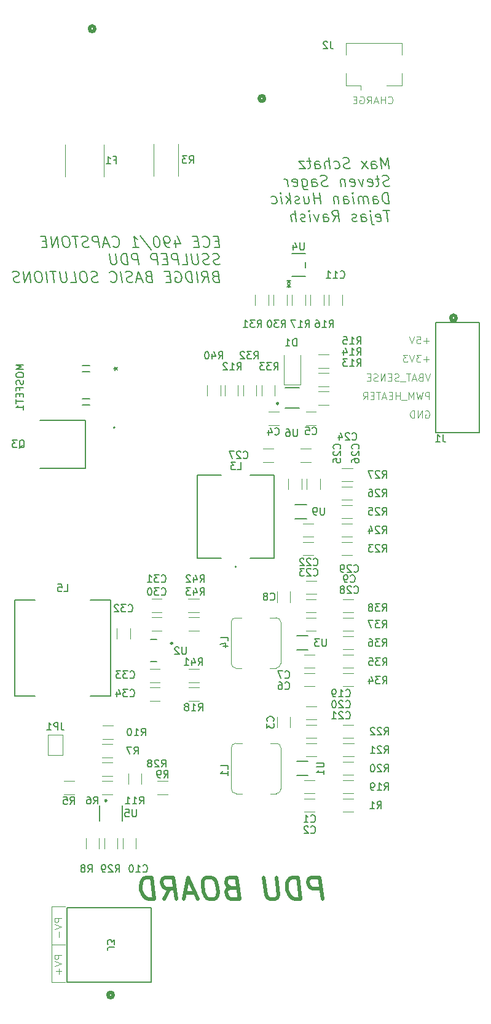
<source format=gbr>
%TF.GenerationSoftware,KiCad,Pcbnew,8.0.6*%
%TF.CreationDate,2025-03-17T23:33:19-06:00*%
%TF.ProjectId,PDU,5044552e-6b69-4636-9164-5f7063625858,rev?*%
%TF.SameCoordinates,Original*%
%TF.FileFunction,Legend,Bot*%
%TF.FilePolarity,Positive*%
%FSLAX46Y46*%
G04 Gerber Fmt 4.6, Leading zero omitted, Abs format (unit mm)*
G04 Created by KiCad (PCBNEW 8.0.6) date 2025-03-17 23:33:19*
%MOMM*%
%LPD*%
G01*
G04 APERTURE LIST*
%ADD10C,0.100000*%
%ADD11C,0.200000*%
%ADD12C,0.500000*%
%ADD13C,0.150000*%
%ADD14C,0.508000*%
%ADD15C,0.120000*%
%ADD16C,0.250000*%
%ADD17C,0.152400*%
%ADD18C,0.127000*%
G04 APERTURE END LIST*
D10*
X109728000Y-163452500D02*
X111574999Y-163452500D01*
X111574999Y-153031500D02*
X109728000Y-153031500D01*
X109728000Y-158242000D02*
X111574999Y-158242000D01*
X109728000Y-153031500D02*
X109728000Y-163452500D01*
X161748115Y-77723466D02*
X160986211Y-77723466D01*
X161367163Y-78104419D02*
X161367163Y-77342514D01*
X160605258Y-77104419D02*
X159986211Y-77104419D01*
X159986211Y-77104419D02*
X160319544Y-77485371D01*
X160319544Y-77485371D02*
X160176687Y-77485371D01*
X160176687Y-77485371D02*
X160081449Y-77532990D01*
X160081449Y-77532990D02*
X160033830Y-77580609D01*
X160033830Y-77580609D02*
X159986211Y-77675847D01*
X159986211Y-77675847D02*
X159986211Y-77913942D01*
X159986211Y-77913942D02*
X160033830Y-78009180D01*
X160033830Y-78009180D02*
X160081449Y-78056800D01*
X160081449Y-78056800D02*
X160176687Y-78104419D01*
X160176687Y-78104419D02*
X160462401Y-78104419D01*
X160462401Y-78104419D02*
X160557639Y-78056800D01*
X160557639Y-78056800D02*
X160605258Y-78009180D01*
X159700496Y-77104419D02*
X159367163Y-78104419D01*
X159367163Y-78104419D02*
X159033830Y-77104419D01*
X158795734Y-77104419D02*
X158176687Y-77104419D01*
X158176687Y-77104419D02*
X158510020Y-77485371D01*
X158510020Y-77485371D02*
X158367163Y-77485371D01*
X158367163Y-77485371D02*
X158271925Y-77532990D01*
X158271925Y-77532990D02*
X158224306Y-77580609D01*
X158224306Y-77580609D02*
X158176687Y-77675847D01*
X158176687Y-77675847D02*
X158176687Y-77913942D01*
X158176687Y-77913942D02*
X158224306Y-78009180D01*
X158224306Y-78009180D02*
X158271925Y-78056800D01*
X158271925Y-78056800D02*
X158367163Y-78104419D01*
X158367163Y-78104419D02*
X158652877Y-78104419D01*
X158652877Y-78104419D02*
X158748115Y-78056800D01*
X158748115Y-78056800D02*
X158795734Y-78009180D01*
D11*
X132771993Y-61500482D02*
X132271993Y-61500482D01*
X132155922Y-62286196D02*
X132870207Y-62286196D01*
X132870207Y-62286196D02*
X132682707Y-60786196D01*
X132682707Y-60786196D02*
X131968422Y-60786196D01*
X130638064Y-62143339D02*
X130718421Y-62214768D01*
X130718421Y-62214768D02*
X130941636Y-62286196D01*
X130941636Y-62286196D02*
X131084493Y-62286196D01*
X131084493Y-62286196D02*
X131289850Y-62214768D01*
X131289850Y-62214768D02*
X131414850Y-62071910D01*
X131414850Y-62071910D02*
X131468421Y-61929053D01*
X131468421Y-61929053D02*
X131504136Y-61643339D01*
X131504136Y-61643339D02*
X131477350Y-61429053D01*
X131477350Y-61429053D02*
X131370207Y-61143339D01*
X131370207Y-61143339D02*
X131280921Y-61000482D01*
X131280921Y-61000482D02*
X131120207Y-60857625D01*
X131120207Y-60857625D02*
X130896993Y-60786196D01*
X130896993Y-60786196D02*
X130754136Y-60786196D01*
X130754136Y-60786196D02*
X130548779Y-60857625D01*
X130548779Y-60857625D02*
X130486279Y-60929053D01*
X129914850Y-61500482D02*
X129414850Y-61500482D01*
X129298779Y-62286196D02*
X130013064Y-62286196D01*
X130013064Y-62286196D02*
X129825564Y-60786196D01*
X129825564Y-60786196D02*
X129111279Y-60786196D01*
X126745207Y-61286196D02*
X126870207Y-62286196D01*
X127030921Y-60714768D02*
X127521993Y-61786196D01*
X127521993Y-61786196D02*
X126593421Y-61786196D01*
X126013065Y-62286196D02*
X125727350Y-62286196D01*
X125727350Y-62286196D02*
X125575565Y-62214768D01*
X125575565Y-62214768D02*
X125495208Y-62143339D01*
X125495208Y-62143339D02*
X125325565Y-61929053D01*
X125325565Y-61929053D02*
X125218422Y-61643339D01*
X125218422Y-61643339D02*
X125146993Y-61071910D01*
X125146993Y-61071910D02*
X125200565Y-60929053D01*
X125200565Y-60929053D02*
X125263065Y-60857625D01*
X125263065Y-60857625D02*
X125396993Y-60786196D01*
X125396993Y-60786196D02*
X125682708Y-60786196D01*
X125682708Y-60786196D02*
X125834493Y-60857625D01*
X125834493Y-60857625D02*
X125914850Y-60929053D01*
X125914850Y-60929053D02*
X126004136Y-61071910D01*
X126004136Y-61071910D02*
X126048779Y-61429053D01*
X126048779Y-61429053D02*
X125995208Y-61571910D01*
X125995208Y-61571910D02*
X125932708Y-61643339D01*
X125932708Y-61643339D02*
X125798779Y-61714768D01*
X125798779Y-61714768D02*
X125513065Y-61714768D01*
X125513065Y-61714768D02*
X125361279Y-61643339D01*
X125361279Y-61643339D02*
X125280922Y-61571910D01*
X125280922Y-61571910D02*
X125191636Y-61429053D01*
X124182708Y-60786196D02*
X124039851Y-60786196D01*
X124039851Y-60786196D02*
X123905922Y-60857625D01*
X123905922Y-60857625D02*
X123843422Y-60929053D01*
X123843422Y-60929053D02*
X123789851Y-61071910D01*
X123789851Y-61071910D02*
X123754137Y-61357625D01*
X123754137Y-61357625D02*
X123798779Y-61714768D01*
X123798779Y-61714768D02*
X123905922Y-62000482D01*
X123905922Y-62000482D02*
X123995208Y-62143339D01*
X123995208Y-62143339D02*
X124075565Y-62214768D01*
X124075565Y-62214768D02*
X124227351Y-62286196D01*
X124227351Y-62286196D02*
X124370208Y-62286196D01*
X124370208Y-62286196D02*
X124504137Y-62214768D01*
X124504137Y-62214768D02*
X124566637Y-62143339D01*
X124566637Y-62143339D02*
X124620208Y-62000482D01*
X124620208Y-62000482D02*
X124655922Y-61714768D01*
X124655922Y-61714768D02*
X124611279Y-61357625D01*
X124611279Y-61357625D02*
X124504137Y-61071910D01*
X124504137Y-61071910D02*
X124414851Y-60929053D01*
X124414851Y-60929053D02*
X124334494Y-60857625D01*
X124334494Y-60857625D02*
X124182708Y-60786196D01*
X121959494Y-60714768D02*
X123486280Y-62643339D01*
X120870208Y-62286196D02*
X121727351Y-62286196D01*
X121298779Y-62286196D02*
X121111279Y-60786196D01*
X121111279Y-60786196D02*
X121280922Y-61000482D01*
X121280922Y-61000482D02*
X121441637Y-61143339D01*
X121441637Y-61143339D02*
X121593422Y-61214768D01*
X118209494Y-62143339D02*
X118289851Y-62214768D01*
X118289851Y-62214768D02*
X118513066Y-62286196D01*
X118513066Y-62286196D02*
X118655923Y-62286196D01*
X118655923Y-62286196D02*
X118861280Y-62214768D01*
X118861280Y-62214768D02*
X118986280Y-62071910D01*
X118986280Y-62071910D02*
X119039851Y-61929053D01*
X119039851Y-61929053D02*
X119075566Y-61643339D01*
X119075566Y-61643339D02*
X119048780Y-61429053D01*
X119048780Y-61429053D02*
X118941637Y-61143339D01*
X118941637Y-61143339D02*
X118852351Y-61000482D01*
X118852351Y-61000482D02*
X118691637Y-60857625D01*
X118691637Y-60857625D02*
X118468423Y-60786196D01*
X118468423Y-60786196D02*
X118325566Y-60786196D01*
X118325566Y-60786196D02*
X118120209Y-60857625D01*
X118120209Y-60857625D02*
X118057709Y-60929053D01*
X117602351Y-61857625D02*
X116888066Y-61857625D01*
X117798780Y-62286196D02*
X117111280Y-60786196D01*
X117111280Y-60786196D02*
X116798780Y-62286196D01*
X116298780Y-62286196D02*
X116111280Y-60786196D01*
X116111280Y-60786196D02*
X115539852Y-60786196D01*
X115539852Y-60786196D02*
X115405923Y-60857625D01*
X115405923Y-60857625D02*
X115343423Y-60929053D01*
X115343423Y-60929053D02*
X115289852Y-61071910D01*
X115289852Y-61071910D02*
X115316637Y-61286196D01*
X115316637Y-61286196D02*
X115405923Y-61429053D01*
X115405923Y-61429053D02*
X115486280Y-61500482D01*
X115486280Y-61500482D02*
X115638066Y-61571910D01*
X115638066Y-61571910D02*
X116209495Y-61571910D01*
X114861280Y-62214768D02*
X114655923Y-62286196D01*
X114655923Y-62286196D02*
X114298780Y-62286196D01*
X114298780Y-62286196D02*
X114146995Y-62214768D01*
X114146995Y-62214768D02*
X114066637Y-62143339D01*
X114066637Y-62143339D02*
X113977352Y-62000482D01*
X113977352Y-62000482D02*
X113959495Y-61857625D01*
X113959495Y-61857625D02*
X114013066Y-61714768D01*
X114013066Y-61714768D02*
X114075566Y-61643339D01*
X114075566Y-61643339D02*
X114209495Y-61571910D01*
X114209495Y-61571910D02*
X114486280Y-61500482D01*
X114486280Y-61500482D02*
X114620209Y-61429053D01*
X114620209Y-61429053D02*
X114682709Y-61357625D01*
X114682709Y-61357625D02*
X114736280Y-61214768D01*
X114736280Y-61214768D02*
X114718423Y-61071910D01*
X114718423Y-61071910D02*
X114629137Y-60929053D01*
X114629137Y-60929053D02*
X114548780Y-60857625D01*
X114548780Y-60857625D02*
X114396995Y-60786196D01*
X114396995Y-60786196D02*
X114039852Y-60786196D01*
X114039852Y-60786196D02*
X113834495Y-60857625D01*
X113396995Y-60786196D02*
X112539852Y-60786196D01*
X113155924Y-62286196D02*
X112968424Y-60786196D01*
X111754138Y-60786196D02*
X111468424Y-60786196D01*
X111468424Y-60786196D02*
X111334495Y-60857625D01*
X111334495Y-60857625D02*
X111209495Y-61000482D01*
X111209495Y-61000482D02*
X111173781Y-61286196D01*
X111173781Y-61286196D02*
X111236281Y-61786196D01*
X111236281Y-61786196D02*
X111343424Y-62071910D01*
X111343424Y-62071910D02*
X111504138Y-62214768D01*
X111504138Y-62214768D02*
X111655924Y-62286196D01*
X111655924Y-62286196D02*
X111941638Y-62286196D01*
X111941638Y-62286196D02*
X112075567Y-62214768D01*
X112075567Y-62214768D02*
X112200567Y-62071910D01*
X112200567Y-62071910D02*
X112236281Y-61786196D01*
X112236281Y-61786196D02*
X112173781Y-61286196D01*
X112173781Y-61286196D02*
X112066638Y-61000482D01*
X112066638Y-61000482D02*
X111905924Y-60857625D01*
X111905924Y-60857625D02*
X111754138Y-60786196D01*
X110655923Y-62286196D02*
X110468423Y-60786196D01*
X110468423Y-60786196D02*
X109798780Y-62286196D01*
X109798780Y-62286196D02*
X109611280Y-60786196D01*
X108986280Y-61500482D02*
X108486280Y-61500482D01*
X108370209Y-62286196D02*
X109084494Y-62286196D01*
X109084494Y-62286196D02*
X108896994Y-60786196D01*
X108896994Y-60786196D02*
X108182709Y-60786196D01*
X132932707Y-64629684D02*
X132727350Y-64701112D01*
X132727350Y-64701112D02*
X132370207Y-64701112D01*
X132370207Y-64701112D02*
X132218422Y-64629684D01*
X132218422Y-64629684D02*
X132138064Y-64558255D01*
X132138064Y-64558255D02*
X132048779Y-64415398D01*
X132048779Y-64415398D02*
X132030922Y-64272541D01*
X132030922Y-64272541D02*
X132084493Y-64129684D01*
X132084493Y-64129684D02*
X132146993Y-64058255D01*
X132146993Y-64058255D02*
X132280922Y-63986826D01*
X132280922Y-63986826D02*
X132557707Y-63915398D01*
X132557707Y-63915398D02*
X132691636Y-63843969D01*
X132691636Y-63843969D02*
X132754136Y-63772541D01*
X132754136Y-63772541D02*
X132807707Y-63629684D01*
X132807707Y-63629684D02*
X132789850Y-63486826D01*
X132789850Y-63486826D02*
X132700564Y-63343969D01*
X132700564Y-63343969D02*
X132620207Y-63272541D01*
X132620207Y-63272541D02*
X132468422Y-63201112D01*
X132468422Y-63201112D02*
X132111279Y-63201112D01*
X132111279Y-63201112D02*
X131905922Y-63272541D01*
X131504136Y-64629684D02*
X131298779Y-64701112D01*
X131298779Y-64701112D02*
X130941636Y-64701112D01*
X130941636Y-64701112D02*
X130789851Y-64629684D01*
X130789851Y-64629684D02*
X130709493Y-64558255D01*
X130709493Y-64558255D02*
X130620208Y-64415398D01*
X130620208Y-64415398D02*
X130602351Y-64272541D01*
X130602351Y-64272541D02*
X130655922Y-64129684D01*
X130655922Y-64129684D02*
X130718422Y-64058255D01*
X130718422Y-64058255D02*
X130852351Y-63986826D01*
X130852351Y-63986826D02*
X131129136Y-63915398D01*
X131129136Y-63915398D02*
X131263065Y-63843969D01*
X131263065Y-63843969D02*
X131325565Y-63772541D01*
X131325565Y-63772541D02*
X131379136Y-63629684D01*
X131379136Y-63629684D02*
X131361279Y-63486826D01*
X131361279Y-63486826D02*
X131271993Y-63343969D01*
X131271993Y-63343969D02*
X131191636Y-63272541D01*
X131191636Y-63272541D02*
X131039851Y-63201112D01*
X131039851Y-63201112D02*
X130682708Y-63201112D01*
X130682708Y-63201112D02*
X130477351Y-63272541D01*
X129825565Y-63201112D02*
X129977351Y-64415398D01*
X129977351Y-64415398D02*
X129923780Y-64558255D01*
X129923780Y-64558255D02*
X129861280Y-64629684D01*
X129861280Y-64629684D02*
X129727351Y-64701112D01*
X129727351Y-64701112D02*
X129441637Y-64701112D01*
X129441637Y-64701112D02*
X129289851Y-64629684D01*
X129289851Y-64629684D02*
X129209494Y-64558255D01*
X129209494Y-64558255D02*
X129120208Y-64415398D01*
X129120208Y-64415398D02*
X128968422Y-63201112D01*
X127727351Y-64701112D02*
X128441636Y-64701112D01*
X128441636Y-64701112D02*
X128254136Y-63201112D01*
X127227350Y-64701112D02*
X127039850Y-63201112D01*
X127039850Y-63201112D02*
X126468422Y-63201112D01*
X126468422Y-63201112D02*
X126334493Y-63272541D01*
X126334493Y-63272541D02*
X126271993Y-63343969D01*
X126271993Y-63343969D02*
X126218422Y-63486826D01*
X126218422Y-63486826D02*
X126245207Y-63701112D01*
X126245207Y-63701112D02*
X126334493Y-63843969D01*
X126334493Y-63843969D02*
X126414850Y-63915398D01*
X126414850Y-63915398D02*
X126566636Y-63986826D01*
X126566636Y-63986826D02*
X127138065Y-63986826D01*
X125629136Y-63915398D02*
X125129136Y-63915398D01*
X125013065Y-64701112D02*
X125727350Y-64701112D01*
X125727350Y-64701112D02*
X125539850Y-63201112D01*
X125539850Y-63201112D02*
X124825565Y-63201112D01*
X124370207Y-64701112D02*
X124182707Y-63201112D01*
X124182707Y-63201112D02*
X123611279Y-63201112D01*
X123611279Y-63201112D02*
X123477350Y-63272541D01*
X123477350Y-63272541D02*
X123414850Y-63343969D01*
X123414850Y-63343969D02*
X123361279Y-63486826D01*
X123361279Y-63486826D02*
X123388064Y-63701112D01*
X123388064Y-63701112D02*
X123477350Y-63843969D01*
X123477350Y-63843969D02*
X123557707Y-63915398D01*
X123557707Y-63915398D02*
X123709493Y-63986826D01*
X123709493Y-63986826D02*
X124280922Y-63986826D01*
X121727350Y-64701112D02*
X121539850Y-63201112D01*
X121539850Y-63201112D02*
X120968422Y-63201112D01*
X120968422Y-63201112D02*
X120834493Y-63272541D01*
X120834493Y-63272541D02*
X120771993Y-63343969D01*
X120771993Y-63343969D02*
X120718422Y-63486826D01*
X120718422Y-63486826D02*
X120745207Y-63701112D01*
X120745207Y-63701112D02*
X120834493Y-63843969D01*
X120834493Y-63843969D02*
X120914850Y-63915398D01*
X120914850Y-63915398D02*
X121066636Y-63986826D01*
X121066636Y-63986826D02*
X121638065Y-63986826D01*
X120227350Y-64701112D02*
X120039850Y-63201112D01*
X120039850Y-63201112D02*
X119682707Y-63201112D01*
X119682707Y-63201112D02*
X119477350Y-63272541D01*
X119477350Y-63272541D02*
X119352350Y-63415398D01*
X119352350Y-63415398D02*
X119298779Y-63558255D01*
X119298779Y-63558255D02*
X119263065Y-63843969D01*
X119263065Y-63843969D02*
X119289850Y-64058255D01*
X119289850Y-64058255D02*
X119396993Y-64343969D01*
X119396993Y-64343969D02*
X119486279Y-64486826D01*
X119486279Y-64486826D02*
X119646993Y-64629684D01*
X119646993Y-64629684D02*
X119870207Y-64701112D01*
X119870207Y-64701112D02*
X120227350Y-64701112D01*
X118539850Y-63201112D02*
X118691636Y-64415398D01*
X118691636Y-64415398D02*
X118638065Y-64558255D01*
X118638065Y-64558255D02*
X118575565Y-64629684D01*
X118575565Y-64629684D02*
X118441636Y-64701112D01*
X118441636Y-64701112D02*
X118155922Y-64701112D01*
X118155922Y-64701112D02*
X118004136Y-64629684D01*
X118004136Y-64629684D02*
X117923779Y-64558255D01*
X117923779Y-64558255D02*
X117834493Y-64415398D01*
X117834493Y-64415398D02*
X117682707Y-63201112D01*
X132271993Y-66330314D02*
X132066636Y-66401742D01*
X132066636Y-66401742D02*
X132004136Y-66473171D01*
X132004136Y-66473171D02*
X131950564Y-66616028D01*
X131950564Y-66616028D02*
X131977350Y-66830314D01*
X131977350Y-66830314D02*
X132066636Y-66973171D01*
X132066636Y-66973171D02*
X132146993Y-67044600D01*
X132146993Y-67044600D02*
X132298779Y-67116028D01*
X132298779Y-67116028D02*
X132870207Y-67116028D01*
X132870207Y-67116028D02*
X132682707Y-65616028D01*
X132682707Y-65616028D02*
X132182707Y-65616028D01*
X132182707Y-65616028D02*
X132048779Y-65687457D01*
X132048779Y-65687457D02*
X131986279Y-65758885D01*
X131986279Y-65758885D02*
X131932707Y-65901742D01*
X131932707Y-65901742D02*
X131950564Y-66044600D01*
X131950564Y-66044600D02*
X132039850Y-66187457D01*
X132039850Y-66187457D02*
X132120207Y-66258885D01*
X132120207Y-66258885D02*
X132271993Y-66330314D01*
X132271993Y-66330314D02*
X132771993Y-66330314D01*
X130513064Y-67116028D02*
X130923779Y-66401742D01*
X131370207Y-67116028D02*
X131182707Y-65616028D01*
X131182707Y-65616028D02*
X130611279Y-65616028D01*
X130611279Y-65616028D02*
X130477350Y-65687457D01*
X130477350Y-65687457D02*
X130414850Y-65758885D01*
X130414850Y-65758885D02*
X130361279Y-65901742D01*
X130361279Y-65901742D02*
X130388064Y-66116028D01*
X130388064Y-66116028D02*
X130477350Y-66258885D01*
X130477350Y-66258885D02*
X130557707Y-66330314D01*
X130557707Y-66330314D02*
X130709493Y-66401742D01*
X130709493Y-66401742D02*
X131280922Y-66401742D01*
X129870207Y-67116028D02*
X129682707Y-65616028D01*
X129155921Y-67116028D02*
X128968421Y-65616028D01*
X128968421Y-65616028D02*
X128611278Y-65616028D01*
X128611278Y-65616028D02*
X128405921Y-65687457D01*
X128405921Y-65687457D02*
X128280921Y-65830314D01*
X128280921Y-65830314D02*
X128227350Y-65973171D01*
X128227350Y-65973171D02*
X128191636Y-66258885D01*
X128191636Y-66258885D02*
X128218421Y-66473171D01*
X128218421Y-66473171D02*
X128325564Y-66758885D01*
X128325564Y-66758885D02*
X128414850Y-66901742D01*
X128414850Y-66901742D02*
X128575564Y-67044600D01*
X128575564Y-67044600D02*
X128798778Y-67116028D01*
X128798778Y-67116028D02*
X129155921Y-67116028D01*
X126691636Y-65687457D02*
X126825564Y-65616028D01*
X126825564Y-65616028D02*
X127039850Y-65616028D01*
X127039850Y-65616028D02*
X127263064Y-65687457D01*
X127263064Y-65687457D02*
X127423778Y-65830314D01*
X127423778Y-65830314D02*
X127513064Y-65973171D01*
X127513064Y-65973171D02*
X127620207Y-66258885D01*
X127620207Y-66258885D02*
X127646993Y-66473171D01*
X127646993Y-66473171D02*
X127611278Y-66758885D01*
X127611278Y-66758885D02*
X127557707Y-66901742D01*
X127557707Y-66901742D02*
X127432707Y-67044600D01*
X127432707Y-67044600D02*
X127227350Y-67116028D01*
X127227350Y-67116028D02*
X127084493Y-67116028D01*
X127084493Y-67116028D02*
X126861278Y-67044600D01*
X126861278Y-67044600D02*
X126780921Y-66973171D01*
X126780921Y-66973171D02*
X126718421Y-66473171D01*
X126718421Y-66473171D02*
X127004136Y-66473171D01*
X126057707Y-66330314D02*
X125557707Y-66330314D01*
X125441636Y-67116028D02*
X126155921Y-67116028D01*
X126155921Y-67116028D02*
X125968421Y-65616028D01*
X125968421Y-65616028D02*
X125254136Y-65616028D01*
X123057707Y-66330314D02*
X122852350Y-66401742D01*
X122852350Y-66401742D02*
X122789850Y-66473171D01*
X122789850Y-66473171D02*
X122736278Y-66616028D01*
X122736278Y-66616028D02*
X122763064Y-66830314D01*
X122763064Y-66830314D02*
X122852350Y-66973171D01*
X122852350Y-66973171D02*
X122932707Y-67044600D01*
X122932707Y-67044600D02*
X123084493Y-67116028D01*
X123084493Y-67116028D02*
X123655921Y-67116028D01*
X123655921Y-67116028D02*
X123468421Y-65616028D01*
X123468421Y-65616028D02*
X122968421Y-65616028D01*
X122968421Y-65616028D02*
X122834493Y-65687457D01*
X122834493Y-65687457D02*
X122771993Y-65758885D01*
X122771993Y-65758885D02*
X122718421Y-65901742D01*
X122718421Y-65901742D02*
X122736278Y-66044600D01*
X122736278Y-66044600D02*
X122825564Y-66187457D01*
X122825564Y-66187457D02*
X122905921Y-66258885D01*
X122905921Y-66258885D02*
X123057707Y-66330314D01*
X123057707Y-66330314D02*
X123557707Y-66330314D01*
X122173778Y-66687457D02*
X121459493Y-66687457D01*
X122370207Y-67116028D02*
X121682707Y-65616028D01*
X121682707Y-65616028D02*
X121370207Y-67116028D01*
X120932707Y-67044600D02*
X120727350Y-67116028D01*
X120727350Y-67116028D02*
X120370207Y-67116028D01*
X120370207Y-67116028D02*
X120218422Y-67044600D01*
X120218422Y-67044600D02*
X120138064Y-66973171D01*
X120138064Y-66973171D02*
X120048779Y-66830314D01*
X120048779Y-66830314D02*
X120030922Y-66687457D01*
X120030922Y-66687457D02*
X120084493Y-66544600D01*
X120084493Y-66544600D02*
X120146993Y-66473171D01*
X120146993Y-66473171D02*
X120280922Y-66401742D01*
X120280922Y-66401742D02*
X120557707Y-66330314D01*
X120557707Y-66330314D02*
X120691636Y-66258885D01*
X120691636Y-66258885D02*
X120754136Y-66187457D01*
X120754136Y-66187457D02*
X120807707Y-66044600D01*
X120807707Y-66044600D02*
X120789850Y-65901742D01*
X120789850Y-65901742D02*
X120700564Y-65758885D01*
X120700564Y-65758885D02*
X120620207Y-65687457D01*
X120620207Y-65687457D02*
X120468422Y-65616028D01*
X120468422Y-65616028D02*
X120111279Y-65616028D01*
X120111279Y-65616028D02*
X119905922Y-65687457D01*
X119441636Y-67116028D02*
X119254136Y-65616028D01*
X117852350Y-66973171D02*
X117932707Y-67044600D01*
X117932707Y-67044600D02*
X118155922Y-67116028D01*
X118155922Y-67116028D02*
X118298779Y-67116028D01*
X118298779Y-67116028D02*
X118504136Y-67044600D01*
X118504136Y-67044600D02*
X118629136Y-66901742D01*
X118629136Y-66901742D02*
X118682707Y-66758885D01*
X118682707Y-66758885D02*
X118718422Y-66473171D01*
X118718422Y-66473171D02*
X118691636Y-66258885D01*
X118691636Y-66258885D02*
X118584493Y-65973171D01*
X118584493Y-65973171D02*
X118495207Y-65830314D01*
X118495207Y-65830314D02*
X118334493Y-65687457D01*
X118334493Y-65687457D02*
X118111279Y-65616028D01*
X118111279Y-65616028D02*
X117968422Y-65616028D01*
X117968422Y-65616028D02*
X117763065Y-65687457D01*
X117763065Y-65687457D02*
X117700565Y-65758885D01*
X116146993Y-67044600D02*
X115941636Y-67116028D01*
X115941636Y-67116028D02*
X115584493Y-67116028D01*
X115584493Y-67116028D02*
X115432708Y-67044600D01*
X115432708Y-67044600D02*
X115352350Y-66973171D01*
X115352350Y-66973171D02*
X115263065Y-66830314D01*
X115263065Y-66830314D02*
X115245208Y-66687457D01*
X115245208Y-66687457D02*
X115298779Y-66544600D01*
X115298779Y-66544600D02*
X115361279Y-66473171D01*
X115361279Y-66473171D02*
X115495208Y-66401742D01*
X115495208Y-66401742D02*
X115771993Y-66330314D01*
X115771993Y-66330314D02*
X115905922Y-66258885D01*
X115905922Y-66258885D02*
X115968422Y-66187457D01*
X115968422Y-66187457D02*
X116021993Y-66044600D01*
X116021993Y-66044600D02*
X116004136Y-65901742D01*
X116004136Y-65901742D02*
X115914850Y-65758885D01*
X115914850Y-65758885D02*
X115834493Y-65687457D01*
X115834493Y-65687457D02*
X115682708Y-65616028D01*
X115682708Y-65616028D02*
X115325565Y-65616028D01*
X115325565Y-65616028D02*
X115120208Y-65687457D01*
X114182708Y-65616028D02*
X113896994Y-65616028D01*
X113896994Y-65616028D02*
X113763065Y-65687457D01*
X113763065Y-65687457D02*
X113638065Y-65830314D01*
X113638065Y-65830314D02*
X113602351Y-66116028D01*
X113602351Y-66116028D02*
X113664851Y-66616028D01*
X113664851Y-66616028D02*
X113771994Y-66901742D01*
X113771994Y-66901742D02*
X113932708Y-67044600D01*
X113932708Y-67044600D02*
X114084494Y-67116028D01*
X114084494Y-67116028D02*
X114370208Y-67116028D01*
X114370208Y-67116028D02*
X114504137Y-67044600D01*
X114504137Y-67044600D02*
X114629137Y-66901742D01*
X114629137Y-66901742D02*
X114664851Y-66616028D01*
X114664851Y-66616028D02*
X114602351Y-66116028D01*
X114602351Y-66116028D02*
X114495208Y-65830314D01*
X114495208Y-65830314D02*
X114334494Y-65687457D01*
X114334494Y-65687457D02*
X114182708Y-65616028D01*
X112370208Y-67116028D02*
X113084493Y-67116028D01*
X113084493Y-67116028D02*
X112896993Y-65616028D01*
X111682707Y-65616028D02*
X111834493Y-66830314D01*
X111834493Y-66830314D02*
X111780922Y-66973171D01*
X111780922Y-66973171D02*
X111718422Y-67044600D01*
X111718422Y-67044600D02*
X111584493Y-67116028D01*
X111584493Y-67116028D02*
X111298779Y-67116028D01*
X111298779Y-67116028D02*
X111146993Y-67044600D01*
X111146993Y-67044600D02*
X111066636Y-66973171D01*
X111066636Y-66973171D02*
X110977350Y-66830314D01*
X110977350Y-66830314D02*
X110825564Y-65616028D01*
X110325564Y-65616028D02*
X109468421Y-65616028D01*
X110084493Y-67116028D02*
X109896993Y-65616028D01*
X109155921Y-67116028D02*
X108968421Y-65616028D01*
X107968421Y-65616028D02*
X107682707Y-65616028D01*
X107682707Y-65616028D02*
X107548778Y-65687457D01*
X107548778Y-65687457D02*
X107423778Y-65830314D01*
X107423778Y-65830314D02*
X107388064Y-66116028D01*
X107388064Y-66116028D02*
X107450564Y-66616028D01*
X107450564Y-66616028D02*
X107557707Y-66901742D01*
X107557707Y-66901742D02*
X107718421Y-67044600D01*
X107718421Y-67044600D02*
X107870207Y-67116028D01*
X107870207Y-67116028D02*
X108155921Y-67116028D01*
X108155921Y-67116028D02*
X108289850Y-67044600D01*
X108289850Y-67044600D02*
X108414850Y-66901742D01*
X108414850Y-66901742D02*
X108450564Y-66616028D01*
X108450564Y-66616028D02*
X108388064Y-66116028D01*
X108388064Y-66116028D02*
X108280921Y-65830314D01*
X108280921Y-65830314D02*
X108120207Y-65687457D01*
X108120207Y-65687457D02*
X107968421Y-65616028D01*
X106870206Y-67116028D02*
X106682706Y-65616028D01*
X106682706Y-65616028D02*
X106013063Y-67116028D01*
X106013063Y-67116028D02*
X105825563Y-65616028D01*
X105361277Y-67044600D02*
X105155920Y-67116028D01*
X105155920Y-67116028D02*
X104798777Y-67116028D01*
X104798777Y-67116028D02*
X104646992Y-67044600D01*
X104646992Y-67044600D02*
X104566634Y-66973171D01*
X104566634Y-66973171D02*
X104477349Y-66830314D01*
X104477349Y-66830314D02*
X104459492Y-66687457D01*
X104459492Y-66687457D02*
X104513063Y-66544600D01*
X104513063Y-66544600D02*
X104575563Y-66473171D01*
X104575563Y-66473171D02*
X104709492Y-66401742D01*
X104709492Y-66401742D02*
X104986277Y-66330314D01*
X104986277Y-66330314D02*
X105120206Y-66258885D01*
X105120206Y-66258885D02*
X105182706Y-66187457D01*
X105182706Y-66187457D02*
X105236277Y-66044600D01*
X105236277Y-66044600D02*
X105218420Y-65901742D01*
X105218420Y-65901742D02*
X105129134Y-65758885D01*
X105129134Y-65758885D02*
X105048777Y-65687457D01*
X105048777Y-65687457D02*
X104896992Y-65616028D01*
X104896992Y-65616028D02*
X104539849Y-65616028D01*
X104539849Y-65616028D02*
X104334492Y-65687457D01*
D10*
X111124419Y-159692384D02*
X110124419Y-159692384D01*
X110124419Y-159692384D02*
X110124419Y-160073336D01*
X110124419Y-160073336D02*
X110172038Y-160168574D01*
X110172038Y-160168574D02*
X110219657Y-160216193D01*
X110219657Y-160216193D02*
X110314895Y-160263812D01*
X110314895Y-160263812D02*
X110457752Y-160263812D01*
X110457752Y-160263812D02*
X110552990Y-160216193D01*
X110552990Y-160216193D02*
X110600609Y-160168574D01*
X110600609Y-160168574D02*
X110648228Y-160073336D01*
X110648228Y-160073336D02*
X110648228Y-159692384D01*
X110124419Y-160549527D02*
X111124419Y-160882860D01*
X111124419Y-160882860D02*
X110124419Y-161216193D01*
X110743466Y-161549527D02*
X110743466Y-162311432D01*
X111124419Y-161930479D02*
X110362514Y-161930479D01*
X156096687Y-42449180D02*
X156144306Y-42496800D01*
X156144306Y-42496800D02*
X156287163Y-42544419D01*
X156287163Y-42544419D02*
X156382401Y-42544419D01*
X156382401Y-42544419D02*
X156525258Y-42496800D01*
X156525258Y-42496800D02*
X156620496Y-42401561D01*
X156620496Y-42401561D02*
X156668115Y-42306323D01*
X156668115Y-42306323D02*
X156715734Y-42115847D01*
X156715734Y-42115847D02*
X156715734Y-41972990D01*
X156715734Y-41972990D02*
X156668115Y-41782514D01*
X156668115Y-41782514D02*
X156620496Y-41687276D01*
X156620496Y-41687276D02*
X156525258Y-41592038D01*
X156525258Y-41592038D02*
X156382401Y-41544419D01*
X156382401Y-41544419D02*
X156287163Y-41544419D01*
X156287163Y-41544419D02*
X156144306Y-41592038D01*
X156144306Y-41592038D02*
X156096687Y-41639657D01*
X155668115Y-42544419D02*
X155668115Y-41544419D01*
X155668115Y-42020609D02*
X155096687Y-42020609D01*
X155096687Y-42544419D02*
X155096687Y-41544419D01*
X154668115Y-42258704D02*
X154191925Y-42258704D01*
X154763353Y-42544419D02*
X154430020Y-41544419D01*
X154430020Y-41544419D02*
X154096687Y-42544419D01*
X153191925Y-42544419D02*
X153525258Y-42068228D01*
X153763353Y-42544419D02*
X153763353Y-41544419D01*
X153763353Y-41544419D02*
X153382401Y-41544419D01*
X153382401Y-41544419D02*
X153287163Y-41592038D01*
X153287163Y-41592038D02*
X153239544Y-41639657D01*
X153239544Y-41639657D02*
X153191925Y-41734895D01*
X153191925Y-41734895D02*
X153191925Y-41877752D01*
X153191925Y-41877752D02*
X153239544Y-41972990D01*
X153239544Y-41972990D02*
X153287163Y-42020609D01*
X153287163Y-42020609D02*
X153382401Y-42068228D01*
X153382401Y-42068228D02*
X153763353Y-42068228D01*
X152239544Y-41592038D02*
X152334782Y-41544419D01*
X152334782Y-41544419D02*
X152477639Y-41544419D01*
X152477639Y-41544419D02*
X152620496Y-41592038D01*
X152620496Y-41592038D02*
X152715734Y-41687276D01*
X152715734Y-41687276D02*
X152763353Y-41782514D01*
X152763353Y-41782514D02*
X152810972Y-41972990D01*
X152810972Y-41972990D02*
X152810972Y-42115847D01*
X152810972Y-42115847D02*
X152763353Y-42306323D01*
X152763353Y-42306323D02*
X152715734Y-42401561D01*
X152715734Y-42401561D02*
X152620496Y-42496800D01*
X152620496Y-42496800D02*
X152477639Y-42544419D01*
X152477639Y-42544419D02*
X152382401Y-42544419D01*
X152382401Y-42544419D02*
X152239544Y-42496800D01*
X152239544Y-42496800D02*
X152191925Y-42449180D01*
X152191925Y-42449180D02*
X152191925Y-42115847D01*
X152191925Y-42115847D02*
X152382401Y-42115847D01*
X151763353Y-42020609D02*
X151430020Y-42020609D01*
X151287163Y-42544419D02*
X151763353Y-42544419D01*
X151763353Y-42544419D02*
X151763353Y-41544419D01*
X151763353Y-41544419D02*
X151287163Y-41544419D01*
D12*
X147056624Y-152006857D02*
X146681624Y-149006857D01*
X146681624Y-149006857D02*
X145538767Y-149006857D01*
X145538767Y-149006857D02*
X145270910Y-149149714D01*
X145270910Y-149149714D02*
X145145910Y-149292571D01*
X145145910Y-149292571D02*
X145038767Y-149578285D01*
X145038767Y-149578285D02*
X145092338Y-150006857D01*
X145092338Y-150006857D02*
X145270910Y-150292571D01*
X145270910Y-150292571D02*
X145431624Y-150435428D01*
X145431624Y-150435428D02*
X145735195Y-150578285D01*
X145735195Y-150578285D02*
X146878053Y-150578285D01*
X144056624Y-152006857D02*
X143681624Y-149006857D01*
X143681624Y-149006857D02*
X142967338Y-149006857D01*
X142967338Y-149006857D02*
X142556624Y-149149714D01*
X142556624Y-149149714D02*
X142306624Y-149435428D01*
X142306624Y-149435428D02*
X142199481Y-149721142D01*
X142199481Y-149721142D02*
X142128053Y-150292571D01*
X142128053Y-150292571D02*
X142181624Y-150721142D01*
X142181624Y-150721142D02*
X142395910Y-151292571D01*
X142395910Y-151292571D02*
X142574481Y-151578285D01*
X142574481Y-151578285D02*
X142895910Y-151864000D01*
X142895910Y-151864000D02*
X143342338Y-152006857D01*
X143342338Y-152006857D02*
X144056624Y-152006857D01*
X140681624Y-149006857D02*
X140985195Y-151435428D01*
X140985195Y-151435428D02*
X140878053Y-151721142D01*
X140878053Y-151721142D02*
X140753053Y-151864000D01*
X140753053Y-151864000D02*
X140485195Y-152006857D01*
X140485195Y-152006857D02*
X139913767Y-152006857D01*
X139913767Y-152006857D02*
X139610195Y-151864000D01*
X139610195Y-151864000D02*
X139449481Y-151721142D01*
X139449481Y-151721142D02*
X139270910Y-151435428D01*
X139270910Y-151435428D02*
X138967338Y-149006857D01*
X134431624Y-150435428D02*
X134020910Y-150578285D01*
X134020910Y-150578285D02*
X133895910Y-150721142D01*
X133895910Y-150721142D02*
X133788767Y-151006857D01*
X133788767Y-151006857D02*
X133842339Y-151435428D01*
X133842339Y-151435428D02*
X134020910Y-151721142D01*
X134020910Y-151721142D02*
X134181624Y-151864000D01*
X134181624Y-151864000D02*
X134485196Y-152006857D01*
X134485196Y-152006857D02*
X135628053Y-152006857D01*
X135628053Y-152006857D02*
X135253053Y-149006857D01*
X135253053Y-149006857D02*
X134253053Y-149006857D01*
X134253053Y-149006857D02*
X133985196Y-149149714D01*
X133985196Y-149149714D02*
X133860196Y-149292571D01*
X133860196Y-149292571D02*
X133753053Y-149578285D01*
X133753053Y-149578285D02*
X133788767Y-149864000D01*
X133788767Y-149864000D02*
X133967339Y-150149714D01*
X133967339Y-150149714D02*
X134128053Y-150292571D01*
X134128053Y-150292571D02*
X134431624Y-150435428D01*
X134431624Y-150435428D02*
X135431624Y-150435428D01*
X131681624Y-149006857D02*
X131110196Y-149006857D01*
X131110196Y-149006857D02*
X130842339Y-149149714D01*
X130842339Y-149149714D02*
X130592339Y-149435428D01*
X130592339Y-149435428D02*
X130520910Y-150006857D01*
X130520910Y-150006857D02*
X130645910Y-151006857D01*
X130645910Y-151006857D02*
X130860196Y-151578285D01*
X130860196Y-151578285D02*
X131181624Y-151864000D01*
X131181624Y-151864000D02*
X131485196Y-152006857D01*
X131485196Y-152006857D02*
X132056624Y-152006857D01*
X132056624Y-152006857D02*
X132324482Y-151864000D01*
X132324482Y-151864000D02*
X132574482Y-151578285D01*
X132574482Y-151578285D02*
X132645910Y-151006857D01*
X132645910Y-151006857D02*
X132520910Y-150006857D01*
X132520910Y-150006857D02*
X132306624Y-149435428D01*
X132306624Y-149435428D02*
X131985196Y-149149714D01*
X131985196Y-149149714D02*
X131681624Y-149006857D01*
X129520910Y-151149714D02*
X128092339Y-151149714D01*
X129913767Y-152006857D02*
X128538767Y-149006857D01*
X128538767Y-149006857D02*
X127913767Y-152006857D01*
X125199481Y-152006857D02*
X126020910Y-150578285D01*
X126913767Y-152006857D02*
X126538767Y-149006857D01*
X126538767Y-149006857D02*
X125395910Y-149006857D01*
X125395910Y-149006857D02*
X125128053Y-149149714D01*
X125128053Y-149149714D02*
X125003053Y-149292571D01*
X125003053Y-149292571D02*
X124895910Y-149578285D01*
X124895910Y-149578285D02*
X124949481Y-150006857D01*
X124949481Y-150006857D02*
X125128053Y-150292571D01*
X125128053Y-150292571D02*
X125288767Y-150435428D01*
X125288767Y-150435428D02*
X125592338Y-150578285D01*
X125592338Y-150578285D02*
X126735196Y-150578285D01*
X123913767Y-152006857D02*
X123538767Y-149006857D01*
X123538767Y-149006857D02*
X122824481Y-149006857D01*
X122824481Y-149006857D02*
X122413767Y-149149714D01*
X122413767Y-149149714D02*
X122163767Y-149435428D01*
X122163767Y-149435428D02*
X122056624Y-149721142D01*
X122056624Y-149721142D02*
X121985196Y-150292571D01*
X121985196Y-150292571D02*
X122038767Y-150721142D01*
X122038767Y-150721142D02*
X122253053Y-151292571D01*
X122253053Y-151292571D02*
X122431624Y-151578285D01*
X122431624Y-151578285D02*
X122753053Y-151864000D01*
X122753053Y-151864000D02*
X123199481Y-152006857D01*
X123199481Y-152006857D02*
X123913767Y-152006857D01*
D10*
X161748115Y-83264419D02*
X161748115Y-82264419D01*
X161748115Y-82264419D02*
X161367163Y-82264419D01*
X161367163Y-82264419D02*
X161271925Y-82312038D01*
X161271925Y-82312038D02*
X161224306Y-82359657D01*
X161224306Y-82359657D02*
X161176687Y-82454895D01*
X161176687Y-82454895D02*
X161176687Y-82597752D01*
X161176687Y-82597752D02*
X161224306Y-82692990D01*
X161224306Y-82692990D02*
X161271925Y-82740609D01*
X161271925Y-82740609D02*
X161367163Y-82788228D01*
X161367163Y-82788228D02*
X161748115Y-82788228D01*
X160843353Y-82264419D02*
X160605258Y-83264419D01*
X160605258Y-83264419D02*
X160414782Y-82550133D01*
X160414782Y-82550133D02*
X160224306Y-83264419D01*
X160224306Y-83264419D02*
X159986211Y-82264419D01*
X159605258Y-83264419D02*
X159605258Y-82264419D01*
X159605258Y-82264419D02*
X159271925Y-82978704D01*
X159271925Y-82978704D02*
X158938592Y-82264419D01*
X158938592Y-82264419D02*
X158938592Y-83264419D01*
X158700497Y-83359657D02*
X157938592Y-83359657D01*
X157700496Y-83264419D02*
X157700496Y-82264419D01*
X157700496Y-82740609D02*
X157129068Y-82740609D01*
X157129068Y-83264419D02*
X157129068Y-82264419D01*
X156652877Y-82740609D02*
X156319544Y-82740609D01*
X156176687Y-83264419D02*
X156652877Y-83264419D01*
X156652877Y-83264419D02*
X156652877Y-82264419D01*
X156652877Y-82264419D02*
X156176687Y-82264419D01*
X155795734Y-82978704D02*
X155319544Y-82978704D01*
X155890972Y-83264419D02*
X155557639Y-82264419D01*
X155557639Y-82264419D02*
X155224306Y-83264419D01*
X155033829Y-82264419D02*
X154462401Y-82264419D01*
X154748115Y-83264419D02*
X154748115Y-82264419D01*
X154129067Y-82740609D02*
X153795734Y-82740609D01*
X153652877Y-83264419D02*
X154129067Y-83264419D01*
X154129067Y-83264419D02*
X154129067Y-82264419D01*
X154129067Y-82264419D02*
X153652877Y-82264419D01*
X152652877Y-83264419D02*
X152986210Y-82788228D01*
X153224305Y-83264419D02*
X153224305Y-82264419D01*
X153224305Y-82264419D02*
X152843353Y-82264419D01*
X152843353Y-82264419D02*
X152748115Y-82312038D01*
X152748115Y-82312038D02*
X152700496Y-82359657D01*
X152700496Y-82359657D02*
X152652877Y-82454895D01*
X152652877Y-82454895D02*
X152652877Y-82597752D01*
X152652877Y-82597752D02*
X152700496Y-82692990D01*
X152700496Y-82692990D02*
X152748115Y-82740609D01*
X152748115Y-82740609D02*
X152843353Y-82788228D01*
X152843353Y-82788228D02*
X153224305Y-82788228D01*
X161748115Y-75183466D02*
X160986211Y-75183466D01*
X161367163Y-75564419D02*
X161367163Y-74802514D01*
X160033830Y-74564419D02*
X160510020Y-74564419D01*
X160510020Y-74564419D02*
X160557639Y-75040609D01*
X160557639Y-75040609D02*
X160510020Y-74992990D01*
X160510020Y-74992990D02*
X160414782Y-74945371D01*
X160414782Y-74945371D02*
X160176687Y-74945371D01*
X160176687Y-74945371D02*
X160081449Y-74992990D01*
X160081449Y-74992990D02*
X160033830Y-75040609D01*
X160033830Y-75040609D02*
X159986211Y-75135847D01*
X159986211Y-75135847D02*
X159986211Y-75373942D01*
X159986211Y-75373942D02*
X160033830Y-75469180D01*
X160033830Y-75469180D02*
X160081449Y-75516800D01*
X160081449Y-75516800D02*
X160176687Y-75564419D01*
X160176687Y-75564419D02*
X160414782Y-75564419D01*
X160414782Y-75564419D02*
X160510020Y-75516800D01*
X160510020Y-75516800D02*
X160557639Y-75469180D01*
X159700496Y-74564419D02*
X159367163Y-75564419D01*
X159367163Y-75564419D02*
X159033830Y-74564419D01*
X161890972Y-79724419D02*
X161557639Y-80724419D01*
X161557639Y-80724419D02*
X161224306Y-79724419D01*
X160557639Y-80200609D02*
X160414782Y-80248228D01*
X160414782Y-80248228D02*
X160367163Y-80295847D01*
X160367163Y-80295847D02*
X160319544Y-80391085D01*
X160319544Y-80391085D02*
X160319544Y-80533942D01*
X160319544Y-80533942D02*
X160367163Y-80629180D01*
X160367163Y-80629180D02*
X160414782Y-80676800D01*
X160414782Y-80676800D02*
X160510020Y-80724419D01*
X160510020Y-80724419D02*
X160890972Y-80724419D01*
X160890972Y-80724419D02*
X160890972Y-79724419D01*
X160890972Y-79724419D02*
X160557639Y-79724419D01*
X160557639Y-79724419D02*
X160462401Y-79772038D01*
X160462401Y-79772038D02*
X160414782Y-79819657D01*
X160414782Y-79819657D02*
X160367163Y-79914895D01*
X160367163Y-79914895D02*
X160367163Y-80010133D01*
X160367163Y-80010133D02*
X160414782Y-80105371D01*
X160414782Y-80105371D02*
X160462401Y-80152990D01*
X160462401Y-80152990D02*
X160557639Y-80200609D01*
X160557639Y-80200609D02*
X160890972Y-80200609D01*
X159938591Y-80438704D02*
X159462401Y-80438704D01*
X160033829Y-80724419D02*
X159700496Y-79724419D01*
X159700496Y-79724419D02*
X159367163Y-80724419D01*
X159176686Y-79724419D02*
X158605258Y-79724419D01*
X158890972Y-80724419D02*
X158890972Y-79724419D01*
X158510020Y-80819657D02*
X157748115Y-80819657D01*
X157557638Y-80676800D02*
X157414781Y-80724419D01*
X157414781Y-80724419D02*
X157176686Y-80724419D01*
X157176686Y-80724419D02*
X157081448Y-80676800D01*
X157081448Y-80676800D02*
X157033829Y-80629180D01*
X157033829Y-80629180D02*
X156986210Y-80533942D01*
X156986210Y-80533942D02*
X156986210Y-80438704D01*
X156986210Y-80438704D02*
X157033829Y-80343466D01*
X157033829Y-80343466D02*
X157081448Y-80295847D01*
X157081448Y-80295847D02*
X157176686Y-80248228D01*
X157176686Y-80248228D02*
X157367162Y-80200609D01*
X157367162Y-80200609D02*
X157462400Y-80152990D01*
X157462400Y-80152990D02*
X157510019Y-80105371D01*
X157510019Y-80105371D02*
X157557638Y-80010133D01*
X157557638Y-80010133D02*
X157557638Y-79914895D01*
X157557638Y-79914895D02*
X157510019Y-79819657D01*
X157510019Y-79819657D02*
X157462400Y-79772038D01*
X157462400Y-79772038D02*
X157367162Y-79724419D01*
X157367162Y-79724419D02*
X157129067Y-79724419D01*
X157129067Y-79724419D02*
X156986210Y-79772038D01*
X156557638Y-80200609D02*
X156224305Y-80200609D01*
X156081448Y-80724419D02*
X156557638Y-80724419D01*
X156557638Y-80724419D02*
X156557638Y-79724419D01*
X156557638Y-79724419D02*
X156081448Y-79724419D01*
X155652876Y-80724419D02*
X155652876Y-79724419D01*
X155652876Y-79724419D02*
X155081448Y-80724419D01*
X155081448Y-80724419D02*
X155081448Y-79724419D01*
X154652876Y-80676800D02*
X154510019Y-80724419D01*
X154510019Y-80724419D02*
X154271924Y-80724419D01*
X154271924Y-80724419D02*
X154176686Y-80676800D01*
X154176686Y-80676800D02*
X154129067Y-80629180D01*
X154129067Y-80629180D02*
X154081448Y-80533942D01*
X154081448Y-80533942D02*
X154081448Y-80438704D01*
X154081448Y-80438704D02*
X154129067Y-80343466D01*
X154129067Y-80343466D02*
X154176686Y-80295847D01*
X154176686Y-80295847D02*
X154271924Y-80248228D01*
X154271924Y-80248228D02*
X154462400Y-80200609D01*
X154462400Y-80200609D02*
X154557638Y-80152990D01*
X154557638Y-80152990D02*
X154605257Y-80105371D01*
X154605257Y-80105371D02*
X154652876Y-80010133D01*
X154652876Y-80010133D02*
X154652876Y-79914895D01*
X154652876Y-79914895D02*
X154605257Y-79819657D01*
X154605257Y-79819657D02*
X154557638Y-79772038D01*
X154557638Y-79772038D02*
X154462400Y-79724419D01*
X154462400Y-79724419D02*
X154224305Y-79724419D01*
X154224305Y-79724419D02*
X154081448Y-79772038D01*
X153652876Y-80200609D02*
X153319543Y-80200609D01*
X153176686Y-80724419D02*
X153652876Y-80724419D01*
X153652876Y-80724419D02*
X153652876Y-79724419D01*
X153652876Y-79724419D02*
X153176686Y-79724419D01*
X111124419Y-154612384D02*
X110124419Y-154612384D01*
X110124419Y-154612384D02*
X110124419Y-154993336D01*
X110124419Y-154993336D02*
X110172038Y-155088574D01*
X110172038Y-155088574D02*
X110219657Y-155136193D01*
X110219657Y-155136193D02*
X110314895Y-155183812D01*
X110314895Y-155183812D02*
X110457752Y-155183812D01*
X110457752Y-155183812D02*
X110552990Y-155136193D01*
X110552990Y-155136193D02*
X110600609Y-155088574D01*
X110600609Y-155088574D02*
X110648228Y-154993336D01*
X110648228Y-154993336D02*
X110648228Y-154612384D01*
X110124419Y-155469527D02*
X111124419Y-155802860D01*
X111124419Y-155802860D02*
X110124419Y-156136193D01*
X110743466Y-156469527D02*
X110743466Y-157231432D01*
X161224306Y-84852038D02*
X161319544Y-84804419D01*
X161319544Y-84804419D02*
X161462401Y-84804419D01*
X161462401Y-84804419D02*
X161605258Y-84852038D01*
X161605258Y-84852038D02*
X161700496Y-84947276D01*
X161700496Y-84947276D02*
X161748115Y-85042514D01*
X161748115Y-85042514D02*
X161795734Y-85232990D01*
X161795734Y-85232990D02*
X161795734Y-85375847D01*
X161795734Y-85375847D02*
X161748115Y-85566323D01*
X161748115Y-85566323D02*
X161700496Y-85661561D01*
X161700496Y-85661561D02*
X161605258Y-85756800D01*
X161605258Y-85756800D02*
X161462401Y-85804419D01*
X161462401Y-85804419D02*
X161367163Y-85804419D01*
X161367163Y-85804419D02*
X161224306Y-85756800D01*
X161224306Y-85756800D02*
X161176687Y-85709180D01*
X161176687Y-85709180D02*
X161176687Y-85375847D01*
X161176687Y-85375847D02*
X161367163Y-85375847D01*
X160748115Y-85804419D02*
X160748115Y-84804419D01*
X160748115Y-84804419D02*
X160176687Y-85804419D01*
X160176687Y-85804419D02*
X160176687Y-84804419D01*
X159700496Y-85804419D02*
X159700496Y-84804419D01*
X159700496Y-84804419D02*
X159462401Y-84804419D01*
X159462401Y-84804419D02*
X159319544Y-84852038D01*
X159319544Y-84852038D02*
X159224306Y-84947276D01*
X159224306Y-84947276D02*
X159176687Y-85042514D01*
X159176687Y-85042514D02*
X159129068Y-85232990D01*
X159129068Y-85232990D02*
X159129068Y-85375847D01*
X159129068Y-85375847D02*
X159176687Y-85566323D01*
X159176687Y-85566323D02*
X159224306Y-85661561D01*
X159224306Y-85661561D02*
X159319544Y-85756800D01*
X159319544Y-85756800D02*
X159462401Y-85804419D01*
X159462401Y-85804419D02*
X159700496Y-85804419D01*
D11*
X156238207Y-51489280D02*
X156050707Y-49989280D01*
X156050707Y-49989280D02*
X155684636Y-51060709D01*
X155684636Y-51060709D02*
X155050707Y-49989280D01*
X155050707Y-49989280D02*
X155238207Y-51489280D01*
X153881064Y-51489280D02*
X153782850Y-50703566D01*
X153782850Y-50703566D02*
X153836421Y-50560709D01*
X153836421Y-50560709D02*
X153970350Y-50489280D01*
X153970350Y-50489280D02*
X154256064Y-50489280D01*
X154256064Y-50489280D02*
X154407850Y-50560709D01*
X153872136Y-51417852D02*
X154023921Y-51489280D01*
X154023921Y-51489280D02*
X154381064Y-51489280D01*
X154381064Y-51489280D02*
X154514993Y-51417852D01*
X154514993Y-51417852D02*
X154568564Y-51274994D01*
X154568564Y-51274994D02*
X154550707Y-51132137D01*
X154550707Y-51132137D02*
X154461421Y-50989280D01*
X154461421Y-50989280D02*
X154309636Y-50917852D01*
X154309636Y-50917852D02*
X153952493Y-50917852D01*
X153952493Y-50917852D02*
X153800707Y-50846423D01*
X153309635Y-51489280D02*
X152398921Y-50489280D01*
X153184635Y-50489280D02*
X152523921Y-51489280D01*
X150872135Y-51417852D02*
X150666778Y-51489280D01*
X150666778Y-51489280D02*
X150309635Y-51489280D01*
X150309635Y-51489280D02*
X150157850Y-51417852D01*
X150157850Y-51417852D02*
X150077492Y-51346423D01*
X150077492Y-51346423D02*
X149988207Y-51203566D01*
X149988207Y-51203566D02*
X149970350Y-51060709D01*
X149970350Y-51060709D02*
X150023921Y-50917852D01*
X150023921Y-50917852D02*
X150086421Y-50846423D01*
X150086421Y-50846423D02*
X150220350Y-50774994D01*
X150220350Y-50774994D02*
X150497135Y-50703566D01*
X150497135Y-50703566D02*
X150631064Y-50632137D01*
X150631064Y-50632137D02*
X150693564Y-50560709D01*
X150693564Y-50560709D02*
X150747135Y-50417852D01*
X150747135Y-50417852D02*
X150729278Y-50274994D01*
X150729278Y-50274994D02*
X150639992Y-50132137D01*
X150639992Y-50132137D02*
X150559635Y-50060709D01*
X150559635Y-50060709D02*
X150407850Y-49989280D01*
X150407850Y-49989280D02*
X150050707Y-49989280D01*
X150050707Y-49989280D02*
X149845350Y-50060709D01*
X148729279Y-51417852D02*
X148881064Y-51489280D01*
X148881064Y-51489280D02*
X149166779Y-51489280D01*
X149166779Y-51489280D02*
X149300707Y-51417852D01*
X149300707Y-51417852D02*
X149363207Y-51346423D01*
X149363207Y-51346423D02*
X149416779Y-51203566D01*
X149416779Y-51203566D02*
X149363207Y-50774994D01*
X149363207Y-50774994D02*
X149273921Y-50632137D01*
X149273921Y-50632137D02*
X149193564Y-50560709D01*
X149193564Y-50560709D02*
X149041779Y-50489280D01*
X149041779Y-50489280D02*
X148756064Y-50489280D01*
X148756064Y-50489280D02*
X148622136Y-50560709D01*
X148095350Y-51489280D02*
X147907850Y-49989280D01*
X147452493Y-51489280D02*
X147354279Y-50703566D01*
X147354279Y-50703566D02*
X147407850Y-50560709D01*
X147407850Y-50560709D02*
X147541779Y-50489280D01*
X147541779Y-50489280D02*
X147756065Y-50489280D01*
X147756065Y-50489280D02*
X147907850Y-50560709D01*
X147907850Y-50560709D02*
X147988207Y-50632137D01*
X146095350Y-51489280D02*
X145997136Y-50703566D01*
X145997136Y-50703566D02*
X146050707Y-50560709D01*
X146050707Y-50560709D02*
X146184636Y-50489280D01*
X146184636Y-50489280D02*
X146470350Y-50489280D01*
X146470350Y-50489280D02*
X146622136Y-50560709D01*
X146086422Y-51417852D02*
X146238207Y-51489280D01*
X146238207Y-51489280D02*
X146595350Y-51489280D01*
X146595350Y-51489280D02*
X146729279Y-51417852D01*
X146729279Y-51417852D02*
X146782850Y-51274994D01*
X146782850Y-51274994D02*
X146764993Y-51132137D01*
X146764993Y-51132137D02*
X146675707Y-50989280D01*
X146675707Y-50989280D02*
X146523922Y-50917852D01*
X146523922Y-50917852D02*
X146166779Y-50917852D01*
X146166779Y-50917852D02*
X146014993Y-50846423D01*
X145470350Y-50489280D02*
X144898921Y-50489280D01*
X145193564Y-49989280D02*
X145354279Y-51274994D01*
X145354279Y-51274994D02*
X145300707Y-51417852D01*
X145300707Y-51417852D02*
X145166779Y-51489280D01*
X145166779Y-51489280D02*
X145023921Y-51489280D01*
X144541778Y-50489280D02*
X143756064Y-50489280D01*
X143756064Y-50489280D02*
X144666778Y-51489280D01*
X144666778Y-51489280D02*
X143881064Y-51489280D01*
X156300707Y-53832768D02*
X156095350Y-53904196D01*
X156095350Y-53904196D02*
X155738207Y-53904196D01*
X155738207Y-53904196D02*
X155586422Y-53832768D01*
X155586422Y-53832768D02*
X155506064Y-53761339D01*
X155506064Y-53761339D02*
X155416779Y-53618482D01*
X155416779Y-53618482D02*
X155398922Y-53475625D01*
X155398922Y-53475625D02*
X155452493Y-53332768D01*
X155452493Y-53332768D02*
X155514993Y-53261339D01*
X155514993Y-53261339D02*
X155648922Y-53189910D01*
X155648922Y-53189910D02*
X155925707Y-53118482D01*
X155925707Y-53118482D02*
X156059636Y-53047053D01*
X156059636Y-53047053D02*
X156122136Y-52975625D01*
X156122136Y-52975625D02*
X156175707Y-52832768D01*
X156175707Y-52832768D02*
X156157850Y-52689910D01*
X156157850Y-52689910D02*
X156068564Y-52547053D01*
X156068564Y-52547053D02*
X155988207Y-52475625D01*
X155988207Y-52475625D02*
X155836422Y-52404196D01*
X155836422Y-52404196D02*
X155479279Y-52404196D01*
X155479279Y-52404196D02*
X155273922Y-52475625D01*
X154898922Y-52904196D02*
X154327493Y-52904196D01*
X154622136Y-52404196D02*
X154782851Y-53689910D01*
X154782851Y-53689910D02*
X154729279Y-53832768D01*
X154729279Y-53832768D02*
X154595351Y-53904196D01*
X154595351Y-53904196D02*
X154452493Y-53904196D01*
X153372136Y-53832768D02*
X153523922Y-53904196D01*
X153523922Y-53904196D02*
X153809636Y-53904196D01*
X153809636Y-53904196D02*
X153943565Y-53832768D01*
X153943565Y-53832768D02*
X153997136Y-53689910D01*
X153997136Y-53689910D02*
X153925708Y-53118482D01*
X153925708Y-53118482D02*
X153836422Y-52975625D01*
X153836422Y-52975625D02*
X153684636Y-52904196D01*
X153684636Y-52904196D02*
X153398922Y-52904196D01*
X153398922Y-52904196D02*
X153264993Y-52975625D01*
X153264993Y-52975625D02*
X153211422Y-53118482D01*
X153211422Y-53118482D02*
X153229279Y-53261339D01*
X153229279Y-53261339D02*
X153961422Y-53404196D01*
X152684636Y-52904196D02*
X152452494Y-53904196D01*
X152452494Y-53904196D02*
X151970351Y-52904196D01*
X150943565Y-53832768D02*
X151095351Y-53904196D01*
X151095351Y-53904196D02*
X151381065Y-53904196D01*
X151381065Y-53904196D02*
X151514994Y-53832768D01*
X151514994Y-53832768D02*
X151568565Y-53689910D01*
X151568565Y-53689910D02*
X151497137Y-53118482D01*
X151497137Y-53118482D02*
X151407851Y-52975625D01*
X151407851Y-52975625D02*
X151256065Y-52904196D01*
X151256065Y-52904196D02*
X150970351Y-52904196D01*
X150970351Y-52904196D02*
X150836422Y-52975625D01*
X150836422Y-52975625D02*
X150782851Y-53118482D01*
X150782851Y-53118482D02*
X150800708Y-53261339D01*
X150800708Y-53261339D02*
X151532851Y-53404196D01*
X150113208Y-52904196D02*
X150238208Y-53904196D01*
X150131065Y-53047053D02*
X150050708Y-52975625D01*
X150050708Y-52975625D02*
X149898923Y-52904196D01*
X149898923Y-52904196D02*
X149684637Y-52904196D01*
X149684637Y-52904196D02*
X149550708Y-52975625D01*
X149550708Y-52975625D02*
X149497137Y-53118482D01*
X149497137Y-53118482D02*
X149595351Y-53904196D01*
X147800708Y-53832768D02*
X147595351Y-53904196D01*
X147595351Y-53904196D02*
X147238208Y-53904196D01*
X147238208Y-53904196D02*
X147086423Y-53832768D01*
X147086423Y-53832768D02*
X147006065Y-53761339D01*
X147006065Y-53761339D02*
X146916780Y-53618482D01*
X146916780Y-53618482D02*
X146898923Y-53475625D01*
X146898923Y-53475625D02*
X146952494Y-53332768D01*
X146952494Y-53332768D02*
X147014994Y-53261339D01*
X147014994Y-53261339D02*
X147148923Y-53189910D01*
X147148923Y-53189910D02*
X147425708Y-53118482D01*
X147425708Y-53118482D02*
X147559637Y-53047053D01*
X147559637Y-53047053D02*
X147622137Y-52975625D01*
X147622137Y-52975625D02*
X147675708Y-52832768D01*
X147675708Y-52832768D02*
X147657851Y-52689910D01*
X147657851Y-52689910D02*
X147568565Y-52547053D01*
X147568565Y-52547053D02*
X147488208Y-52475625D01*
X147488208Y-52475625D02*
X147336423Y-52404196D01*
X147336423Y-52404196D02*
X146979280Y-52404196D01*
X146979280Y-52404196D02*
X146773923Y-52475625D01*
X145666780Y-53904196D02*
X145568566Y-53118482D01*
X145568566Y-53118482D02*
X145622137Y-52975625D01*
X145622137Y-52975625D02*
X145756066Y-52904196D01*
X145756066Y-52904196D02*
X146041780Y-52904196D01*
X146041780Y-52904196D02*
X146193566Y-52975625D01*
X145657852Y-53832768D02*
X145809637Y-53904196D01*
X145809637Y-53904196D02*
X146166780Y-53904196D01*
X146166780Y-53904196D02*
X146300709Y-53832768D01*
X146300709Y-53832768D02*
X146354280Y-53689910D01*
X146354280Y-53689910D02*
X146336423Y-53547053D01*
X146336423Y-53547053D02*
X146247137Y-53404196D01*
X146247137Y-53404196D02*
X146095352Y-53332768D01*
X146095352Y-53332768D02*
X145738209Y-53332768D01*
X145738209Y-53332768D02*
X145586423Y-53261339D01*
X144184637Y-52904196D02*
X144336423Y-54118482D01*
X144336423Y-54118482D02*
X144425709Y-54261339D01*
X144425709Y-54261339D02*
X144506066Y-54332768D01*
X144506066Y-54332768D02*
X144657851Y-54404196D01*
X144657851Y-54404196D02*
X144872137Y-54404196D01*
X144872137Y-54404196D02*
X145006066Y-54332768D01*
X144300709Y-53832768D02*
X144452494Y-53904196D01*
X144452494Y-53904196D02*
X144738209Y-53904196D01*
X144738209Y-53904196D02*
X144872137Y-53832768D01*
X144872137Y-53832768D02*
X144934637Y-53761339D01*
X144934637Y-53761339D02*
X144988209Y-53618482D01*
X144988209Y-53618482D02*
X144934637Y-53189910D01*
X144934637Y-53189910D02*
X144845351Y-53047053D01*
X144845351Y-53047053D02*
X144764994Y-52975625D01*
X144764994Y-52975625D02*
X144613209Y-52904196D01*
X144613209Y-52904196D02*
X144327494Y-52904196D01*
X144327494Y-52904196D02*
X144193566Y-52975625D01*
X143014994Y-53832768D02*
X143166780Y-53904196D01*
X143166780Y-53904196D02*
X143452494Y-53904196D01*
X143452494Y-53904196D02*
X143586423Y-53832768D01*
X143586423Y-53832768D02*
X143639994Y-53689910D01*
X143639994Y-53689910D02*
X143568566Y-53118482D01*
X143568566Y-53118482D02*
X143479280Y-52975625D01*
X143479280Y-52975625D02*
X143327494Y-52904196D01*
X143327494Y-52904196D02*
X143041780Y-52904196D01*
X143041780Y-52904196D02*
X142907851Y-52975625D01*
X142907851Y-52975625D02*
X142854280Y-53118482D01*
X142854280Y-53118482D02*
X142872137Y-53261339D01*
X142872137Y-53261339D02*
X143604280Y-53404196D01*
X142309637Y-53904196D02*
X142184637Y-52904196D01*
X142220352Y-53189910D02*
X142131066Y-53047053D01*
X142131066Y-53047053D02*
X142050709Y-52975625D01*
X142050709Y-52975625D02*
X141898923Y-52904196D01*
X141898923Y-52904196D02*
X141756066Y-52904196D01*
X156238207Y-56319112D02*
X156050707Y-54819112D01*
X156050707Y-54819112D02*
X155693564Y-54819112D01*
X155693564Y-54819112D02*
X155488207Y-54890541D01*
X155488207Y-54890541D02*
X155363207Y-55033398D01*
X155363207Y-55033398D02*
X155309636Y-55176255D01*
X155309636Y-55176255D02*
X155273922Y-55461969D01*
X155273922Y-55461969D02*
X155300707Y-55676255D01*
X155300707Y-55676255D02*
X155407850Y-55961969D01*
X155407850Y-55961969D02*
X155497136Y-56104826D01*
X155497136Y-56104826D02*
X155657850Y-56247684D01*
X155657850Y-56247684D02*
X155881064Y-56319112D01*
X155881064Y-56319112D02*
X156238207Y-56319112D01*
X154095350Y-56319112D02*
X153997136Y-55533398D01*
X153997136Y-55533398D02*
X154050707Y-55390541D01*
X154050707Y-55390541D02*
X154184636Y-55319112D01*
X154184636Y-55319112D02*
X154470350Y-55319112D01*
X154470350Y-55319112D02*
X154622136Y-55390541D01*
X154086422Y-56247684D02*
X154238207Y-56319112D01*
X154238207Y-56319112D02*
X154595350Y-56319112D01*
X154595350Y-56319112D02*
X154729279Y-56247684D01*
X154729279Y-56247684D02*
X154782850Y-56104826D01*
X154782850Y-56104826D02*
X154764993Y-55961969D01*
X154764993Y-55961969D02*
X154675707Y-55819112D01*
X154675707Y-55819112D02*
X154523922Y-55747684D01*
X154523922Y-55747684D02*
X154166779Y-55747684D01*
X154166779Y-55747684D02*
X154014993Y-55676255D01*
X153381064Y-56319112D02*
X153256064Y-55319112D01*
X153273921Y-55461969D02*
X153193564Y-55390541D01*
X153193564Y-55390541D02*
X153041779Y-55319112D01*
X153041779Y-55319112D02*
X152827493Y-55319112D01*
X152827493Y-55319112D02*
X152693564Y-55390541D01*
X152693564Y-55390541D02*
X152639993Y-55533398D01*
X152639993Y-55533398D02*
X152738207Y-56319112D01*
X152639993Y-55533398D02*
X152550707Y-55390541D01*
X152550707Y-55390541D02*
X152398921Y-55319112D01*
X152398921Y-55319112D02*
X152184636Y-55319112D01*
X152184636Y-55319112D02*
X152050707Y-55390541D01*
X152050707Y-55390541D02*
X151997136Y-55533398D01*
X151997136Y-55533398D02*
X152095350Y-56319112D01*
X151381064Y-56319112D02*
X151256064Y-55319112D01*
X151193564Y-54819112D02*
X151273921Y-54890541D01*
X151273921Y-54890541D02*
X151211421Y-54961969D01*
X151211421Y-54961969D02*
X151131064Y-54890541D01*
X151131064Y-54890541D02*
X151193564Y-54819112D01*
X151193564Y-54819112D02*
X151211421Y-54961969D01*
X150023921Y-56319112D02*
X149925707Y-55533398D01*
X149925707Y-55533398D02*
X149979278Y-55390541D01*
X149979278Y-55390541D02*
X150113207Y-55319112D01*
X150113207Y-55319112D02*
X150398921Y-55319112D01*
X150398921Y-55319112D02*
X150550707Y-55390541D01*
X150014993Y-56247684D02*
X150166778Y-56319112D01*
X150166778Y-56319112D02*
X150523921Y-56319112D01*
X150523921Y-56319112D02*
X150657850Y-56247684D01*
X150657850Y-56247684D02*
X150711421Y-56104826D01*
X150711421Y-56104826D02*
X150693564Y-55961969D01*
X150693564Y-55961969D02*
X150604278Y-55819112D01*
X150604278Y-55819112D02*
X150452493Y-55747684D01*
X150452493Y-55747684D02*
X150095350Y-55747684D01*
X150095350Y-55747684D02*
X149943564Y-55676255D01*
X149184635Y-55319112D02*
X149309635Y-56319112D01*
X149202492Y-55461969D02*
X149122135Y-55390541D01*
X149122135Y-55390541D02*
X148970350Y-55319112D01*
X148970350Y-55319112D02*
X148756064Y-55319112D01*
X148756064Y-55319112D02*
X148622135Y-55390541D01*
X148622135Y-55390541D02*
X148568564Y-55533398D01*
X148568564Y-55533398D02*
X148666778Y-56319112D01*
X146809635Y-56319112D02*
X146622135Y-54819112D01*
X146711421Y-55533398D02*
X145854278Y-55533398D01*
X145952492Y-56319112D02*
X145764992Y-54819112D01*
X144470349Y-55319112D02*
X144595349Y-56319112D01*
X145113206Y-55319112D02*
X145211421Y-56104826D01*
X145211421Y-56104826D02*
X145157849Y-56247684D01*
X145157849Y-56247684D02*
X145023921Y-56319112D01*
X145023921Y-56319112D02*
X144809635Y-56319112D01*
X144809635Y-56319112D02*
X144657849Y-56247684D01*
X144657849Y-56247684D02*
X144577492Y-56176255D01*
X143943563Y-56247684D02*
X143809635Y-56319112D01*
X143809635Y-56319112D02*
X143523920Y-56319112D01*
X143523920Y-56319112D02*
X143372135Y-56247684D01*
X143372135Y-56247684D02*
X143282849Y-56104826D01*
X143282849Y-56104826D02*
X143273920Y-56033398D01*
X143273920Y-56033398D02*
X143327492Y-55890541D01*
X143327492Y-55890541D02*
X143461420Y-55819112D01*
X143461420Y-55819112D02*
X143675706Y-55819112D01*
X143675706Y-55819112D02*
X143809635Y-55747684D01*
X143809635Y-55747684D02*
X143863206Y-55604826D01*
X143863206Y-55604826D02*
X143854278Y-55533398D01*
X143854278Y-55533398D02*
X143764992Y-55390541D01*
X143764992Y-55390541D02*
X143613206Y-55319112D01*
X143613206Y-55319112D02*
X143398920Y-55319112D01*
X143398920Y-55319112D02*
X143264992Y-55390541D01*
X142666777Y-56319112D02*
X142479277Y-54819112D01*
X142452492Y-55747684D02*
X142095349Y-56319112D01*
X141970349Y-55319112D02*
X142613206Y-55890541D01*
X141452491Y-56319112D02*
X141327491Y-55319112D01*
X141264991Y-54819112D02*
X141345348Y-54890541D01*
X141345348Y-54890541D02*
X141282848Y-54961969D01*
X141282848Y-54961969D02*
X141202491Y-54890541D01*
X141202491Y-54890541D02*
X141264991Y-54819112D01*
X141264991Y-54819112D02*
X141282848Y-54961969D01*
X140086420Y-56247684D02*
X140238205Y-56319112D01*
X140238205Y-56319112D02*
X140523920Y-56319112D01*
X140523920Y-56319112D02*
X140657848Y-56247684D01*
X140657848Y-56247684D02*
X140720348Y-56176255D01*
X140720348Y-56176255D02*
X140773920Y-56033398D01*
X140773920Y-56033398D02*
X140720348Y-55604826D01*
X140720348Y-55604826D02*
X140631062Y-55461969D01*
X140631062Y-55461969D02*
X140550705Y-55390541D01*
X140550705Y-55390541D02*
X140398920Y-55319112D01*
X140398920Y-55319112D02*
X140113205Y-55319112D01*
X140113205Y-55319112D02*
X139979277Y-55390541D01*
X156264993Y-57234028D02*
X155407850Y-57234028D01*
X156023922Y-58734028D02*
X155836422Y-57234028D01*
X154514993Y-58662600D02*
X154666779Y-58734028D01*
X154666779Y-58734028D02*
X154952493Y-58734028D01*
X154952493Y-58734028D02*
X155086422Y-58662600D01*
X155086422Y-58662600D02*
X155139993Y-58519742D01*
X155139993Y-58519742D02*
X155068565Y-57948314D01*
X155068565Y-57948314D02*
X154979279Y-57805457D01*
X154979279Y-57805457D02*
X154827493Y-57734028D01*
X154827493Y-57734028D02*
X154541779Y-57734028D01*
X154541779Y-57734028D02*
X154407850Y-57805457D01*
X154407850Y-57805457D02*
X154354279Y-57948314D01*
X154354279Y-57948314D02*
X154372136Y-58091171D01*
X154372136Y-58091171D02*
X155104279Y-58234028D01*
X153684636Y-57734028D02*
X153845351Y-59019742D01*
X153845351Y-59019742D02*
X153934636Y-59162600D01*
X153934636Y-59162600D02*
X154086422Y-59234028D01*
X154086422Y-59234028D02*
X154157851Y-59234028D01*
X153622136Y-57234028D02*
X153702493Y-57305457D01*
X153702493Y-57305457D02*
X153639993Y-57376885D01*
X153639993Y-57376885D02*
X153559636Y-57305457D01*
X153559636Y-57305457D02*
X153622136Y-57234028D01*
X153622136Y-57234028D02*
X153639993Y-57376885D01*
X152452493Y-58734028D02*
X152354279Y-57948314D01*
X152354279Y-57948314D02*
X152407850Y-57805457D01*
X152407850Y-57805457D02*
X152541779Y-57734028D01*
X152541779Y-57734028D02*
X152827493Y-57734028D01*
X152827493Y-57734028D02*
X152979279Y-57805457D01*
X152443565Y-58662600D02*
X152595350Y-58734028D01*
X152595350Y-58734028D02*
X152952493Y-58734028D01*
X152952493Y-58734028D02*
X153086422Y-58662600D01*
X153086422Y-58662600D02*
X153139993Y-58519742D01*
X153139993Y-58519742D02*
X153122136Y-58376885D01*
X153122136Y-58376885D02*
X153032850Y-58234028D01*
X153032850Y-58234028D02*
X152881065Y-58162600D01*
X152881065Y-58162600D02*
X152523922Y-58162600D01*
X152523922Y-58162600D02*
X152372136Y-58091171D01*
X151800707Y-58662600D02*
X151666779Y-58734028D01*
X151666779Y-58734028D02*
X151381064Y-58734028D01*
X151381064Y-58734028D02*
X151229279Y-58662600D01*
X151229279Y-58662600D02*
X151139993Y-58519742D01*
X151139993Y-58519742D02*
X151131064Y-58448314D01*
X151131064Y-58448314D02*
X151184636Y-58305457D01*
X151184636Y-58305457D02*
X151318564Y-58234028D01*
X151318564Y-58234028D02*
X151532850Y-58234028D01*
X151532850Y-58234028D02*
X151666779Y-58162600D01*
X151666779Y-58162600D02*
X151720350Y-58019742D01*
X151720350Y-58019742D02*
X151711422Y-57948314D01*
X151711422Y-57948314D02*
X151622136Y-57805457D01*
X151622136Y-57805457D02*
X151470350Y-57734028D01*
X151470350Y-57734028D02*
X151256064Y-57734028D01*
X151256064Y-57734028D02*
X151122136Y-57805457D01*
X148523921Y-58734028D02*
X148934636Y-58019742D01*
X149381064Y-58734028D02*
X149193564Y-57234028D01*
X149193564Y-57234028D02*
X148622136Y-57234028D01*
X148622136Y-57234028D02*
X148488207Y-57305457D01*
X148488207Y-57305457D02*
X148425707Y-57376885D01*
X148425707Y-57376885D02*
X148372136Y-57519742D01*
X148372136Y-57519742D02*
X148398921Y-57734028D01*
X148398921Y-57734028D02*
X148488207Y-57876885D01*
X148488207Y-57876885D02*
X148568564Y-57948314D01*
X148568564Y-57948314D02*
X148720350Y-58019742D01*
X148720350Y-58019742D02*
X149291779Y-58019742D01*
X147238207Y-58734028D02*
X147139993Y-57948314D01*
X147139993Y-57948314D02*
X147193564Y-57805457D01*
X147193564Y-57805457D02*
X147327493Y-57734028D01*
X147327493Y-57734028D02*
X147613207Y-57734028D01*
X147613207Y-57734028D02*
X147764993Y-57805457D01*
X147229279Y-58662600D02*
X147381064Y-58734028D01*
X147381064Y-58734028D02*
X147738207Y-58734028D01*
X147738207Y-58734028D02*
X147872136Y-58662600D01*
X147872136Y-58662600D02*
X147925707Y-58519742D01*
X147925707Y-58519742D02*
X147907850Y-58376885D01*
X147907850Y-58376885D02*
X147818564Y-58234028D01*
X147818564Y-58234028D02*
X147666779Y-58162600D01*
X147666779Y-58162600D02*
X147309636Y-58162600D01*
X147309636Y-58162600D02*
X147157850Y-58091171D01*
X146541778Y-57734028D02*
X146309636Y-58734028D01*
X146309636Y-58734028D02*
X145827493Y-57734028D01*
X145381064Y-58734028D02*
X145256064Y-57734028D01*
X145193564Y-57234028D02*
X145273921Y-57305457D01*
X145273921Y-57305457D02*
X145211421Y-57376885D01*
X145211421Y-57376885D02*
X145131064Y-57305457D01*
X145131064Y-57305457D02*
X145193564Y-57234028D01*
X145193564Y-57234028D02*
X145211421Y-57376885D01*
X144729278Y-58662600D02*
X144595350Y-58734028D01*
X144595350Y-58734028D02*
X144309635Y-58734028D01*
X144309635Y-58734028D02*
X144157850Y-58662600D01*
X144157850Y-58662600D02*
X144068564Y-58519742D01*
X144068564Y-58519742D02*
X144059635Y-58448314D01*
X144059635Y-58448314D02*
X144113207Y-58305457D01*
X144113207Y-58305457D02*
X144247135Y-58234028D01*
X144247135Y-58234028D02*
X144461421Y-58234028D01*
X144461421Y-58234028D02*
X144595350Y-58162600D01*
X144595350Y-58162600D02*
X144648921Y-58019742D01*
X144648921Y-58019742D02*
X144639993Y-57948314D01*
X144639993Y-57948314D02*
X144550707Y-57805457D01*
X144550707Y-57805457D02*
X144398921Y-57734028D01*
X144398921Y-57734028D02*
X144184635Y-57734028D01*
X144184635Y-57734028D02*
X144050707Y-57805457D01*
X143452492Y-58734028D02*
X143264992Y-57234028D01*
X142809635Y-58734028D02*
X142711421Y-57948314D01*
X142711421Y-57948314D02*
X142764992Y-57805457D01*
X142764992Y-57805457D02*
X142898921Y-57734028D01*
X142898921Y-57734028D02*
X143113207Y-57734028D01*
X143113207Y-57734028D02*
X143264992Y-57805457D01*
X143264992Y-57805457D02*
X143345349Y-57876885D01*
D13*
X125199166Y-135286819D02*
X125532499Y-134810628D01*
X125770594Y-135286819D02*
X125770594Y-134286819D01*
X125770594Y-134286819D02*
X125389642Y-134286819D01*
X125389642Y-134286819D02*
X125294404Y-134334438D01*
X125294404Y-134334438D02*
X125246785Y-134382057D01*
X125246785Y-134382057D02*
X125199166Y-134477295D01*
X125199166Y-134477295D02*
X125199166Y-134620152D01*
X125199166Y-134620152D02*
X125246785Y-134715390D01*
X125246785Y-134715390D02*
X125294404Y-134763009D01*
X125294404Y-134763009D02*
X125389642Y-134810628D01*
X125389642Y-134810628D02*
X125770594Y-134810628D01*
X124722975Y-135286819D02*
X124532499Y-135286819D01*
X124532499Y-135286819D02*
X124437261Y-135239200D01*
X124437261Y-135239200D02*
X124389642Y-135191580D01*
X124389642Y-135191580D02*
X124294404Y-135048723D01*
X124294404Y-135048723D02*
X124246785Y-134858247D01*
X124246785Y-134858247D02*
X124246785Y-134477295D01*
X124246785Y-134477295D02*
X124294404Y-134382057D01*
X124294404Y-134382057D02*
X124342023Y-134334438D01*
X124342023Y-134334438D02*
X124437261Y-134286819D01*
X124437261Y-134286819D02*
X124627737Y-134286819D01*
X124627737Y-134286819D02*
X124722975Y-134334438D01*
X124722975Y-134334438D02*
X124770594Y-134382057D01*
X124770594Y-134382057D02*
X124818213Y-134477295D01*
X124818213Y-134477295D02*
X124818213Y-134715390D01*
X124818213Y-134715390D02*
X124770594Y-134810628D01*
X124770594Y-134810628D02*
X124722975Y-134858247D01*
X124722975Y-134858247D02*
X124627737Y-134905866D01*
X124627737Y-134905866D02*
X124437261Y-134905866D01*
X124437261Y-134905866D02*
X124342023Y-134858247D01*
X124342023Y-134858247D02*
X124294404Y-134810628D01*
X124294404Y-134810628D02*
X124246785Y-134715390D01*
X122308857Y-148187580D02*
X122356476Y-148235200D01*
X122356476Y-148235200D02*
X122499333Y-148282819D01*
X122499333Y-148282819D02*
X122594571Y-148282819D01*
X122594571Y-148282819D02*
X122737428Y-148235200D01*
X122737428Y-148235200D02*
X122832666Y-148139961D01*
X122832666Y-148139961D02*
X122880285Y-148044723D01*
X122880285Y-148044723D02*
X122927904Y-147854247D01*
X122927904Y-147854247D02*
X122927904Y-147711390D01*
X122927904Y-147711390D02*
X122880285Y-147520914D01*
X122880285Y-147520914D02*
X122832666Y-147425676D01*
X122832666Y-147425676D02*
X122737428Y-147330438D01*
X122737428Y-147330438D02*
X122594571Y-147282819D01*
X122594571Y-147282819D02*
X122499333Y-147282819D01*
X122499333Y-147282819D02*
X122356476Y-147330438D01*
X122356476Y-147330438D02*
X122308857Y-147378057D01*
X121356476Y-148282819D02*
X121927904Y-148282819D01*
X121642190Y-148282819D02*
X121642190Y-147282819D01*
X121642190Y-147282819D02*
X121737428Y-147425676D01*
X121737428Y-147425676D02*
X121832666Y-147520914D01*
X121832666Y-147520914D02*
X121927904Y-147568533D01*
X120737428Y-147282819D02*
X120642190Y-147282819D01*
X120642190Y-147282819D02*
X120546952Y-147330438D01*
X120546952Y-147330438D02*
X120499333Y-147378057D01*
X120499333Y-147378057D02*
X120451714Y-147473295D01*
X120451714Y-147473295D02*
X120404095Y-147663771D01*
X120404095Y-147663771D02*
X120404095Y-147901866D01*
X120404095Y-147901866D02*
X120451714Y-148092342D01*
X120451714Y-148092342D02*
X120499333Y-148187580D01*
X120499333Y-148187580D02*
X120546952Y-148235200D01*
X120546952Y-148235200D02*
X120642190Y-148282819D01*
X120642190Y-148282819D02*
X120737428Y-148282819D01*
X120737428Y-148282819D02*
X120832666Y-148235200D01*
X120832666Y-148235200D02*
X120880285Y-148187580D01*
X120880285Y-148187580D02*
X120927904Y-148092342D01*
X120927904Y-148092342D02*
X120975523Y-147901866D01*
X120975523Y-147901866D02*
X120975523Y-147663771D01*
X120975523Y-147663771D02*
X120927904Y-147473295D01*
X120927904Y-147473295D02*
X120880285Y-147378057D01*
X120880285Y-147378057D02*
X120832666Y-147330438D01*
X120832666Y-147330438D02*
X120737428Y-147282819D01*
X140342857Y-79194819D02*
X140676190Y-78718628D01*
X140914285Y-79194819D02*
X140914285Y-78194819D01*
X140914285Y-78194819D02*
X140533333Y-78194819D01*
X140533333Y-78194819D02*
X140438095Y-78242438D01*
X140438095Y-78242438D02*
X140390476Y-78290057D01*
X140390476Y-78290057D02*
X140342857Y-78385295D01*
X140342857Y-78385295D02*
X140342857Y-78528152D01*
X140342857Y-78528152D02*
X140390476Y-78623390D01*
X140390476Y-78623390D02*
X140438095Y-78671009D01*
X140438095Y-78671009D02*
X140533333Y-78718628D01*
X140533333Y-78718628D02*
X140914285Y-78718628D01*
X140009523Y-78194819D02*
X139390476Y-78194819D01*
X139390476Y-78194819D02*
X139723809Y-78575771D01*
X139723809Y-78575771D02*
X139580952Y-78575771D01*
X139580952Y-78575771D02*
X139485714Y-78623390D01*
X139485714Y-78623390D02*
X139438095Y-78671009D01*
X139438095Y-78671009D02*
X139390476Y-78766247D01*
X139390476Y-78766247D02*
X139390476Y-79004342D01*
X139390476Y-79004342D02*
X139438095Y-79099580D01*
X139438095Y-79099580D02*
X139485714Y-79147200D01*
X139485714Y-79147200D02*
X139580952Y-79194819D01*
X139580952Y-79194819D02*
X139866666Y-79194819D01*
X139866666Y-79194819D02*
X139961904Y-79147200D01*
X139961904Y-79147200D02*
X140009523Y-79099580D01*
X139057142Y-78194819D02*
X138438095Y-78194819D01*
X138438095Y-78194819D02*
X138771428Y-78575771D01*
X138771428Y-78575771D02*
X138628571Y-78575771D01*
X138628571Y-78575771D02*
X138533333Y-78623390D01*
X138533333Y-78623390D02*
X138485714Y-78671009D01*
X138485714Y-78671009D02*
X138438095Y-78766247D01*
X138438095Y-78766247D02*
X138438095Y-79004342D01*
X138438095Y-79004342D02*
X138485714Y-79099580D01*
X138485714Y-79099580D02*
X138533333Y-79147200D01*
X138533333Y-79147200D02*
X138628571Y-79194819D01*
X138628571Y-79194819D02*
X138914285Y-79194819D01*
X138914285Y-79194819D02*
X139009523Y-79147200D01*
X139009523Y-79147200D02*
X139057142Y-79099580D01*
X155564857Y-134472819D02*
X155898190Y-133996628D01*
X156136285Y-134472819D02*
X156136285Y-133472819D01*
X156136285Y-133472819D02*
X155755333Y-133472819D01*
X155755333Y-133472819D02*
X155660095Y-133520438D01*
X155660095Y-133520438D02*
X155612476Y-133568057D01*
X155612476Y-133568057D02*
X155564857Y-133663295D01*
X155564857Y-133663295D02*
X155564857Y-133806152D01*
X155564857Y-133806152D02*
X155612476Y-133901390D01*
X155612476Y-133901390D02*
X155660095Y-133949009D01*
X155660095Y-133949009D02*
X155755333Y-133996628D01*
X155755333Y-133996628D02*
X156136285Y-133996628D01*
X155183904Y-133568057D02*
X155136285Y-133520438D01*
X155136285Y-133520438D02*
X155041047Y-133472819D01*
X155041047Y-133472819D02*
X154802952Y-133472819D01*
X154802952Y-133472819D02*
X154707714Y-133520438D01*
X154707714Y-133520438D02*
X154660095Y-133568057D01*
X154660095Y-133568057D02*
X154612476Y-133663295D01*
X154612476Y-133663295D02*
X154612476Y-133758533D01*
X154612476Y-133758533D02*
X154660095Y-133901390D01*
X154660095Y-133901390D02*
X155231523Y-134472819D01*
X155231523Y-134472819D02*
X154612476Y-134472819D01*
X153993428Y-133472819D02*
X153898190Y-133472819D01*
X153898190Y-133472819D02*
X153802952Y-133520438D01*
X153802952Y-133520438D02*
X153755333Y-133568057D01*
X153755333Y-133568057D02*
X153707714Y-133663295D01*
X153707714Y-133663295D02*
X153660095Y-133853771D01*
X153660095Y-133853771D02*
X153660095Y-134091866D01*
X153660095Y-134091866D02*
X153707714Y-134282342D01*
X153707714Y-134282342D02*
X153755333Y-134377580D01*
X153755333Y-134377580D02*
X153802952Y-134425200D01*
X153802952Y-134425200D02*
X153898190Y-134472819D01*
X153898190Y-134472819D02*
X153993428Y-134472819D01*
X153993428Y-134472819D02*
X154088666Y-134425200D01*
X154088666Y-134425200D02*
X154136285Y-134377580D01*
X154136285Y-134377580D02*
X154183904Y-134282342D01*
X154183904Y-134282342D02*
X154231523Y-134091866D01*
X154231523Y-134091866D02*
X154231523Y-133853771D01*
X154231523Y-133853771D02*
X154183904Y-133663295D01*
X154183904Y-133663295D02*
X154136285Y-133568057D01*
X154136285Y-133568057D02*
X154088666Y-133520438D01*
X154088666Y-133520438D02*
X153993428Y-133472819D01*
X134040819Y-134105333D02*
X134040819Y-133629143D01*
X134040819Y-133629143D02*
X133040819Y-133629143D01*
X134040819Y-134962476D02*
X134040819Y-134391048D01*
X134040819Y-134676762D02*
X133040819Y-134676762D01*
X133040819Y-134676762D02*
X133183676Y-134581524D01*
X133183676Y-134581524D02*
X133278914Y-134486286D01*
X133278914Y-134486286D02*
X133326533Y-134391048D01*
X155284857Y-96588719D02*
X155618190Y-96112528D01*
X155856285Y-96588719D02*
X155856285Y-95588719D01*
X155856285Y-95588719D02*
X155475333Y-95588719D01*
X155475333Y-95588719D02*
X155380095Y-95636338D01*
X155380095Y-95636338D02*
X155332476Y-95683957D01*
X155332476Y-95683957D02*
X155284857Y-95779195D01*
X155284857Y-95779195D02*
X155284857Y-95922052D01*
X155284857Y-95922052D02*
X155332476Y-96017290D01*
X155332476Y-96017290D02*
X155380095Y-96064909D01*
X155380095Y-96064909D02*
X155475333Y-96112528D01*
X155475333Y-96112528D02*
X155856285Y-96112528D01*
X154903904Y-95683957D02*
X154856285Y-95636338D01*
X154856285Y-95636338D02*
X154761047Y-95588719D01*
X154761047Y-95588719D02*
X154522952Y-95588719D01*
X154522952Y-95588719D02*
X154427714Y-95636338D01*
X154427714Y-95636338D02*
X154380095Y-95683957D01*
X154380095Y-95683957D02*
X154332476Y-95779195D01*
X154332476Y-95779195D02*
X154332476Y-95874433D01*
X154332476Y-95874433D02*
X154380095Y-96017290D01*
X154380095Y-96017290D02*
X154951523Y-96588719D01*
X154951523Y-96588719D02*
X154332476Y-96588719D01*
X153475333Y-95588719D02*
X153665809Y-95588719D01*
X153665809Y-95588719D02*
X153761047Y-95636338D01*
X153761047Y-95636338D02*
X153808666Y-95683957D01*
X153808666Y-95683957D02*
X153903904Y-95826814D01*
X153903904Y-95826814D02*
X153951523Y-96017290D01*
X153951523Y-96017290D02*
X153951523Y-96398242D01*
X153951523Y-96398242D02*
X153903904Y-96493480D01*
X153903904Y-96493480D02*
X153856285Y-96541100D01*
X153856285Y-96541100D02*
X153761047Y-96588719D01*
X153761047Y-96588719D02*
X153570571Y-96588719D01*
X153570571Y-96588719D02*
X153475333Y-96541100D01*
X153475333Y-96541100D02*
X153427714Y-96493480D01*
X153427714Y-96493480D02*
X153380095Y-96398242D01*
X153380095Y-96398242D02*
X153380095Y-96160147D01*
X153380095Y-96160147D02*
X153427714Y-96064909D01*
X153427714Y-96064909D02*
X153475333Y-96017290D01*
X153475333Y-96017290D02*
X153570571Y-95969671D01*
X153570571Y-95969671D02*
X153761047Y-95969671D01*
X153761047Y-95969671D02*
X153856285Y-96017290D01*
X153856285Y-96017290D02*
X153903904Y-96064909D01*
X153903904Y-96064909D02*
X153951523Y-96160147D01*
X118313333Y-50304009D02*
X118646666Y-50304009D01*
X118646666Y-50827819D02*
X118646666Y-49827819D01*
X118646666Y-49827819D02*
X118170476Y-49827819D01*
X117265714Y-50827819D02*
X117837142Y-50827819D01*
X117551428Y-50827819D02*
X117551428Y-49827819D01*
X117551428Y-49827819D02*
X117646666Y-49970676D01*
X117646666Y-49970676D02*
X117741904Y-50065914D01*
X117741904Y-50065914D02*
X117837142Y-50113533D01*
X140478166Y-88061580D02*
X140525785Y-88109200D01*
X140525785Y-88109200D02*
X140668642Y-88156819D01*
X140668642Y-88156819D02*
X140763880Y-88156819D01*
X140763880Y-88156819D02*
X140906737Y-88109200D01*
X140906737Y-88109200D02*
X141001975Y-88013961D01*
X141001975Y-88013961D02*
X141049594Y-87918723D01*
X141049594Y-87918723D02*
X141097213Y-87728247D01*
X141097213Y-87728247D02*
X141097213Y-87585390D01*
X141097213Y-87585390D02*
X141049594Y-87394914D01*
X141049594Y-87394914D02*
X141001975Y-87299676D01*
X141001975Y-87299676D02*
X140906737Y-87204438D01*
X140906737Y-87204438D02*
X140763880Y-87156819D01*
X140763880Y-87156819D02*
X140668642Y-87156819D01*
X140668642Y-87156819D02*
X140525785Y-87204438D01*
X140525785Y-87204438D02*
X140478166Y-87252057D01*
X139621023Y-87490152D02*
X139621023Y-88156819D01*
X139859118Y-87109200D02*
X140097213Y-87823485D01*
X140097213Y-87823485D02*
X139478166Y-87823485D01*
X150248857Y-127105580D02*
X150296476Y-127153200D01*
X150296476Y-127153200D02*
X150439333Y-127200819D01*
X150439333Y-127200819D02*
X150534571Y-127200819D01*
X150534571Y-127200819D02*
X150677428Y-127153200D01*
X150677428Y-127153200D02*
X150772666Y-127057961D01*
X150772666Y-127057961D02*
X150820285Y-126962723D01*
X150820285Y-126962723D02*
X150867904Y-126772247D01*
X150867904Y-126772247D02*
X150867904Y-126629390D01*
X150867904Y-126629390D02*
X150820285Y-126438914D01*
X150820285Y-126438914D02*
X150772666Y-126343676D01*
X150772666Y-126343676D02*
X150677428Y-126248438D01*
X150677428Y-126248438D02*
X150534571Y-126200819D01*
X150534571Y-126200819D02*
X150439333Y-126200819D01*
X150439333Y-126200819D02*
X150296476Y-126248438D01*
X150296476Y-126248438D02*
X150248857Y-126296057D01*
X149867904Y-126296057D02*
X149820285Y-126248438D01*
X149820285Y-126248438D02*
X149725047Y-126200819D01*
X149725047Y-126200819D02*
X149486952Y-126200819D01*
X149486952Y-126200819D02*
X149391714Y-126248438D01*
X149391714Y-126248438D02*
X149344095Y-126296057D01*
X149344095Y-126296057D02*
X149296476Y-126391295D01*
X149296476Y-126391295D02*
X149296476Y-126486533D01*
X149296476Y-126486533D02*
X149344095Y-126629390D01*
X149344095Y-126629390D02*
X149915523Y-127200819D01*
X149915523Y-127200819D02*
X149296476Y-127200819D01*
X148344095Y-127200819D02*
X148915523Y-127200819D01*
X148629809Y-127200819D02*
X148629809Y-126200819D01*
X148629809Y-126200819D02*
X148725047Y-126343676D01*
X148725047Y-126343676D02*
X148820285Y-126438914D01*
X148820285Y-126438914D02*
X148915523Y-126486533D01*
X155564857Y-131932819D02*
X155898190Y-131456628D01*
X156136285Y-131932819D02*
X156136285Y-130932819D01*
X156136285Y-130932819D02*
X155755333Y-130932819D01*
X155755333Y-130932819D02*
X155660095Y-130980438D01*
X155660095Y-130980438D02*
X155612476Y-131028057D01*
X155612476Y-131028057D02*
X155564857Y-131123295D01*
X155564857Y-131123295D02*
X155564857Y-131266152D01*
X155564857Y-131266152D02*
X155612476Y-131361390D01*
X155612476Y-131361390D02*
X155660095Y-131409009D01*
X155660095Y-131409009D02*
X155755333Y-131456628D01*
X155755333Y-131456628D02*
X156136285Y-131456628D01*
X155183904Y-131028057D02*
X155136285Y-130980438D01*
X155136285Y-130980438D02*
X155041047Y-130932819D01*
X155041047Y-130932819D02*
X154802952Y-130932819D01*
X154802952Y-130932819D02*
X154707714Y-130980438D01*
X154707714Y-130980438D02*
X154660095Y-131028057D01*
X154660095Y-131028057D02*
X154612476Y-131123295D01*
X154612476Y-131123295D02*
X154612476Y-131218533D01*
X154612476Y-131218533D02*
X154660095Y-131361390D01*
X154660095Y-131361390D02*
X155231523Y-131932819D01*
X155231523Y-131932819D02*
X154612476Y-131932819D01*
X153660095Y-131932819D02*
X154231523Y-131932819D01*
X153945809Y-131932819D02*
X153945809Y-130932819D01*
X153945809Y-130932819D02*
X154041047Y-131075676D01*
X154041047Y-131075676D02*
X154136285Y-131170914D01*
X154136285Y-131170914D02*
X154231523Y-131218533D01*
X149486857Y-66474580D02*
X149534476Y-66522200D01*
X149534476Y-66522200D02*
X149677333Y-66569819D01*
X149677333Y-66569819D02*
X149772571Y-66569819D01*
X149772571Y-66569819D02*
X149915428Y-66522200D01*
X149915428Y-66522200D02*
X150010666Y-66426961D01*
X150010666Y-66426961D02*
X150058285Y-66331723D01*
X150058285Y-66331723D02*
X150105904Y-66141247D01*
X150105904Y-66141247D02*
X150105904Y-65998390D01*
X150105904Y-65998390D02*
X150058285Y-65807914D01*
X150058285Y-65807914D02*
X150010666Y-65712676D01*
X150010666Y-65712676D02*
X149915428Y-65617438D01*
X149915428Y-65617438D02*
X149772571Y-65569819D01*
X149772571Y-65569819D02*
X149677333Y-65569819D01*
X149677333Y-65569819D02*
X149534476Y-65617438D01*
X149534476Y-65617438D02*
X149486857Y-65665057D01*
X148534476Y-66569819D02*
X149105904Y-66569819D01*
X148820190Y-66569819D02*
X148820190Y-65569819D01*
X148820190Y-65569819D02*
X148915428Y-65712676D01*
X148915428Y-65712676D02*
X149010666Y-65807914D01*
X149010666Y-65807914D02*
X149105904Y-65855533D01*
X147582095Y-66569819D02*
X148153523Y-66569819D01*
X147867809Y-66569819D02*
X147867809Y-65569819D01*
X147867809Y-65569819D02*
X147963047Y-65712676D01*
X147963047Y-65712676D02*
X148058285Y-65807914D01*
X148058285Y-65807914D02*
X148153523Y-65855533D01*
X151772857Y-77162819D02*
X152106190Y-76686628D01*
X152344285Y-77162819D02*
X152344285Y-76162819D01*
X152344285Y-76162819D02*
X151963333Y-76162819D01*
X151963333Y-76162819D02*
X151868095Y-76210438D01*
X151868095Y-76210438D02*
X151820476Y-76258057D01*
X151820476Y-76258057D02*
X151772857Y-76353295D01*
X151772857Y-76353295D02*
X151772857Y-76496152D01*
X151772857Y-76496152D02*
X151820476Y-76591390D01*
X151820476Y-76591390D02*
X151868095Y-76639009D01*
X151868095Y-76639009D02*
X151963333Y-76686628D01*
X151963333Y-76686628D02*
X152344285Y-76686628D01*
X150820476Y-77162819D02*
X151391904Y-77162819D01*
X151106190Y-77162819D02*
X151106190Y-76162819D01*
X151106190Y-76162819D02*
X151201428Y-76305676D01*
X151201428Y-76305676D02*
X151296666Y-76400914D01*
X151296666Y-76400914D02*
X151391904Y-76448533D01*
X149963333Y-76496152D02*
X149963333Y-77162819D01*
X150201428Y-76115200D02*
X150439523Y-76829485D01*
X150439523Y-76829485D02*
X149820476Y-76829485D01*
X139866666Y-110775102D02*
X139914285Y-110822722D01*
X139914285Y-110822722D02*
X140057142Y-110870341D01*
X140057142Y-110870341D02*
X140152380Y-110870341D01*
X140152380Y-110870341D02*
X140295237Y-110822722D01*
X140295237Y-110822722D02*
X140390475Y-110727483D01*
X140390475Y-110727483D02*
X140438094Y-110632245D01*
X140438094Y-110632245D02*
X140485713Y-110441769D01*
X140485713Y-110441769D02*
X140485713Y-110298912D01*
X140485713Y-110298912D02*
X140438094Y-110108436D01*
X140438094Y-110108436D02*
X140390475Y-110013198D01*
X140390475Y-110013198D02*
X140295237Y-109917960D01*
X140295237Y-109917960D02*
X140152380Y-109870341D01*
X140152380Y-109870341D02*
X140057142Y-109870341D01*
X140057142Y-109870341D02*
X139914285Y-109917960D01*
X139914285Y-109917960D02*
X139866666Y-109965579D01*
X139295237Y-110298912D02*
X139390475Y-110251293D01*
X139390475Y-110251293D02*
X139438094Y-110203674D01*
X139438094Y-110203674D02*
X139485713Y-110108436D01*
X139485713Y-110108436D02*
X139485713Y-110060817D01*
X139485713Y-110060817D02*
X139438094Y-109965579D01*
X139438094Y-109965579D02*
X139390475Y-109917960D01*
X139390475Y-109917960D02*
X139295237Y-109870341D01*
X139295237Y-109870341D02*
X139104761Y-109870341D01*
X139104761Y-109870341D02*
X139009523Y-109917960D01*
X139009523Y-109917960D02*
X138961904Y-109965579D01*
X138961904Y-109965579D02*
X138914285Y-110060817D01*
X138914285Y-110060817D02*
X138914285Y-110108436D01*
X138914285Y-110108436D02*
X138961904Y-110203674D01*
X138961904Y-110203674D02*
X139009523Y-110251293D01*
X139009523Y-110251293D02*
X139104761Y-110298912D01*
X139104761Y-110298912D02*
X139295237Y-110298912D01*
X139295237Y-110298912D02*
X139390475Y-110346531D01*
X139390475Y-110346531D02*
X139438094Y-110394150D01*
X139438094Y-110394150D02*
X139485713Y-110489388D01*
X139485713Y-110489388D02*
X139485713Y-110679864D01*
X139485713Y-110679864D02*
X139438094Y-110775102D01*
X139438094Y-110775102D02*
X139390475Y-110822722D01*
X139390475Y-110822722D02*
X139295237Y-110870341D01*
X139295237Y-110870341D02*
X139104761Y-110870341D01*
X139104761Y-110870341D02*
X139009523Y-110822722D01*
X139009523Y-110822722D02*
X138961904Y-110775102D01*
X138961904Y-110775102D02*
X138914285Y-110679864D01*
X138914285Y-110679864D02*
X138914285Y-110489388D01*
X138914285Y-110489388D02*
X138961904Y-110394150D01*
X138961904Y-110394150D02*
X139009523Y-110346531D01*
X139009523Y-110346531D02*
X139104761Y-110298912D01*
X137613857Y-77670819D02*
X137947190Y-77194628D01*
X138185285Y-77670819D02*
X138185285Y-76670819D01*
X138185285Y-76670819D02*
X137804333Y-76670819D01*
X137804333Y-76670819D02*
X137709095Y-76718438D01*
X137709095Y-76718438D02*
X137661476Y-76766057D01*
X137661476Y-76766057D02*
X137613857Y-76861295D01*
X137613857Y-76861295D02*
X137613857Y-77004152D01*
X137613857Y-77004152D02*
X137661476Y-77099390D01*
X137661476Y-77099390D02*
X137709095Y-77147009D01*
X137709095Y-77147009D02*
X137804333Y-77194628D01*
X137804333Y-77194628D02*
X138185285Y-77194628D01*
X137280523Y-76670819D02*
X136661476Y-76670819D01*
X136661476Y-76670819D02*
X136994809Y-77051771D01*
X136994809Y-77051771D02*
X136851952Y-77051771D01*
X136851952Y-77051771D02*
X136756714Y-77099390D01*
X136756714Y-77099390D02*
X136709095Y-77147009D01*
X136709095Y-77147009D02*
X136661476Y-77242247D01*
X136661476Y-77242247D02*
X136661476Y-77480342D01*
X136661476Y-77480342D02*
X136709095Y-77575580D01*
X136709095Y-77575580D02*
X136756714Y-77623200D01*
X136756714Y-77623200D02*
X136851952Y-77670819D01*
X136851952Y-77670819D02*
X137137666Y-77670819D01*
X137137666Y-77670819D02*
X137232904Y-77623200D01*
X137232904Y-77623200D02*
X137280523Y-77575580D01*
X136280523Y-76766057D02*
X136232904Y-76718438D01*
X136232904Y-76718438D02*
X136137666Y-76670819D01*
X136137666Y-76670819D02*
X135899571Y-76670819D01*
X135899571Y-76670819D02*
X135804333Y-76718438D01*
X135804333Y-76718438D02*
X135756714Y-76766057D01*
X135756714Y-76766057D02*
X135709095Y-76861295D01*
X135709095Y-76861295D02*
X135709095Y-76956533D01*
X135709095Y-76956533D02*
X135756714Y-77099390D01*
X135756714Y-77099390D02*
X136328142Y-77670819D01*
X136328142Y-77670819D02*
X135709095Y-77670819D01*
X121411904Y-139662819D02*
X121411904Y-140472342D01*
X121411904Y-140472342D02*
X121364285Y-140567580D01*
X121364285Y-140567580D02*
X121316666Y-140615200D01*
X121316666Y-140615200D02*
X121221428Y-140662819D01*
X121221428Y-140662819D02*
X121030952Y-140662819D01*
X121030952Y-140662819D02*
X120935714Y-140615200D01*
X120935714Y-140615200D02*
X120888095Y-140567580D01*
X120888095Y-140567580D02*
X120840476Y-140472342D01*
X120840476Y-140472342D02*
X120840476Y-139662819D01*
X119888095Y-139662819D02*
X120364285Y-139662819D01*
X120364285Y-139662819D02*
X120411904Y-140139009D01*
X120411904Y-140139009D02*
X120364285Y-140091390D01*
X120364285Y-140091390D02*
X120269047Y-140043771D01*
X120269047Y-140043771D02*
X120030952Y-140043771D01*
X120030952Y-140043771D02*
X119935714Y-140091390D01*
X119935714Y-140091390D02*
X119888095Y-140139009D01*
X119888095Y-140139009D02*
X119840476Y-140234247D01*
X119840476Y-140234247D02*
X119840476Y-140472342D01*
X119840476Y-140472342D02*
X119888095Y-140567580D01*
X119888095Y-140567580D02*
X119935714Y-140615200D01*
X119935714Y-140615200D02*
X120030952Y-140662819D01*
X120030952Y-140662819D02*
X120269047Y-140662819D01*
X120269047Y-140662819D02*
X120364285Y-140615200D01*
X120364285Y-140615200D02*
X120411904Y-140567580D01*
X151137857Y-88751580D02*
X151185476Y-88799200D01*
X151185476Y-88799200D02*
X151328333Y-88846819D01*
X151328333Y-88846819D02*
X151423571Y-88846819D01*
X151423571Y-88846819D02*
X151566428Y-88799200D01*
X151566428Y-88799200D02*
X151661666Y-88703961D01*
X151661666Y-88703961D02*
X151709285Y-88608723D01*
X151709285Y-88608723D02*
X151756904Y-88418247D01*
X151756904Y-88418247D02*
X151756904Y-88275390D01*
X151756904Y-88275390D02*
X151709285Y-88084914D01*
X151709285Y-88084914D02*
X151661666Y-87989676D01*
X151661666Y-87989676D02*
X151566428Y-87894438D01*
X151566428Y-87894438D02*
X151423571Y-87846819D01*
X151423571Y-87846819D02*
X151328333Y-87846819D01*
X151328333Y-87846819D02*
X151185476Y-87894438D01*
X151185476Y-87894438D02*
X151137857Y-87942057D01*
X150756904Y-87942057D02*
X150709285Y-87894438D01*
X150709285Y-87894438D02*
X150614047Y-87846819D01*
X150614047Y-87846819D02*
X150375952Y-87846819D01*
X150375952Y-87846819D02*
X150280714Y-87894438D01*
X150280714Y-87894438D02*
X150233095Y-87942057D01*
X150233095Y-87942057D02*
X150185476Y-88037295D01*
X150185476Y-88037295D02*
X150185476Y-88132533D01*
X150185476Y-88132533D02*
X150233095Y-88275390D01*
X150233095Y-88275390D02*
X150804523Y-88846819D01*
X150804523Y-88846819D02*
X150185476Y-88846819D01*
X149328333Y-88180152D02*
X149328333Y-88846819D01*
X149566428Y-87799200D02*
X149804523Y-88513485D01*
X149804523Y-88513485D02*
X149185476Y-88513485D01*
X141358857Y-73326819D02*
X141692190Y-72850628D01*
X141930285Y-73326819D02*
X141930285Y-72326819D01*
X141930285Y-72326819D02*
X141549333Y-72326819D01*
X141549333Y-72326819D02*
X141454095Y-72374438D01*
X141454095Y-72374438D02*
X141406476Y-72422057D01*
X141406476Y-72422057D02*
X141358857Y-72517295D01*
X141358857Y-72517295D02*
X141358857Y-72660152D01*
X141358857Y-72660152D02*
X141406476Y-72755390D01*
X141406476Y-72755390D02*
X141454095Y-72803009D01*
X141454095Y-72803009D02*
X141549333Y-72850628D01*
X141549333Y-72850628D02*
X141930285Y-72850628D01*
X141025523Y-72326819D02*
X140406476Y-72326819D01*
X140406476Y-72326819D02*
X140739809Y-72707771D01*
X140739809Y-72707771D02*
X140596952Y-72707771D01*
X140596952Y-72707771D02*
X140501714Y-72755390D01*
X140501714Y-72755390D02*
X140454095Y-72803009D01*
X140454095Y-72803009D02*
X140406476Y-72898247D01*
X140406476Y-72898247D02*
X140406476Y-73136342D01*
X140406476Y-73136342D02*
X140454095Y-73231580D01*
X140454095Y-73231580D02*
X140501714Y-73279200D01*
X140501714Y-73279200D02*
X140596952Y-73326819D01*
X140596952Y-73326819D02*
X140882666Y-73326819D01*
X140882666Y-73326819D02*
X140977904Y-73279200D01*
X140977904Y-73279200D02*
X141025523Y-73231580D01*
X139787428Y-72326819D02*
X139692190Y-72326819D01*
X139692190Y-72326819D02*
X139596952Y-72374438D01*
X139596952Y-72374438D02*
X139549333Y-72422057D01*
X139549333Y-72422057D02*
X139501714Y-72517295D01*
X139501714Y-72517295D02*
X139454095Y-72707771D01*
X139454095Y-72707771D02*
X139454095Y-72945866D01*
X139454095Y-72945866D02*
X139501714Y-73136342D01*
X139501714Y-73136342D02*
X139549333Y-73231580D01*
X139549333Y-73231580D02*
X139596952Y-73279200D01*
X139596952Y-73279200D02*
X139692190Y-73326819D01*
X139692190Y-73326819D02*
X139787428Y-73326819D01*
X139787428Y-73326819D02*
X139882666Y-73279200D01*
X139882666Y-73279200D02*
X139930285Y-73231580D01*
X139930285Y-73231580D02*
X139977904Y-73136342D01*
X139977904Y-73136342D02*
X140025523Y-72945866D01*
X140025523Y-72945866D02*
X140025523Y-72707771D01*
X140025523Y-72707771D02*
X139977904Y-72517295D01*
X139977904Y-72517295D02*
X139930285Y-72422057D01*
X139930285Y-72422057D02*
X139882666Y-72374438D01*
X139882666Y-72374438D02*
X139787428Y-72326819D01*
X124871355Y-133814820D02*
X125204688Y-133338629D01*
X125442783Y-133814820D02*
X125442783Y-132814820D01*
X125442783Y-132814820D02*
X125061831Y-132814820D01*
X125061831Y-132814820D02*
X124966593Y-132862439D01*
X124966593Y-132862439D02*
X124918974Y-132910058D01*
X124918974Y-132910058D02*
X124871355Y-133005296D01*
X124871355Y-133005296D02*
X124871355Y-133148153D01*
X124871355Y-133148153D02*
X124918974Y-133243391D01*
X124918974Y-133243391D02*
X124966593Y-133291010D01*
X124966593Y-133291010D02*
X125061831Y-133338629D01*
X125061831Y-133338629D02*
X125442783Y-133338629D01*
X124490402Y-132910058D02*
X124442783Y-132862439D01*
X124442783Y-132862439D02*
X124347545Y-132814820D01*
X124347545Y-132814820D02*
X124109450Y-132814820D01*
X124109450Y-132814820D02*
X124014212Y-132862439D01*
X124014212Y-132862439D02*
X123966593Y-132910058D01*
X123966593Y-132910058D02*
X123918974Y-133005296D01*
X123918974Y-133005296D02*
X123918974Y-133100534D01*
X123918974Y-133100534D02*
X123966593Y-133243391D01*
X123966593Y-133243391D02*
X124538021Y-133814820D01*
X124538021Y-133814820D02*
X123918974Y-133814820D01*
X123347545Y-133243391D02*
X123442783Y-133195772D01*
X123442783Y-133195772D02*
X123490402Y-133148153D01*
X123490402Y-133148153D02*
X123538021Y-133052915D01*
X123538021Y-133052915D02*
X123538021Y-133005296D01*
X123538021Y-133005296D02*
X123490402Y-132910058D01*
X123490402Y-132910058D02*
X123442783Y-132862439D01*
X123442783Y-132862439D02*
X123347545Y-132814820D01*
X123347545Y-132814820D02*
X123157069Y-132814820D01*
X123157069Y-132814820D02*
X123061831Y-132862439D01*
X123061831Y-132862439D02*
X123014212Y-132910058D01*
X123014212Y-132910058D02*
X122966593Y-133005296D01*
X122966593Y-133005296D02*
X122966593Y-133052915D01*
X122966593Y-133052915D02*
X123014212Y-133148153D01*
X123014212Y-133148153D02*
X123061831Y-133195772D01*
X123061831Y-133195772D02*
X123157069Y-133243391D01*
X123157069Y-133243391D02*
X123347545Y-133243391D01*
X123347545Y-133243391D02*
X123442783Y-133291010D01*
X123442783Y-133291010D02*
X123490402Y-133338629D01*
X123490402Y-133338629D02*
X123538021Y-133433867D01*
X123538021Y-133433867D02*
X123538021Y-133624343D01*
X123538021Y-133624343D02*
X123490402Y-133719581D01*
X123490402Y-133719581D02*
X123442783Y-133767201D01*
X123442783Y-133767201D02*
X123347545Y-133814820D01*
X123347545Y-133814820D02*
X123157069Y-133814820D01*
X123157069Y-133814820D02*
X123061831Y-133767201D01*
X123061831Y-133767201D02*
X123014212Y-133719581D01*
X123014212Y-133719581D02*
X122966593Y-133624343D01*
X122966593Y-133624343D02*
X122966593Y-133433867D01*
X122966593Y-133433867D02*
X123014212Y-133338629D01*
X123014212Y-133338629D02*
X123061831Y-133291010D01*
X123061831Y-133291010D02*
X123157069Y-133243391D01*
X144525904Y-61684819D02*
X144525904Y-62494342D01*
X144525904Y-62494342D02*
X144478285Y-62589580D01*
X144478285Y-62589580D02*
X144430666Y-62637200D01*
X144430666Y-62637200D02*
X144335428Y-62684819D01*
X144335428Y-62684819D02*
X144144952Y-62684819D01*
X144144952Y-62684819D02*
X144049714Y-62637200D01*
X144049714Y-62637200D02*
X144002095Y-62589580D01*
X144002095Y-62589580D02*
X143954476Y-62494342D01*
X143954476Y-62494342D02*
X143954476Y-61684819D01*
X143049714Y-62018152D02*
X143049714Y-62684819D01*
X143287809Y-61637200D02*
X143525904Y-62351485D01*
X143525904Y-62351485D02*
X142906857Y-62351485D01*
X142417800Y-67864180D02*
X142417800Y-67626085D01*
X142179705Y-67721323D02*
X142417800Y-67626085D01*
X142417800Y-67626085D02*
X142655895Y-67721323D01*
X142274943Y-67435609D02*
X142417800Y-67626085D01*
X142417800Y-67626085D02*
X142560657Y-67435609D01*
X142417799Y-66773819D02*
X142417799Y-67011914D01*
X142655894Y-66916676D02*
X142417799Y-67011914D01*
X142417799Y-67011914D02*
X142179704Y-66916676D01*
X142560656Y-67202390D02*
X142417799Y-67011914D01*
X142417799Y-67011914D02*
X142274942Y-67202390D01*
X145635166Y-87989580D02*
X145682785Y-88037200D01*
X145682785Y-88037200D02*
X145825642Y-88084819D01*
X145825642Y-88084819D02*
X145920880Y-88084819D01*
X145920880Y-88084819D02*
X146063737Y-88037200D01*
X146063737Y-88037200D02*
X146158975Y-87941961D01*
X146158975Y-87941961D02*
X146206594Y-87846723D01*
X146206594Y-87846723D02*
X146254213Y-87656247D01*
X146254213Y-87656247D02*
X146254213Y-87513390D01*
X146254213Y-87513390D02*
X146206594Y-87322914D01*
X146206594Y-87322914D02*
X146158975Y-87227676D01*
X146158975Y-87227676D02*
X146063737Y-87132438D01*
X146063737Y-87132438D02*
X145920880Y-87084819D01*
X145920880Y-87084819D02*
X145825642Y-87084819D01*
X145825642Y-87084819D02*
X145682785Y-87132438D01*
X145682785Y-87132438D02*
X145635166Y-87180057D01*
X144730404Y-87084819D02*
X145206594Y-87084819D01*
X145206594Y-87084819D02*
X145254213Y-87561009D01*
X145254213Y-87561009D02*
X145206594Y-87513390D01*
X145206594Y-87513390D02*
X145111356Y-87465771D01*
X145111356Y-87465771D02*
X144873261Y-87465771D01*
X144873261Y-87465771D02*
X144778023Y-87513390D01*
X144778023Y-87513390D02*
X144730404Y-87561009D01*
X144730404Y-87561009D02*
X144682785Y-87656247D01*
X144682785Y-87656247D02*
X144682785Y-87894342D01*
X144682785Y-87894342D02*
X144730404Y-87989580D01*
X144730404Y-87989580D02*
X144778023Y-88037200D01*
X144778023Y-88037200D02*
X144873261Y-88084819D01*
X144873261Y-88084819D02*
X145111356Y-88084819D01*
X145111356Y-88084819D02*
X145206594Y-88037200D01*
X145206594Y-88037200D02*
X145254213Y-87989580D01*
X114720666Y-148282819D02*
X115053999Y-147806628D01*
X115292094Y-148282819D02*
X115292094Y-147282819D01*
X115292094Y-147282819D02*
X114911142Y-147282819D01*
X114911142Y-147282819D02*
X114815904Y-147330438D01*
X114815904Y-147330438D02*
X114768285Y-147378057D01*
X114768285Y-147378057D02*
X114720666Y-147473295D01*
X114720666Y-147473295D02*
X114720666Y-147616152D01*
X114720666Y-147616152D02*
X114768285Y-147711390D01*
X114768285Y-147711390D02*
X114815904Y-147759009D01*
X114815904Y-147759009D02*
X114911142Y-147806628D01*
X114911142Y-147806628D02*
X115292094Y-147806628D01*
X114149237Y-147711390D02*
X114244475Y-147663771D01*
X114244475Y-147663771D02*
X114292094Y-147616152D01*
X114292094Y-147616152D02*
X114339713Y-147520914D01*
X114339713Y-147520914D02*
X114339713Y-147473295D01*
X114339713Y-147473295D02*
X114292094Y-147378057D01*
X114292094Y-147378057D02*
X114244475Y-147330438D01*
X114244475Y-147330438D02*
X114149237Y-147282819D01*
X114149237Y-147282819D02*
X113958761Y-147282819D01*
X113958761Y-147282819D02*
X113863523Y-147330438D01*
X113863523Y-147330438D02*
X113815904Y-147378057D01*
X113815904Y-147378057D02*
X113768285Y-147473295D01*
X113768285Y-147473295D02*
X113768285Y-147520914D01*
X113768285Y-147520914D02*
X113815904Y-147616152D01*
X113815904Y-147616152D02*
X113863523Y-147663771D01*
X113863523Y-147663771D02*
X113958761Y-147711390D01*
X113958761Y-147711390D02*
X114149237Y-147711390D01*
X114149237Y-147711390D02*
X114244475Y-147759009D01*
X114244475Y-147759009D02*
X114292094Y-147806628D01*
X114292094Y-147806628D02*
X114339713Y-147901866D01*
X114339713Y-147901866D02*
X114339713Y-148092342D01*
X114339713Y-148092342D02*
X114292094Y-148187580D01*
X114292094Y-148187580D02*
X114244475Y-148235200D01*
X114244475Y-148235200D02*
X114149237Y-148282819D01*
X114149237Y-148282819D02*
X113958761Y-148282819D01*
X113958761Y-148282819D02*
X113863523Y-148235200D01*
X113863523Y-148235200D02*
X113815904Y-148187580D01*
X113815904Y-148187580D02*
X113768285Y-148092342D01*
X113768285Y-148092342D02*
X113768285Y-147901866D01*
X113768285Y-147901866D02*
X113815904Y-147806628D01*
X113815904Y-147806628D02*
X113863523Y-147759009D01*
X113863523Y-147759009D02*
X113958761Y-147711390D01*
X120530857Y-124057580D02*
X120578476Y-124105200D01*
X120578476Y-124105200D02*
X120721333Y-124152819D01*
X120721333Y-124152819D02*
X120816571Y-124152819D01*
X120816571Y-124152819D02*
X120959428Y-124105200D01*
X120959428Y-124105200D02*
X121054666Y-124009961D01*
X121054666Y-124009961D02*
X121102285Y-123914723D01*
X121102285Y-123914723D02*
X121149904Y-123724247D01*
X121149904Y-123724247D02*
X121149904Y-123581390D01*
X121149904Y-123581390D02*
X121102285Y-123390914D01*
X121102285Y-123390914D02*
X121054666Y-123295676D01*
X121054666Y-123295676D02*
X120959428Y-123200438D01*
X120959428Y-123200438D02*
X120816571Y-123152819D01*
X120816571Y-123152819D02*
X120721333Y-123152819D01*
X120721333Y-123152819D02*
X120578476Y-123200438D01*
X120578476Y-123200438D02*
X120530857Y-123248057D01*
X120197523Y-123152819D02*
X119578476Y-123152819D01*
X119578476Y-123152819D02*
X119911809Y-123533771D01*
X119911809Y-123533771D02*
X119768952Y-123533771D01*
X119768952Y-123533771D02*
X119673714Y-123581390D01*
X119673714Y-123581390D02*
X119626095Y-123629009D01*
X119626095Y-123629009D02*
X119578476Y-123724247D01*
X119578476Y-123724247D02*
X119578476Y-123962342D01*
X119578476Y-123962342D02*
X119626095Y-124057580D01*
X119626095Y-124057580D02*
X119673714Y-124105200D01*
X119673714Y-124105200D02*
X119768952Y-124152819D01*
X119768952Y-124152819D02*
X120054666Y-124152819D01*
X120054666Y-124152819D02*
X120149904Y-124105200D01*
X120149904Y-124105200D02*
X120197523Y-124057580D01*
X118721333Y-123486152D02*
X118721333Y-124152819D01*
X118959428Y-123105200D02*
X119197523Y-123819485D01*
X119197523Y-123819485D02*
X118578476Y-123819485D01*
X146261519Y-133256095D02*
X147071042Y-133256095D01*
X147071042Y-133256095D02*
X147166280Y-133303714D01*
X147166280Y-133303714D02*
X147213900Y-133351333D01*
X147213900Y-133351333D02*
X147261519Y-133446571D01*
X147261519Y-133446571D02*
X147261519Y-133637047D01*
X147261519Y-133637047D02*
X147213900Y-133732285D01*
X147213900Y-133732285D02*
X147166280Y-133779904D01*
X147166280Y-133779904D02*
X147071042Y-133827523D01*
X147071042Y-133827523D02*
X146261519Y-133827523D01*
X147261519Y-134827523D02*
X147261519Y-134256095D01*
X147261519Y-134541809D02*
X146261519Y-134541809D01*
X146261519Y-134541809D02*
X146404376Y-134446571D01*
X146404376Y-134446571D02*
X146499614Y-134351333D01*
X146499614Y-134351333D02*
X146547233Y-134256095D01*
X155564857Y-129392819D02*
X155898190Y-128916628D01*
X156136285Y-129392819D02*
X156136285Y-128392819D01*
X156136285Y-128392819D02*
X155755333Y-128392819D01*
X155755333Y-128392819D02*
X155660095Y-128440438D01*
X155660095Y-128440438D02*
X155612476Y-128488057D01*
X155612476Y-128488057D02*
X155564857Y-128583295D01*
X155564857Y-128583295D02*
X155564857Y-128726152D01*
X155564857Y-128726152D02*
X155612476Y-128821390D01*
X155612476Y-128821390D02*
X155660095Y-128869009D01*
X155660095Y-128869009D02*
X155755333Y-128916628D01*
X155755333Y-128916628D02*
X156136285Y-128916628D01*
X155183904Y-128488057D02*
X155136285Y-128440438D01*
X155136285Y-128440438D02*
X155041047Y-128392819D01*
X155041047Y-128392819D02*
X154802952Y-128392819D01*
X154802952Y-128392819D02*
X154707714Y-128440438D01*
X154707714Y-128440438D02*
X154660095Y-128488057D01*
X154660095Y-128488057D02*
X154612476Y-128583295D01*
X154612476Y-128583295D02*
X154612476Y-128678533D01*
X154612476Y-128678533D02*
X154660095Y-128821390D01*
X154660095Y-128821390D02*
X155231523Y-129392819D01*
X155231523Y-129392819D02*
X154612476Y-129392819D01*
X154231523Y-128488057D02*
X154183904Y-128440438D01*
X154183904Y-128440438D02*
X154088666Y-128392819D01*
X154088666Y-128392819D02*
X153850571Y-128392819D01*
X153850571Y-128392819D02*
X153755333Y-128440438D01*
X153755333Y-128440438D02*
X153707714Y-128488057D01*
X153707714Y-128488057D02*
X153660095Y-128583295D01*
X153660095Y-128583295D02*
X153660095Y-128678533D01*
X153660095Y-128678533D02*
X153707714Y-128821390D01*
X153707714Y-128821390D02*
X154279142Y-129392819D01*
X154279142Y-129392819D02*
X153660095Y-129392819D01*
X111418666Y-109674819D02*
X111894856Y-109674819D01*
X111894856Y-109674819D02*
X111894856Y-108674819D01*
X110609142Y-108674819D02*
X111085332Y-108674819D01*
X111085332Y-108674819D02*
X111132951Y-109151009D01*
X111132951Y-109151009D02*
X111085332Y-109103390D01*
X111085332Y-109103390D02*
X110990094Y-109055771D01*
X110990094Y-109055771D02*
X110751999Y-109055771D01*
X110751999Y-109055771D02*
X110656761Y-109103390D01*
X110656761Y-109103390D02*
X110609142Y-109151009D01*
X110609142Y-109151009D02*
X110561523Y-109246247D01*
X110561523Y-109246247D02*
X110561523Y-109484342D01*
X110561523Y-109484342D02*
X110609142Y-109579580D01*
X110609142Y-109579580D02*
X110656761Y-109627200D01*
X110656761Y-109627200D02*
X110751999Y-109674819D01*
X110751999Y-109674819D02*
X110990094Y-109674819D01*
X110990094Y-109674819D02*
X111085332Y-109627200D01*
X111085332Y-109627200D02*
X111132951Y-109579580D01*
X118401180Y-158615333D02*
X117686895Y-158615333D01*
X117686895Y-158615333D02*
X117544038Y-158662952D01*
X117544038Y-158662952D02*
X117448800Y-158758190D01*
X117448800Y-158758190D02*
X117401180Y-158901047D01*
X117401180Y-158901047D02*
X117401180Y-158996285D01*
X118401180Y-158234380D02*
X118401180Y-157615333D01*
X118401180Y-157615333D02*
X118020228Y-157948666D01*
X118020228Y-157948666D02*
X118020228Y-157805809D01*
X118020228Y-157805809D02*
X117972609Y-157710571D01*
X117972609Y-157710571D02*
X117924990Y-157662952D01*
X117924990Y-157662952D02*
X117829752Y-157615333D01*
X117829752Y-157615333D02*
X117591657Y-157615333D01*
X117591657Y-157615333D02*
X117496419Y-157662952D01*
X117496419Y-157662952D02*
X117448800Y-157710571D01*
X117448800Y-157710571D02*
X117401180Y-157805809D01*
X117401180Y-157805809D02*
X117401180Y-158091523D01*
X117401180Y-158091523D02*
X117448800Y-158186761D01*
X117448800Y-158186761D02*
X117496419Y-158234380D01*
X141898666Y-123041580D02*
X141946285Y-123089200D01*
X141946285Y-123089200D02*
X142089142Y-123136819D01*
X142089142Y-123136819D02*
X142184380Y-123136819D01*
X142184380Y-123136819D02*
X142327237Y-123089200D01*
X142327237Y-123089200D02*
X142422475Y-122993961D01*
X142422475Y-122993961D02*
X142470094Y-122898723D01*
X142470094Y-122898723D02*
X142517713Y-122708247D01*
X142517713Y-122708247D02*
X142517713Y-122565390D01*
X142517713Y-122565390D02*
X142470094Y-122374914D01*
X142470094Y-122374914D02*
X142422475Y-122279676D01*
X142422475Y-122279676D02*
X142327237Y-122184438D01*
X142327237Y-122184438D02*
X142184380Y-122136819D01*
X142184380Y-122136819D02*
X142089142Y-122136819D01*
X142089142Y-122136819D02*
X141946285Y-122184438D01*
X141946285Y-122184438D02*
X141898666Y-122232057D01*
X141041523Y-122136819D02*
X141231999Y-122136819D01*
X141231999Y-122136819D02*
X141327237Y-122184438D01*
X141327237Y-122184438D02*
X141374856Y-122232057D01*
X141374856Y-122232057D02*
X141470094Y-122374914D01*
X141470094Y-122374914D02*
X141517713Y-122565390D01*
X141517713Y-122565390D02*
X141517713Y-122946342D01*
X141517713Y-122946342D02*
X141470094Y-123041580D01*
X141470094Y-123041580D02*
X141422475Y-123089200D01*
X141422475Y-123089200D02*
X141327237Y-123136819D01*
X141327237Y-123136819D02*
X141136761Y-123136819D01*
X141136761Y-123136819D02*
X141041523Y-123089200D01*
X141041523Y-123089200D02*
X140993904Y-123041580D01*
X140993904Y-123041580D02*
X140946285Y-122946342D01*
X140946285Y-122946342D02*
X140946285Y-122708247D01*
X140946285Y-122708247D02*
X140993904Y-122613009D01*
X140993904Y-122613009D02*
X141041523Y-122565390D01*
X141041523Y-122565390D02*
X141136761Y-122517771D01*
X141136761Y-122517771D02*
X141327237Y-122517771D01*
X141327237Y-122517771D02*
X141422475Y-122565390D01*
X141422475Y-122565390D02*
X141470094Y-122613009D01*
X141470094Y-122613009D02*
X141517713Y-122708247D01*
X155328857Y-119834819D02*
X155662190Y-119358628D01*
X155900285Y-119834819D02*
X155900285Y-118834819D01*
X155900285Y-118834819D02*
X155519333Y-118834819D01*
X155519333Y-118834819D02*
X155424095Y-118882438D01*
X155424095Y-118882438D02*
X155376476Y-118930057D01*
X155376476Y-118930057D02*
X155328857Y-119025295D01*
X155328857Y-119025295D02*
X155328857Y-119168152D01*
X155328857Y-119168152D02*
X155376476Y-119263390D01*
X155376476Y-119263390D02*
X155424095Y-119311009D01*
X155424095Y-119311009D02*
X155519333Y-119358628D01*
X155519333Y-119358628D02*
X155900285Y-119358628D01*
X154995523Y-118834819D02*
X154376476Y-118834819D01*
X154376476Y-118834819D02*
X154709809Y-119215771D01*
X154709809Y-119215771D02*
X154566952Y-119215771D01*
X154566952Y-119215771D02*
X154471714Y-119263390D01*
X154471714Y-119263390D02*
X154424095Y-119311009D01*
X154424095Y-119311009D02*
X154376476Y-119406247D01*
X154376476Y-119406247D02*
X154376476Y-119644342D01*
X154376476Y-119644342D02*
X154424095Y-119739580D01*
X154424095Y-119739580D02*
X154471714Y-119787200D01*
X154471714Y-119787200D02*
X154566952Y-119834819D01*
X154566952Y-119834819D02*
X154852666Y-119834819D01*
X154852666Y-119834819D02*
X154947904Y-119787200D01*
X154947904Y-119787200D02*
X154995523Y-119739580D01*
X153471714Y-118834819D02*
X153947904Y-118834819D01*
X153947904Y-118834819D02*
X153995523Y-119311009D01*
X153995523Y-119311009D02*
X153947904Y-119263390D01*
X153947904Y-119263390D02*
X153852666Y-119215771D01*
X153852666Y-119215771D02*
X153614571Y-119215771D01*
X153614571Y-119215771D02*
X153519333Y-119263390D01*
X153519333Y-119263390D02*
X153471714Y-119311009D01*
X153471714Y-119311009D02*
X153424095Y-119406247D01*
X153424095Y-119406247D02*
X153424095Y-119644342D01*
X153424095Y-119644342D02*
X153471714Y-119739580D01*
X153471714Y-119739580D02*
X153519333Y-119787200D01*
X153519333Y-119787200D02*
X153614571Y-119834819D01*
X153614571Y-119834819D02*
X153852666Y-119834819D01*
X153852666Y-119834819D02*
X153947904Y-119787200D01*
X153947904Y-119787200D02*
X153995523Y-119739580D01*
X129954857Y-126061719D02*
X130288190Y-125585528D01*
X130526285Y-126061719D02*
X130526285Y-125061719D01*
X130526285Y-125061719D02*
X130145333Y-125061719D01*
X130145333Y-125061719D02*
X130050095Y-125109338D01*
X130050095Y-125109338D02*
X130002476Y-125156957D01*
X130002476Y-125156957D02*
X129954857Y-125252195D01*
X129954857Y-125252195D02*
X129954857Y-125395052D01*
X129954857Y-125395052D02*
X130002476Y-125490290D01*
X130002476Y-125490290D02*
X130050095Y-125537909D01*
X130050095Y-125537909D02*
X130145333Y-125585528D01*
X130145333Y-125585528D02*
X130526285Y-125585528D01*
X129002476Y-126061719D02*
X129573904Y-126061719D01*
X129288190Y-126061719D02*
X129288190Y-125061719D01*
X129288190Y-125061719D02*
X129383428Y-125204576D01*
X129383428Y-125204576D02*
X129478666Y-125299814D01*
X129478666Y-125299814D02*
X129573904Y-125347433D01*
X128431047Y-125490290D02*
X128526285Y-125442671D01*
X128526285Y-125442671D02*
X128573904Y-125395052D01*
X128573904Y-125395052D02*
X128621523Y-125299814D01*
X128621523Y-125299814D02*
X128621523Y-125252195D01*
X128621523Y-125252195D02*
X128573904Y-125156957D01*
X128573904Y-125156957D02*
X128526285Y-125109338D01*
X128526285Y-125109338D02*
X128431047Y-125061719D01*
X128431047Y-125061719D02*
X128240571Y-125061719D01*
X128240571Y-125061719D02*
X128145333Y-125109338D01*
X128145333Y-125109338D02*
X128097714Y-125156957D01*
X128097714Y-125156957D02*
X128050095Y-125252195D01*
X128050095Y-125252195D02*
X128050095Y-125299814D01*
X128050095Y-125299814D02*
X128097714Y-125395052D01*
X128097714Y-125395052D02*
X128145333Y-125442671D01*
X128145333Y-125442671D02*
X128240571Y-125490290D01*
X128240571Y-125490290D02*
X128431047Y-125490290D01*
X128431047Y-125490290D02*
X128526285Y-125537909D01*
X128526285Y-125537909D02*
X128573904Y-125585528D01*
X128573904Y-125585528D02*
X128621523Y-125680766D01*
X128621523Y-125680766D02*
X128621523Y-125871242D01*
X128621523Y-125871242D02*
X128573904Y-125966480D01*
X128573904Y-125966480D02*
X128526285Y-126014100D01*
X128526285Y-126014100D02*
X128431047Y-126061719D01*
X128431047Y-126061719D02*
X128240571Y-126061719D01*
X128240571Y-126061719D02*
X128145333Y-126014100D01*
X128145333Y-126014100D02*
X128097714Y-125966480D01*
X128097714Y-125966480D02*
X128050095Y-125871242D01*
X128050095Y-125871242D02*
X128050095Y-125680766D01*
X128050095Y-125680766D02*
X128097714Y-125585528D01*
X128097714Y-125585528D02*
X128145333Y-125537909D01*
X128145333Y-125537909D02*
X128240571Y-125490290D01*
X128690666Y-50746819D02*
X129023999Y-50270628D01*
X129262094Y-50746819D02*
X129262094Y-49746819D01*
X129262094Y-49746819D02*
X128881142Y-49746819D01*
X128881142Y-49746819D02*
X128785904Y-49794438D01*
X128785904Y-49794438D02*
X128738285Y-49842057D01*
X128738285Y-49842057D02*
X128690666Y-49937295D01*
X128690666Y-49937295D02*
X128690666Y-50080152D01*
X128690666Y-50080152D02*
X128738285Y-50175390D01*
X128738285Y-50175390D02*
X128785904Y-50223009D01*
X128785904Y-50223009D02*
X128881142Y-50270628D01*
X128881142Y-50270628D02*
X129262094Y-50270628D01*
X128357332Y-49746819D02*
X127738285Y-49746819D01*
X127738285Y-49746819D02*
X128071618Y-50127771D01*
X128071618Y-50127771D02*
X127928761Y-50127771D01*
X127928761Y-50127771D02*
X127833523Y-50175390D01*
X127833523Y-50175390D02*
X127785904Y-50223009D01*
X127785904Y-50223009D02*
X127738285Y-50318247D01*
X127738285Y-50318247D02*
X127738285Y-50556342D01*
X127738285Y-50556342D02*
X127785904Y-50651580D01*
X127785904Y-50651580D02*
X127833523Y-50699200D01*
X127833523Y-50699200D02*
X127928761Y-50746819D01*
X127928761Y-50746819D02*
X128214475Y-50746819D01*
X128214475Y-50746819D02*
X128309713Y-50699200D01*
X128309713Y-50699200D02*
X128357332Y-50651580D01*
X147962857Y-73326819D02*
X148296190Y-72850628D01*
X148534285Y-73326819D02*
X148534285Y-72326819D01*
X148534285Y-72326819D02*
X148153333Y-72326819D01*
X148153333Y-72326819D02*
X148058095Y-72374438D01*
X148058095Y-72374438D02*
X148010476Y-72422057D01*
X148010476Y-72422057D02*
X147962857Y-72517295D01*
X147962857Y-72517295D02*
X147962857Y-72660152D01*
X147962857Y-72660152D02*
X148010476Y-72755390D01*
X148010476Y-72755390D02*
X148058095Y-72803009D01*
X148058095Y-72803009D02*
X148153333Y-72850628D01*
X148153333Y-72850628D02*
X148534285Y-72850628D01*
X147010476Y-73326819D02*
X147581904Y-73326819D01*
X147296190Y-73326819D02*
X147296190Y-72326819D01*
X147296190Y-72326819D02*
X147391428Y-72469676D01*
X147391428Y-72469676D02*
X147486666Y-72564914D01*
X147486666Y-72564914D02*
X147581904Y-72612533D01*
X146153333Y-72326819D02*
X146343809Y-72326819D01*
X146343809Y-72326819D02*
X146439047Y-72374438D01*
X146439047Y-72374438D02*
X146486666Y-72422057D01*
X146486666Y-72422057D02*
X146581904Y-72564914D01*
X146581904Y-72564914D02*
X146629523Y-72755390D01*
X146629523Y-72755390D02*
X146629523Y-73136342D01*
X146629523Y-73136342D02*
X146581904Y-73231580D01*
X146581904Y-73231580D02*
X146534285Y-73279200D01*
X146534285Y-73279200D02*
X146439047Y-73326819D01*
X146439047Y-73326819D02*
X146248571Y-73326819D01*
X146248571Y-73326819D02*
X146153333Y-73279200D01*
X146153333Y-73279200D02*
X146105714Y-73231580D01*
X146105714Y-73231580D02*
X146058095Y-73136342D01*
X146058095Y-73136342D02*
X146058095Y-72898247D01*
X146058095Y-72898247D02*
X146105714Y-72803009D01*
X146105714Y-72803009D02*
X146153333Y-72755390D01*
X146153333Y-72755390D02*
X146248571Y-72707771D01*
X146248571Y-72707771D02*
X146439047Y-72707771D01*
X146439047Y-72707771D02*
X146534285Y-72755390D01*
X146534285Y-72755390D02*
X146581904Y-72803009D01*
X146581904Y-72803009D02*
X146629523Y-72898247D01*
X155284857Y-94048719D02*
X155618190Y-93572528D01*
X155856285Y-94048719D02*
X155856285Y-93048719D01*
X155856285Y-93048719D02*
X155475333Y-93048719D01*
X155475333Y-93048719D02*
X155380095Y-93096338D01*
X155380095Y-93096338D02*
X155332476Y-93143957D01*
X155332476Y-93143957D02*
X155284857Y-93239195D01*
X155284857Y-93239195D02*
X155284857Y-93382052D01*
X155284857Y-93382052D02*
X155332476Y-93477290D01*
X155332476Y-93477290D02*
X155380095Y-93524909D01*
X155380095Y-93524909D02*
X155475333Y-93572528D01*
X155475333Y-93572528D02*
X155856285Y-93572528D01*
X154903904Y-93143957D02*
X154856285Y-93096338D01*
X154856285Y-93096338D02*
X154761047Y-93048719D01*
X154761047Y-93048719D02*
X154522952Y-93048719D01*
X154522952Y-93048719D02*
X154427714Y-93096338D01*
X154427714Y-93096338D02*
X154380095Y-93143957D01*
X154380095Y-93143957D02*
X154332476Y-93239195D01*
X154332476Y-93239195D02*
X154332476Y-93334433D01*
X154332476Y-93334433D02*
X154380095Y-93477290D01*
X154380095Y-93477290D02*
X154951523Y-94048719D01*
X154951523Y-94048719D02*
X154332476Y-94048719D01*
X153999142Y-93048719D02*
X153332476Y-93048719D01*
X153332476Y-93048719D02*
X153761047Y-94048719D01*
X151772857Y-78686819D02*
X152106190Y-78210628D01*
X152344285Y-78686819D02*
X152344285Y-77686819D01*
X152344285Y-77686819D02*
X151963333Y-77686819D01*
X151963333Y-77686819D02*
X151868095Y-77734438D01*
X151868095Y-77734438D02*
X151820476Y-77782057D01*
X151820476Y-77782057D02*
X151772857Y-77877295D01*
X151772857Y-77877295D02*
X151772857Y-78020152D01*
X151772857Y-78020152D02*
X151820476Y-78115390D01*
X151820476Y-78115390D02*
X151868095Y-78163009D01*
X151868095Y-78163009D02*
X151963333Y-78210628D01*
X151963333Y-78210628D02*
X152344285Y-78210628D01*
X150820476Y-78686819D02*
X151391904Y-78686819D01*
X151106190Y-78686819D02*
X151106190Y-77686819D01*
X151106190Y-77686819D02*
X151201428Y-77829676D01*
X151201428Y-77829676D02*
X151296666Y-77924914D01*
X151296666Y-77924914D02*
X151391904Y-77972533D01*
X150487142Y-77686819D02*
X149868095Y-77686819D01*
X149868095Y-77686819D02*
X150201428Y-78067771D01*
X150201428Y-78067771D02*
X150058571Y-78067771D01*
X150058571Y-78067771D02*
X149963333Y-78115390D01*
X149963333Y-78115390D02*
X149915714Y-78163009D01*
X149915714Y-78163009D02*
X149868095Y-78258247D01*
X149868095Y-78258247D02*
X149868095Y-78496342D01*
X149868095Y-78496342D02*
X149915714Y-78591580D01*
X149915714Y-78591580D02*
X149963333Y-78639200D01*
X149963333Y-78639200D02*
X150058571Y-78686819D01*
X150058571Y-78686819D02*
X150344285Y-78686819D01*
X150344285Y-78686819D02*
X150439523Y-78639200D01*
X150439523Y-78639200D02*
X150487142Y-78591580D01*
X143574904Y-87338819D02*
X143574904Y-88148342D01*
X143574904Y-88148342D02*
X143527285Y-88243580D01*
X143527285Y-88243580D02*
X143479666Y-88291200D01*
X143479666Y-88291200D02*
X143384428Y-88338819D01*
X143384428Y-88338819D02*
X143193952Y-88338819D01*
X143193952Y-88338819D02*
X143098714Y-88291200D01*
X143098714Y-88291200D02*
X143051095Y-88243580D01*
X143051095Y-88243580D02*
X143003476Y-88148342D01*
X143003476Y-88148342D02*
X143003476Y-87338819D01*
X142098714Y-87338819D02*
X142289190Y-87338819D01*
X142289190Y-87338819D02*
X142384428Y-87386438D01*
X142384428Y-87386438D02*
X142432047Y-87434057D01*
X142432047Y-87434057D02*
X142527285Y-87576914D01*
X142527285Y-87576914D02*
X142574904Y-87767390D01*
X142574904Y-87767390D02*
X142574904Y-88148342D01*
X142574904Y-88148342D02*
X142527285Y-88243580D01*
X142527285Y-88243580D02*
X142479666Y-88291200D01*
X142479666Y-88291200D02*
X142384428Y-88338819D01*
X142384428Y-88338819D02*
X142193952Y-88338819D01*
X142193952Y-88338819D02*
X142098714Y-88291200D01*
X142098714Y-88291200D02*
X142051095Y-88243580D01*
X142051095Y-88243580D02*
X142003476Y-88148342D01*
X142003476Y-88148342D02*
X142003476Y-87910247D01*
X142003476Y-87910247D02*
X142051095Y-87815009D01*
X142051095Y-87815009D02*
X142098714Y-87767390D01*
X142098714Y-87767390D02*
X142193952Y-87719771D01*
X142193952Y-87719771D02*
X142384428Y-87719771D01*
X142384428Y-87719771D02*
X142479666Y-87767390D01*
X142479666Y-87767390D02*
X142527285Y-87815009D01*
X142527285Y-87815009D02*
X142574904Y-87910247D01*
X145803857Y-106023580D02*
X145851476Y-106071200D01*
X145851476Y-106071200D02*
X145994333Y-106118819D01*
X145994333Y-106118819D02*
X146089571Y-106118819D01*
X146089571Y-106118819D02*
X146232428Y-106071200D01*
X146232428Y-106071200D02*
X146327666Y-105975961D01*
X146327666Y-105975961D02*
X146375285Y-105880723D01*
X146375285Y-105880723D02*
X146422904Y-105690247D01*
X146422904Y-105690247D02*
X146422904Y-105547390D01*
X146422904Y-105547390D02*
X146375285Y-105356914D01*
X146375285Y-105356914D02*
X146327666Y-105261676D01*
X146327666Y-105261676D02*
X146232428Y-105166438D01*
X146232428Y-105166438D02*
X146089571Y-105118819D01*
X146089571Y-105118819D02*
X145994333Y-105118819D01*
X145994333Y-105118819D02*
X145851476Y-105166438D01*
X145851476Y-105166438D02*
X145803857Y-105214057D01*
X145422904Y-105214057D02*
X145375285Y-105166438D01*
X145375285Y-105166438D02*
X145280047Y-105118819D01*
X145280047Y-105118819D02*
X145041952Y-105118819D01*
X145041952Y-105118819D02*
X144946714Y-105166438D01*
X144946714Y-105166438D02*
X144899095Y-105214057D01*
X144899095Y-105214057D02*
X144851476Y-105309295D01*
X144851476Y-105309295D02*
X144851476Y-105404533D01*
X144851476Y-105404533D02*
X144899095Y-105547390D01*
X144899095Y-105547390D02*
X145470523Y-106118819D01*
X145470523Y-106118819D02*
X144851476Y-106118819D01*
X144470523Y-105214057D02*
X144422904Y-105166438D01*
X144422904Y-105166438D02*
X144327666Y-105118819D01*
X144327666Y-105118819D02*
X144089571Y-105118819D01*
X144089571Y-105118819D02*
X143994333Y-105166438D01*
X143994333Y-105166438D02*
X143946714Y-105214057D01*
X143946714Y-105214057D02*
X143899095Y-105309295D01*
X143899095Y-105309295D02*
X143899095Y-105404533D01*
X143899095Y-105404533D02*
X143946714Y-105547390D01*
X143946714Y-105547390D02*
X144518142Y-106118819D01*
X144518142Y-106118819D02*
X143899095Y-106118819D01*
X150248857Y-124057580D02*
X150296476Y-124105200D01*
X150296476Y-124105200D02*
X150439333Y-124152819D01*
X150439333Y-124152819D02*
X150534571Y-124152819D01*
X150534571Y-124152819D02*
X150677428Y-124105200D01*
X150677428Y-124105200D02*
X150772666Y-124009961D01*
X150772666Y-124009961D02*
X150820285Y-123914723D01*
X150820285Y-123914723D02*
X150867904Y-123724247D01*
X150867904Y-123724247D02*
X150867904Y-123581390D01*
X150867904Y-123581390D02*
X150820285Y-123390914D01*
X150820285Y-123390914D02*
X150772666Y-123295676D01*
X150772666Y-123295676D02*
X150677428Y-123200438D01*
X150677428Y-123200438D02*
X150534571Y-123152819D01*
X150534571Y-123152819D02*
X150439333Y-123152819D01*
X150439333Y-123152819D02*
X150296476Y-123200438D01*
X150296476Y-123200438D02*
X150248857Y-123248057D01*
X149296476Y-124152819D02*
X149867904Y-124152819D01*
X149582190Y-124152819D02*
X149582190Y-123152819D01*
X149582190Y-123152819D02*
X149677428Y-123295676D01*
X149677428Y-123295676D02*
X149772666Y-123390914D01*
X149772666Y-123390914D02*
X149867904Y-123438533D01*
X148820285Y-124152819D02*
X148629809Y-124152819D01*
X148629809Y-124152819D02*
X148534571Y-124105200D01*
X148534571Y-124105200D02*
X148486952Y-124057580D01*
X148486952Y-124057580D02*
X148391714Y-123914723D01*
X148391714Y-123914723D02*
X148344095Y-123724247D01*
X148344095Y-123724247D02*
X148344095Y-123343295D01*
X148344095Y-123343295D02*
X148391714Y-123248057D01*
X148391714Y-123248057D02*
X148439333Y-123200438D01*
X148439333Y-123200438D02*
X148534571Y-123152819D01*
X148534571Y-123152819D02*
X148725047Y-123152819D01*
X148725047Y-123152819D02*
X148820285Y-123200438D01*
X148820285Y-123200438D02*
X148867904Y-123248057D01*
X148867904Y-123248057D02*
X148915523Y-123343295D01*
X148915523Y-123343295D02*
X148915523Y-123581390D01*
X148915523Y-123581390D02*
X148867904Y-123676628D01*
X148867904Y-123676628D02*
X148820285Y-123724247D01*
X148820285Y-123724247D02*
X148725047Y-123771866D01*
X148725047Y-123771866D02*
X148534571Y-123771866D01*
X148534571Y-123771866D02*
X148439333Y-123724247D01*
X148439333Y-123724247D02*
X148391714Y-123676628D01*
X148391714Y-123676628D02*
X148344095Y-123581390D01*
X155564857Y-137012819D02*
X155898190Y-136536628D01*
X156136285Y-137012819D02*
X156136285Y-136012819D01*
X156136285Y-136012819D02*
X155755333Y-136012819D01*
X155755333Y-136012819D02*
X155660095Y-136060438D01*
X155660095Y-136060438D02*
X155612476Y-136108057D01*
X155612476Y-136108057D02*
X155564857Y-136203295D01*
X155564857Y-136203295D02*
X155564857Y-136346152D01*
X155564857Y-136346152D02*
X155612476Y-136441390D01*
X155612476Y-136441390D02*
X155660095Y-136489009D01*
X155660095Y-136489009D02*
X155755333Y-136536628D01*
X155755333Y-136536628D02*
X156136285Y-136536628D01*
X154612476Y-137012819D02*
X155183904Y-137012819D01*
X154898190Y-137012819D02*
X154898190Y-136012819D01*
X154898190Y-136012819D02*
X154993428Y-136155676D01*
X154993428Y-136155676D02*
X155088666Y-136250914D01*
X155088666Y-136250914D02*
X155183904Y-136298533D01*
X154136285Y-137012819D02*
X153945809Y-137012819D01*
X153945809Y-137012819D02*
X153850571Y-136965200D01*
X153850571Y-136965200D02*
X153802952Y-136917580D01*
X153802952Y-136917580D02*
X153707714Y-136774723D01*
X153707714Y-136774723D02*
X153660095Y-136584247D01*
X153660095Y-136584247D02*
X153660095Y-136203295D01*
X153660095Y-136203295D02*
X153707714Y-136108057D01*
X153707714Y-136108057D02*
X153755333Y-136060438D01*
X153755333Y-136060438D02*
X153850571Y-136012819D01*
X153850571Y-136012819D02*
X154041047Y-136012819D01*
X154041047Y-136012819D02*
X154136285Y-136060438D01*
X154136285Y-136060438D02*
X154183904Y-136108057D01*
X154183904Y-136108057D02*
X154231523Y-136203295D01*
X154231523Y-136203295D02*
X154231523Y-136441390D01*
X154231523Y-136441390D02*
X154183904Y-136536628D01*
X154183904Y-136536628D02*
X154136285Y-136584247D01*
X154136285Y-136584247D02*
X154041047Y-136631866D01*
X154041047Y-136631866D02*
X153850571Y-136631866D01*
X153850571Y-136631866D02*
X153755333Y-136584247D01*
X153755333Y-136584247D02*
X153707714Y-136536628D01*
X153707714Y-136536628D02*
X153660095Y-136441390D01*
X140269580Y-127501333D02*
X140317200Y-127453714D01*
X140317200Y-127453714D02*
X140364819Y-127310857D01*
X140364819Y-127310857D02*
X140364819Y-127215619D01*
X140364819Y-127215619D02*
X140317200Y-127072762D01*
X140317200Y-127072762D02*
X140221961Y-126977524D01*
X140221961Y-126977524D02*
X140126723Y-126929905D01*
X140126723Y-126929905D02*
X139936247Y-126882286D01*
X139936247Y-126882286D02*
X139793390Y-126882286D01*
X139793390Y-126882286D02*
X139602914Y-126929905D01*
X139602914Y-126929905D02*
X139507676Y-126977524D01*
X139507676Y-126977524D02*
X139412438Y-127072762D01*
X139412438Y-127072762D02*
X139364819Y-127215619D01*
X139364819Y-127215619D02*
X139364819Y-127310857D01*
X139364819Y-127310857D02*
X139412438Y-127453714D01*
X139412438Y-127453714D02*
X139460057Y-127501333D01*
X139364819Y-127834667D02*
X139364819Y-128453714D01*
X139364819Y-128453714D02*
X139745771Y-128120381D01*
X139745771Y-128120381D02*
X139745771Y-128263238D01*
X139745771Y-128263238D02*
X139793390Y-128358476D01*
X139793390Y-128358476D02*
X139841009Y-128406095D01*
X139841009Y-128406095D02*
X139936247Y-128453714D01*
X139936247Y-128453714D02*
X140174342Y-128453714D01*
X140174342Y-128453714D02*
X140269580Y-128406095D01*
X140269580Y-128406095D02*
X140317200Y-128358476D01*
X140317200Y-128358476D02*
X140364819Y-128263238D01*
X140364819Y-128263238D02*
X140364819Y-127977524D01*
X140364819Y-127977524D02*
X140317200Y-127882286D01*
X140317200Y-127882286D02*
X140269580Y-127834667D01*
X144660857Y-73326819D02*
X144994190Y-72850628D01*
X145232285Y-73326819D02*
X145232285Y-72326819D01*
X145232285Y-72326819D02*
X144851333Y-72326819D01*
X144851333Y-72326819D02*
X144756095Y-72374438D01*
X144756095Y-72374438D02*
X144708476Y-72422057D01*
X144708476Y-72422057D02*
X144660857Y-72517295D01*
X144660857Y-72517295D02*
X144660857Y-72660152D01*
X144660857Y-72660152D02*
X144708476Y-72755390D01*
X144708476Y-72755390D02*
X144756095Y-72803009D01*
X144756095Y-72803009D02*
X144851333Y-72850628D01*
X144851333Y-72850628D02*
X145232285Y-72850628D01*
X143708476Y-73326819D02*
X144279904Y-73326819D01*
X143994190Y-73326819D02*
X143994190Y-72326819D01*
X143994190Y-72326819D02*
X144089428Y-72469676D01*
X144089428Y-72469676D02*
X144184666Y-72564914D01*
X144184666Y-72564914D02*
X144279904Y-72612533D01*
X143375142Y-72326819D02*
X142708476Y-72326819D01*
X142708476Y-72326819D02*
X143137047Y-73326819D01*
X155284857Y-117200819D02*
X155618190Y-116724628D01*
X155856285Y-117200819D02*
X155856285Y-116200819D01*
X155856285Y-116200819D02*
X155475333Y-116200819D01*
X155475333Y-116200819D02*
X155380095Y-116248438D01*
X155380095Y-116248438D02*
X155332476Y-116296057D01*
X155332476Y-116296057D02*
X155284857Y-116391295D01*
X155284857Y-116391295D02*
X155284857Y-116534152D01*
X155284857Y-116534152D02*
X155332476Y-116629390D01*
X155332476Y-116629390D02*
X155380095Y-116677009D01*
X155380095Y-116677009D02*
X155475333Y-116724628D01*
X155475333Y-116724628D02*
X155856285Y-116724628D01*
X154951523Y-116200819D02*
X154332476Y-116200819D01*
X154332476Y-116200819D02*
X154665809Y-116581771D01*
X154665809Y-116581771D02*
X154522952Y-116581771D01*
X154522952Y-116581771D02*
X154427714Y-116629390D01*
X154427714Y-116629390D02*
X154380095Y-116677009D01*
X154380095Y-116677009D02*
X154332476Y-116772247D01*
X154332476Y-116772247D02*
X154332476Y-117010342D01*
X154332476Y-117010342D02*
X154380095Y-117105580D01*
X154380095Y-117105580D02*
X154427714Y-117153200D01*
X154427714Y-117153200D02*
X154522952Y-117200819D01*
X154522952Y-117200819D02*
X154808666Y-117200819D01*
X154808666Y-117200819D02*
X154903904Y-117153200D01*
X154903904Y-117153200D02*
X154951523Y-117105580D01*
X153475333Y-116200819D02*
X153665809Y-116200819D01*
X153665809Y-116200819D02*
X153761047Y-116248438D01*
X153761047Y-116248438D02*
X153808666Y-116296057D01*
X153808666Y-116296057D02*
X153903904Y-116438914D01*
X153903904Y-116438914D02*
X153951523Y-116629390D01*
X153951523Y-116629390D02*
X153951523Y-117010342D01*
X153951523Y-117010342D02*
X153903904Y-117105580D01*
X153903904Y-117105580D02*
X153856285Y-117153200D01*
X153856285Y-117153200D02*
X153761047Y-117200819D01*
X153761047Y-117200819D02*
X153570571Y-117200819D01*
X153570571Y-117200819D02*
X153475333Y-117153200D01*
X153475333Y-117153200D02*
X153427714Y-117105580D01*
X153427714Y-117105580D02*
X153380095Y-117010342D01*
X153380095Y-117010342D02*
X153380095Y-116772247D01*
X153380095Y-116772247D02*
X153427714Y-116677009D01*
X153427714Y-116677009D02*
X153475333Y-116629390D01*
X153475333Y-116629390D02*
X153570571Y-116581771D01*
X153570571Y-116581771D02*
X153761047Y-116581771D01*
X153761047Y-116581771D02*
X153856285Y-116629390D01*
X153856285Y-116629390D02*
X153903904Y-116677009D01*
X153903904Y-116677009D02*
X153951523Y-116772247D01*
X120530857Y-121517580D02*
X120578476Y-121565200D01*
X120578476Y-121565200D02*
X120721333Y-121612819D01*
X120721333Y-121612819D02*
X120816571Y-121612819D01*
X120816571Y-121612819D02*
X120959428Y-121565200D01*
X120959428Y-121565200D02*
X121054666Y-121469961D01*
X121054666Y-121469961D02*
X121102285Y-121374723D01*
X121102285Y-121374723D02*
X121149904Y-121184247D01*
X121149904Y-121184247D02*
X121149904Y-121041390D01*
X121149904Y-121041390D02*
X121102285Y-120850914D01*
X121102285Y-120850914D02*
X121054666Y-120755676D01*
X121054666Y-120755676D02*
X120959428Y-120660438D01*
X120959428Y-120660438D02*
X120816571Y-120612819D01*
X120816571Y-120612819D02*
X120721333Y-120612819D01*
X120721333Y-120612819D02*
X120578476Y-120660438D01*
X120578476Y-120660438D02*
X120530857Y-120708057D01*
X120197523Y-120612819D02*
X119578476Y-120612819D01*
X119578476Y-120612819D02*
X119911809Y-120993771D01*
X119911809Y-120993771D02*
X119768952Y-120993771D01*
X119768952Y-120993771D02*
X119673714Y-121041390D01*
X119673714Y-121041390D02*
X119626095Y-121089009D01*
X119626095Y-121089009D02*
X119578476Y-121184247D01*
X119578476Y-121184247D02*
X119578476Y-121422342D01*
X119578476Y-121422342D02*
X119626095Y-121517580D01*
X119626095Y-121517580D02*
X119673714Y-121565200D01*
X119673714Y-121565200D02*
X119768952Y-121612819D01*
X119768952Y-121612819D02*
X120054666Y-121612819D01*
X120054666Y-121612819D02*
X120149904Y-121565200D01*
X120149904Y-121565200D02*
X120197523Y-121517580D01*
X119245142Y-120612819D02*
X118626095Y-120612819D01*
X118626095Y-120612819D02*
X118959428Y-120993771D01*
X118959428Y-120993771D02*
X118816571Y-120993771D01*
X118816571Y-120993771D02*
X118721333Y-121041390D01*
X118721333Y-121041390D02*
X118673714Y-121089009D01*
X118673714Y-121089009D02*
X118626095Y-121184247D01*
X118626095Y-121184247D02*
X118626095Y-121422342D01*
X118626095Y-121422342D02*
X118673714Y-121517580D01*
X118673714Y-121517580D02*
X118721333Y-121565200D01*
X118721333Y-121565200D02*
X118816571Y-121612819D01*
X118816571Y-121612819D02*
X119102285Y-121612819D01*
X119102285Y-121612819D02*
X119197523Y-121565200D01*
X119197523Y-121565200D02*
X119245142Y-121517580D01*
X154580666Y-139552819D02*
X154913999Y-139076628D01*
X155152094Y-139552819D02*
X155152094Y-138552819D01*
X155152094Y-138552819D02*
X154771142Y-138552819D01*
X154771142Y-138552819D02*
X154675904Y-138600438D01*
X154675904Y-138600438D02*
X154628285Y-138648057D01*
X154628285Y-138648057D02*
X154580666Y-138743295D01*
X154580666Y-138743295D02*
X154580666Y-138886152D01*
X154580666Y-138886152D02*
X154628285Y-138981390D01*
X154628285Y-138981390D02*
X154675904Y-139029009D01*
X154675904Y-139029009D02*
X154771142Y-139076628D01*
X154771142Y-139076628D02*
X155152094Y-139076628D01*
X153628285Y-139552819D02*
X154199713Y-139552819D01*
X153913999Y-139552819D02*
X153913999Y-138552819D01*
X153913999Y-138552819D02*
X154009237Y-138695676D01*
X154009237Y-138695676D02*
X154104475Y-138790914D01*
X154104475Y-138790914D02*
X154199713Y-138838533D01*
X148161333Y-33998819D02*
X148161333Y-34713104D01*
X148161333Y-34713104D02*
X148208952Y-34855961D01*
X148208952Y-34855961D02*
X148304190Y-34951200D01*
X148304190Y-34951200D02*
X148447047Y-34998819D01*
X148447047Y-34998819D02*
X148542285Y-34998819D01*
X147732761Y-34094057D02*
X147685142Y-34046438D01*
X147685142Y-34046438D02*
X147589904Y-33998819D01*
X147589904Y-33998819D02*
X147351809Y-33998819D01*
X147351809Y-33998819D02*
X147256571Y-34046438D01*
X147256571Y-34046438D02*
X147208952Y-34094057D01*
X147208952Y-34094057D02*
X147161333Y-34189295D01*
X147161333Y-34189295D02*
X147161333Y-34284533D01*
X147161333Y-34284533D02*
X147208952Y-34427390D01*
X147208952Y-34427390D02*
X147780380Y-34998819D01*
X147780380Y-34998819D02*
X147161333Y-34998819D01*
X129928857Y-119834819D02*
X130262190Y-119358628D01*
X130500285Y-119834819D02*
X130500285Y-118834819D01*
X130500285Y-118834819D02*
X130119333Y-118834819D01*
X130119333Y-118834819D02*
X130024095Y-118882438D01*
X130024095Y-118882438D02*
X129976476Y-118930057D01*
X129976476Y-118930057D02*
X129928857Y-119025295D01*
X129928857Y-119025295D02*
X129928857Y-119168152D01*
X129928857Y-119168152D02*
X129976476Y-119263390D01*
X129976476Y-119263390D02*
X130024095Y-119311009D01*
X130024095Y-119311009D02*
X130119333Y-119358628D01*
X130119333Y-119358628D02*
X130500285Y-119358628D01*
X129071714Y-119168152D02*
X129071714Y-119834819D01*
X129309809Y-118787200D02*
X129547904Y-119501485D01*
X129547904Y-119501485D02*
X128928857Y-119501485D01*
X128024095Y-119834819D02*
X128595523Y-119834819D01*
X128309809Y-119834819D02*
X128309809Y-118834819D01*
X128309809Y-118834819D02*
X128405047Y-118977676D01*
X128405047Y-118977676D02*
X128500285Y-119072914D01*
X128500285Y-119072914D02*
X128595523Y-119120533D01*
X150915666Y-108309580D02*
X150963285Y-108357200D01*
X150963285Y-108357200D02*
X151106142Y-108404819D01*
X151106142Y-108404819D02*
X151201380Y-108404819D01*
X151201380Y-108404819D02*
X151344237Y-108357200D01*
X151344237Y-108357200D02*
X151439475Y-108261961D01*
X151439475Y-108261961D02*
X151487094Y-108166723D01*
X151487094Y-108166723D02*
X151534713Y-107976247D01*
X151534713Y-107976247D02*
X151534713Y-107833390D01*
X151534713Y-107833390D02*
X151487094Y-107642914D01*
X151487094Y-107642914D02*
X151439475Y-107547676D01*
X151439475Y-107547676D02*
X151344237Y-107452438D01*
X151344237Y-107452438D02*
X151201380Y-107404819D01*
X151201380Y-107404819D02*
X151106142Y-107404819D01*
X151106142Y-107404819D02*
X150963285Y-107452438D01*
X150963285Y-107452438D02*
X150915666Y-107500057D01*
X150439475Y-108404819D02*
X150248999Y-108404819D01*
X150248999Y-108404819D02*
X150153761Y-108357200D01*
X150153761Y-108357200D02*
X150106142Y-108309580D01*
X150106142Y-108309580D02*
X150010904Y-108166723D01*
X150010904Y-108166723D02*
X149963285Y-107976247D01*
X149963285Y-107976247D02*
X149963285Y-107595295D01*
X149963285Y-107595295D02*
X150010904Y-107500057D01*
X150010904Y-107500057D02*
X150058523Y-107452438D01*
X150058523Y-107452438D02*
X150153761Y-107404819D01*
X150153761Y-107404819D02*
X150344237Y-107404819D01*
X150344237Y-107404819D02*
X150439475Y-107452438D01*
X150439475Y-107452438D02*
X150487094Y-107500057D01*
X150487094Y-107500057D02*
X150534713Y-107595295D01*
X150534713Y-107595295D02*
X150534713Y-107833390D01*
X150534713Y-107833390D02*
X150487094Y-107928628D01*
X150487094Y-107928628D02*
X150439475Y-107976247D01*
X150439475Y-107976247D02*
X150344237Y-108023866D01*
X150344237Y-108023866D02*
X150153761Y-108023866D01*
X150153761Y-108023866D02*
X150058523Y-107976247D01*
X150058523Y-107976247D02*
X150010904Y-107928628D01*
X150010904Y-107928628D02*
X149963285Y-107833390D01*
X121823355Y-138894820D02*
X122156688Y-138418629D01*
X122394783Y-138894820D02*
X122394783Y-137894820D01*
X122394783Y-137894820D02*
X122013831Y-137894820D01*
X122013831Y-137894820D02*
X121918593Y-137942439D01*
X121918593Y-137942439D02*
X121870974Y-137990058D01*
X121870974Y-137990058D02*
X121823355Y-138085296D01*
X121823355Y-138085296D02*
X121823355Y-138228153D01*
X121823355Y-138228153D02*
X121870974Y-138323391D01*
X121870974Y-138323391D02*
X121918593Y-138371010D01*
X121918593Y-138371010D02*
X122013831Y-138418629D01*
X122013831Y-138418629D02*
X122394783Y-138418629D01*
X120870974Y-138894820D02*
X121442402Y-138894820D01*
X121156688Y-138894820D02*
X121156688Y-137894820D01*
X121156688Y-137894820D02*
X121251926Y-138037677D01*
X121251926Y-138037677D02*
X121347164Y-138132915D01*
X121347164Y-138132915D02*
X121442402Y-138180534D01*
X119918593Y-138894820D02*
X120490021Y-138894820D01*
X120204307Y-138894820D02*
X120204307Y-137894820D01*
X120204307Y-137894820D02*
X120299545Y-138037677D01*
X120299545Y-138037677D02*
X120394783Y-138132915D01*
X120394783Y-138132915D02*
X120490021Y-138180534D01*
X151997580Y-90035142D02*
X152045200Y-89987523D01*
X152045200Y-89987523D02*
X152092819Y-89844666D01*
X152092819Y-89844666D02*
X152092819Y-89749428D01*
X152092819Y-89749428D02*
X152045200Y-89606571D01*
X152045200Y-89606571D02*
X151949961Y-89511333D01*
X151949961Y-89511333D02*
X151854723Y-89463714D01*
X151854723Y-89463714D02*
X151664247Y-89416095D01*
X151664247Y-89416095D02*
X151521390Y-89416095D01*
X151521390Y-89416095D02*
X151330914Y-89463714D01*
X151330914Y-89463714D02*
X151235676Y-89511333D01*
X151235676Y-89511333D02*
X151140438Y-89606571D01*
X151140438Y-89606571D02*
X151092819Y-89749428D01*
X151092819Y-89749428D02*
X151092819Y-89844666D01*
X151092819Y-89844666D02*
X151140438Y-89987523D01*
X151140438Y-89987523D02*
X151188057Y-90035142D01*
X151188057Y-90416095D02*
X151140438Y-90463714D01*
X151140438Y-90463714D02*
X151092819Y-90558952D01*
X151092819Y-90558952D02*
X151092819Y-90797047D01*
X151092819Y-90797047D02*
X151140438Y-90892285D01*
X151140438Y-90892285D02*
X151188057Y-90939904D01*
X151188057Y-90939904D02*
X151283295Y-90987523D01*
X151283295Y-90987523D02*
X151378533Y-90987523D01*
X151378533Y-90987523D02*
X151521390Y-90939904D01*
X151521390Y-90939904D02*
X152092819Y-90368476D01*
X152092819Y-90368476D02*
X152092819Y-90987523D01*
X151092819Y-91844666D02*
X151092819Y-91654190D01*
X151092819Y-91654190D02*
X151140438Y-91558952D01*
X151140438Y-91558952D02*
X151188057Y-91511333D01*
X151188057Y-91511333D02*
X151330914Y-91416095D01*
X151330914Y-91416095D02*
X151521390Y-91368476D01*
X151521390Y-91368476D02*
X151902342Y-91368476D01*
X151902342Y-91368476D02*
X151997580Y-91416095D01*
X151997580Y-91416095D02*
X152045200Y-91463714D01*
X152045200Y-91463714D02*
X152092819Y-91558952D01*
X152092819Y-91558952D02*
X152092819Y-91749428D01*
X152092819Y-91749428D02*
X152045200Y-91844666D01*
X152045200Y-91844666D02*
X151997580Y-91892285D01*
X151997580Y-91892285D02*
X151902342Y-91939904D01*
X151902342Y-91939904D02*
X151664247Y-91939904D01*
X151664247Y-91939904D02*
X151569009Y-91892285D01*
X151569009Y-91892285D02*
X151521390Y-91844666D01*
X151521390Y-91844666D02*
X151473771Y-91749428D01*
X151473771Y-91749428D02*
X151473771Y-91558952D01*
X151473771Y-91558952D02*
X151521390Y-91463714D01*
X151521390Y-91463714D02*
X151569009Y-91416095D01*
X151569009Y-91416095D02*
X151664247Y-91368476D01*
X155284857Y-104208719D02*
X155618190Y-103732528D01*
X155856285Y-104208719D02*
X155856285Y-103208719D01*
X155856285Y-103208719D02*
X155475333Y-103208719D01*
X155475333Y-103208719D02*
X155380095Y-103256338D01*
X155380095Y-103256338D02*
X155332476Y-103303957D01*
X155332476Y-103303957D02*
X155284857Y-103399195D01*
X155284857Y-103399195D02*
X155284857Y-103542052D01*
X155284857Y-103542052D02*
X155332476Y-103637290D01*
X155332476Y-103637290D02*
X155380095Y-103684909D01*
X155380095Y-103684909D02*
X155475333Y-103732528D01*
X155475333Y-103732528D02*
X155856285Y-103732528D01*
X154903904Y-103303957D02*
X154856285Y-103256338D01*
X154856285Y-103256338D02*
X154761047Y-103208719D01*
X154761047Y-103208719D02*
X154522952Y-103208719D01*
X154522952Y-103208719D02*
X154427714Y-103256338D01*
X154427714Y-103256338D02*
X154380095Y-103303957D01*
X154380095Y-103303957D02*
X154332476Y-103399195D01*
X154332476Y-103399195D02*
X154332476Y-103494433D01*
X154332476Y-103494433D02*
X154380095Y-103637290D01*
X154380095Y-103637290D02*
X154951523Y-104208719D01*
X154951523Y-104208719D02*
X154332476Y-104208719D01*
X153999142Y-103208719D02*
X153380095Y-103208719D01*
X153380095Y-103208719D02*
X153713428Y-103589671D01*
X153713428Y-103589671D02*
X153570571Y-103589671D01*
X153570571Y-103589671D02*
X153475333Y-103637290D01*
X153475333Y-103637290D02*
X153427714Y-103684909D01*
X153427714Y-103684909D02*
X153380095Y-103780147D01*
X153380095Y-103780147D02*
X153380095Y-104018242D01*
X153380095Y-104018242D02*
X153427714Y-104113480D01*
X153427714Y-104113480D02*
X153475333Y-104161100D01*
X153475333Y-104161100D02*
X153570571Y-104208719D01*
X153570571Y-104208719D02*
X153856285Y-104208719D01*
X153856285Y-104208719D02*
X153951523Y-104161100D01*
X153951523Y-104161100D02*
X153999142Y-104113480D01*
X134014819Y-116452333D02*
X134014819Y-115976143D01*
X134014819Y-115976143D02*
X133014819Y-115976143D01*
X133348152Y-117214238D02*
X134014819Y-117214238D01*
X132967200Y-116976143D02*
X133681485Y-116738048D01*
X133681485Y-116738048D02*
X133681485Y-117357095D01*
X143486094Y-75892819D02*
X143486094Y-74892819D01*
X143486094Y-74892819D02*
X143247999Y-74892819D01*
X143247999Y-74892819D02*
X143105142Y-74940438D01*
X143105142Y-74940438D02*
X143009904Y-75035676D01*
X143009904Y-75035676D02*
X142962285Y-75130914D01*
X142962285Y-75130914D02*
X142914666Y-75321390D01*
X142914666Y-75321390D02*
X142914666Y-75464247D01*
X142914666Y-75464247D02*
X142962285Y-75654723D01*
X142962285Y-75654723D02*
X143009904Y-75749961D01*
X143009904Y-75749961D02*
X143105142Y-75845200D01*
X143105142Y-75845200D02*
X143247999Y-75892819D01*
X143247999Y-75892819D02*
X143486094Y-75892819D01*
X141962285Y-75892819D02*
X142533713Y-75892819D01*
X142247999Y-75892819D02*
X142247999Y-74892819D01*
X142247999Y-74892819D02*
X142343237Y-75035676D01*
X142343237Y-75035676D02*
X142438475Y-75130914D01*
X142438475Y-75130914D02*
X142533713Y-75178533D01*
X149457580Y-90035142D02*
X149505200Y-89987523D01*
X149505200Y-89987523D02*
X149552819Y-89844666D01*
X149552819Y-89844666D02*
X149552819Y-89749428D01*
X149552819Y-89749428D02*
X149505200Y-89606571D01*
X149505200Y-89606571D02*
X149409961Y-89511333D01*
X149409961Y-89511333D02*
X149314723Y-89463714D01*
X149314723Y-89463714D02*
X149124247Y-89416095D01*
X149124247Y-89416095D02*
X148981390Y-89416095D01*
X148981390Y-89416095D02*
X148790914Y-89463714D01*
X148790914Y-89463714D02*
X148695676Y-89511333D01*
X148695676Y-89511333D02*
X148600438Y-89606571D01*
X148600438Y-89606571D02*
X148552819Y-89749428D01*
X148552819Y-89749428D02*
X148552819Y-89844666D01*
X148552819Y-89844666D02*
X148600438Y-89987523D01*
X148600438Y-89987523D02*
X148648057Y-90035142D01*
X148648057Y-90416095D02*
X148600438Y-90463714D01*
X148600438Y-90463714D02*
X148552819Y-90558952D01*
X148552819Y-90558952D02*
X148552819Y-90797047D01*
X148552819Y-90797047D02*
X148600438Y-90892285D01*
X148600438Y-90892285D02*
X148648057Y-90939904D01*
X148648057Y-90939904D02*
X148743295Y-90987523D01*
X148743295Y-90987523D02*
X148838533Y-90987523D01*
X148838533Y-90987523D02*
X148981390Y-90939904D01*
X148981390Y-90939904D02*
X149552819Y-90368476D01*
X149552819Y-90368476D02*
X149552819Y-90987523D01*
X148552819Y-91892285D02*
X148552819Y-91416095D01*
X148552819Y-91416095D02*
X149029009Y-91368476D01*
X149029009Y-91368476D02*
X148981390Y-91416095D01*
X148981390Y-91416095D02*
X148933771Y-91511333D01*
X148933771Y-91511333D02*
X148933771Y-91749428D01*
X148933771Y-91749428D02*
X148981390Y-91844666D01*
X148981390Y-91844666D02*
X149029009Y-91892285D01*
X149029009Y-91892285D02*
X149124247Y-91939904D01*
X149124247Y-91939904D02*
X149362342Y-91939904D01*
X149362342Y-91939904D02*
X149457580Y-91892285D01*
X149457580Y-91892285D02*
X149505200Y-91844666D01*
X149505200Y-91844666D02*
X149552819Y-91749428D01*
X149552819Y-91749428D02*
X149552819Y-91511333D01*
X149552819Y-91511333D02*
X149505200Y-91416095D01*
X149505200Y-91416095D02*
X149457580Y-91368476D01*
X155284857Y-101668719D02*
X155618190Y-101192528D01*
X155856285Y-101668719D02*
X155856285Y-100668719D01*
X155856285Y-100668719D02*
X155475333Y-100668719D01*
X155475333Y-100668719D02*
X155380095Y-100716338D01*
X155380095Y-100716338D02*
X155332476Y-100763957D01*
X155332476Y-100763957D02*
X155284857Y-100859195D01*
X155284857Y-100859195D02*
X155284857Y-101002052D01*
X155284857Y-101002052D02*
X155332476Y-101097290D01*
X155332476Y-101097290D02*
X155380095Y-101144909D01*
X155380095Y-101144909D02*
X155475333Y-101192528D01*
X155475333Y-101192528D02*
X155856285Y-101192528D01*
X154903904Y-100763957D02*
X154856285Y-100716338D01*
X154856285Y-100716338D02*
X154761047Y-100668719D01*
X154761047Y-100668719D02*
X154522952Y-100668719D01*
X154522952Y-100668719D02*
X154427714Y-100716338D01*
X154427714Y-100716338D02*
X154380095Y-100763957D01*
X154380095Y-100763957D02*
X154332476Y-100859195D01*
X154332476Y-100859195D02*
X154332476Y-100954433D01*
X154332476Y-100954433D02*
X154380095Y-101097290D01*
X154380095Y-101097290D02*
X154951523Y-101668719D01*
X154951523Y-101668719D02*
X154332476Y-101668719D01*
X153475333Y-101002052D02*
X153475333Y-101668719D01*
X153713428Y-100621100D02*
X153951523Y-101335385D01*
X153951523Y-101335385D02*
X153332476Y-101335385D01*
X132722857Y-77670819D02*
X133056190Y-77194628D01*
X133294285Y-77670819D02*
X133294285Y-76670819D01*
X133294285Y-76670819D02*
X132913333Y-76670819D01*
X132913333Y-76670819D02*
X132818095Y-76718438D01*
X132818095Y-76718438D02*
X132770476Y-76766057D01*
X132770476Y-76766057D02*
X132722857Y-76861295D01*
X132722857Y-76861295D02*
X132722857Y-77004152D01*
X132722857Y-77004152D02*
X132770476Y-77099390D01*
X132770476Y-77099390D02*
X132818095Y-77147009D01*
X132818095Y-77147009D02*
X132913333Y-77194628D01*
X132913333Y-77194628D02*
X133294285Y-77194628D01*
X131865714Y-77004152D02*
X131865714Y-77670819D01*
X132103809Y-76623200D02*
X132341904Y-77337485D01*
X132341904Y-77337485D02*
X131722857Y-77337485D01*
X131151428Y-76670819D02*
X131056190Y-76670819D01*
X131056190Y-76670819D02*
X130960952Y-76718438D01*
X130960952Y-76718438D02*
X130913333Y-76766057D01*
X130913333Y-76766057D02*
X130865714Y-76861295D01*
X130865714Y-76861295D02*
X130818095Y-77051771D01*
X130818095Y-77051771D02*
X130818095Y-77289866D01*
X130818095Y-77289866D02*
X130865714Y-77480342D01*
X130865714Y-77480342D02*
X130913333Y-77575580D01*
X130913333Y-77575580D02*
X130960952Y-77623200D01*
X130960952Y-77623200D02*
X131056190Y-77670819D01*
X131056190Y-77670819D02*
X131151428Y-77670819D01*
X131151428Y-77670819D02*
X131246666Y-77623200D01*
X131246666Y-77623200D02*
X131294285Y-77575580D01*
X131294285Y-77575580D02*
X131341904Y-77480342D01*
X131341904Y-77480342D02*
X131389523Y-77289866D01*
X131389523Y-77289866D02*
X131389523Y-77051771D01*
X131389523Y-77051771D02*
X131341904Y-76861295D01*
X131341904Y-76861295D02*
X131294285Y-76766057D01*
X131294285Y-76766057D02*
X131246666Y-76718438D01*
X131246666Y-76718438D02*
X131151428Y-76670819D01*
X163655333Y-88100819D02*
X163655333Y-88815104D01*
X163655333Y-88815104D02*
X163702952Y-88957961D01*
X163702952Y-88957961D02*
X163798190Y-89053200D01*
X163798190Y-89053200D02*
X163941047Y-89100819D01*
X163941047Y-89100819D02*
X164036285Y-89100819D01*
X162655333Y-89100819D02*
X163226761Y-89100819D01*
X162941047Y-89100819D02*
X162941047Y-88100819D01*
X162941047Y-88100819D02*
X163036285Y-88243676D01*
X163036285Y-88243676D02*
X163131523Y-88338914D01*
X163131523Y-88338914D02*
X163226761Y-88386533D01*
X155284857Y-99128719D02*
X155618190Y-98652528D01*
X155856285Y-99128719D02*
X155856285Y-98128719D01*
X155856285Y-98128719D02*
X155475333Y-98128719D01*
X155475333Y-98128719D02*
X155380095Y-98176338D01*
X155380095Y-98176338D02*
X155332476Y-98223957D01*
X155332476Y-98223957D02*
X155284857Y-98319195D01*
X155284857Y-98319195D02*
X155284857Y-98462052D01*
X155284857Y-98462052D02*
X155332476Y-98557290D01*
X155332476Y-98557290D02*
X155380095Y-98604909D01*
X155380095Y-98604909D02*
X155475333Y-98652528D01*
X155475333Y-98652528D02*
X155856285Y-98652528D01*
X154903904Y-98223957D02*
X154856285Y-98176338D01*
X154856285Y-98176338D02*
X154761047Y-98128719D01*
X154761047Y-98128719D02*
X154522952Y-98128719D01*
X154522952Y-98128719D02*
X154427714Y-98176338D01*
X154427714Y-98176338D02*
X154380095Y-98223957D01*
X154380095Y-98223957D02*
X154332476Y-98319195D01*
X154332476Y-98319195D02*
X154332476Y-98414433D01*
X154332476Y-98414433D02*
X154380095Y-98557290D01*
X154380095Y-98557290D02*
X154951523Y-99128719D01*
X154951523Y-99128719D02*
X154332476Y-99128719D01*
X153427714Y-98128719D02*
X153903904Y-98128719D01*
X153903904Y-98128719D02*
X153951523Y-98604909D01*
X153951523Y-98604909D02*
X153903904Y-98557290D01*
X153903904Y-98557290D02*
X153808666Y-98509671D01*
X153808666Y-98509671D02*
X153570571Y-98509671D01*
X153570571Y-98509671D02*
X153475333Y-98557290D01*
X153475333Y-98557290D02*
X153427714Y-98604909D01*
X153427714Y-98604909D02*
X153380095Y-98700147D01*
X153380095Y-98700147D02*
X153380095Y-98938242D01*
X153380095Y-98938242D02*
X153427714Y-99033480D01*
X153427714Y-99033480D02*
X153475333Y-99081100D01*
X153475333Y-99081100D02*
X153570571Y-99128719D01*
X153570571Y-99128719D02*
X153808666Y-99128719D01*
X153808666Y-99128719D02*
X153903904Y-99081100D01*
X153903904Y-99081100D02*
X153951523Y-99033480D01*
X141898666Y-121517580D02*
X141946285Y-121565200D01*
X141946285Y-121565200D02*
X142089142Y-121612819D01*
X142089142Y-121612819D02*
X142184380Y-121612819D01*
X142184380Y-121612819D02*
X142327237Y-121565200D01*
X142327237Y-121565200D02*
X142422475Y-121469961D01*
X142422475Y-121469961D02*
X142470094Y-121374723D01*
X142470094Y-121374723D02*
X142517713Y-121184247D01*
X142517713Y-121184247D02*
X142517713Y-121041390D01*
X142517713Y-121041390D02*
X142470094Y-120850914D01*
X142470094Y-120850914D02*
X142422475Y-120755676D01*
X142422475Y-120755676D02*
X142327237Y-120660438D01*
X142327237Y-120660438D02*
X142184380Y-120612819D01*
X142184380Y-120612819D02*
X142089142Y-120612819D01*
X142089142Y-120612819D02*
X141946285Y-120660438D01*
X141946285Y-120660438D02*
X141898666Y-120708057D01*
X141565332Y-120612819D02*
X140898666Y-120612819D01*
X140898666Y-120612819D02*
X141327237Y-121612819D01*
X111069333Y-127724819D02*
X111069333Y-128439104D01*
X111069333Y-128439104D02*
X111116952Y-128581961D01*
X111116952Y-128581961D02*
X111212190Y-128677200D01*
X111212190Y-128677200D02*
X111355047Y-128724819D01*
X111355047Y-128724819D02*
X111450285Y-128724819D01*
X110593142Y-128724819D02*
X110593142Y-127724819D01*
X110593142Y-127724819D02*
X110212190Y-127724819D01*
X110212190Y-127724819D02*
X110116952Y-127772438D01*
X110116952Y-127772438D02*
X110069333Y-127820057D01*
X110069333Y-127820057D02*
X110021714Y-127915295D01*
X110021714Y-127915295D02*
X110021714Y-128058152D01*
X110021714Y-128058152D02*
X110069333Y-128153390D01*
X110069333Y-128153390D02*
X110116952Y-128201009D01*
X110116952Y-128201009D02*
X110212190Y-128248628D01*
X110212190Y-128248628D02*
X110593142Y-128248628D01*
X109069333Y-128724819D02*
X109640761Y-128724819D01*
X109355047Y-128724819D02*
X109355047Y-127724819D01*
X109355047Y-127724819D02*
X109450285Y-127867676D01*
X109450285Y-127867676D02*
X109545523Y-127962914D01*
X109545523Y-127962914D02*
X109640761Y-128010533D01*
X130182857Y-110182819D02*
X130516190Y-109706628D01*
X130754285Y-110182819D02*
X130754285Y-109182819D01*
X130754285Y-109182819D02*
X130373333Y-109182819D01*
X130373333Y-109182819D02*
X130278095Y-109230438D01*
X130278095Y-109230438D02*
X130230476Y-109278057D01*
X130230476Y-109278057D02*
X130182857Y-109373295D01*
X130182857Y-109373295D02*
X130182857Y-109516152D01*
X130182857Y-109516152D02*
X130230476Y-109611390D01*
X130230476Y-109611390D02*
X130278095Y-109659009D01*
X130278095Y-109659009D02*
X130373333Y-109706628D01*
X130373333Y-109706628D02*
X130754285Y-109706628D01*
X129325714Y-109516152D02*
X129325714Y-110182819D01*
X129563809Y-109135200D02*
X129801904Y-109849485D01*
X129801904Y-109849485D02*
X129182857Y-109849485D01*
X128897142Y-109182819D02*
X128278095Y-109182819D01*
X128278095Y-109182819D02*
X128611428Y-109563771D01*
X128611428Y-109563771D02*
X128468571Y-109563771D01*
X128468571Y-109563771D02*
X128373333Y-109611390D01*
X128373333Y-109611390D02*
X128325714Y-109659009D01*
X128325714Y-109659009D02*
X128278095Y-109754247D01*
X128278095Y-109754247D02*
X128278095Y-109992342D01*
X128278095Y-109992342D02*
X128325714Y-110087580D01*
X128325714Y-110087580D02*
X128373333Y-110135200D01*
X128373333Y-110135200D02*
X128468571Y-110182819D01*
X128468571Y-110182819D02*
X128754285Y-110182819D01*
X128754285Y-110182819D02*
X128849523Y-110135200D01*
X128849523Y-110135200D02*
X128897142Y-110087580D01*
X136151857Y-91291580D02*
X136199476Y-91339200D01*
X136199476Y-91339200D02*
X136342333Y-91386819D01*
X136342333Y-91386819D02*
X136437571Y-91386819D01*
X136437571Y-91386819D02*
X136580428Y-91339200D01*
X136580428Y-91339200D02*
X136675666Y-91243961D01*
X136675666Y-91243961D02*
X136723285Y-91148723D01*
X136723285Y-91148723D02*
X136770904Y-90958247D01*
X136770904Y-90958247D02*
X136770904Y-90815390D01*
X136770904Y-90815390D02*
X136723285Y-90624914D01*
X136723285Y-90624914D02*
X136675666Y-90529676D01*
X136675666Y-90529676D02*
X136580428Y-90434438D01*
X136580428Y-90434438D02*
X136437571Y-90386819D01*
X136437571Y-90386819D02*
X136342333Y-90386819D01*
X136342333Y-90386819D02*
X136199476Y-90434438D01*
X136199476Y-90434438D02*
X136151857Y-90482057D01*
X135770904Y-90482057D02*
X135723285Y-90434438D01*
X135723285Y-90434438D02*
X135628047Y-90386819D01*
X135628047Y-90386819D02*
X135389952Y-90386819D01*
X135389952Y-90386819D02*
X135294714Y-90434438D01*
X135294714Y-90434438D02*
X135247095Y-90482057D01*
X135247095Y-90482057D02*
X135199476Y-90577295D01*
X135199476Y-90577295D02*
X135199476Y-90672533D01*
X135199476Y-90672533D02*
X135247095Y-90815390D01*
X135247095Y-90815390D02*
X135818523Y-91386819D01*
X135818523Y-91386819D02*
X135199476Y-91386819D01*
X134866142Y-90386819D02*
X134199476Y-90386819D01*
X134199476Y-90386819D02*
X134628047Y-91386819D01*
X138056857Y-73326819D02*
X138390190Y-72850628D01*
X138628285Y-73326819D02*
X138628285Y-72326819D01*
X138628285Y-72326819D02*
X138247333Y-72326819D01*
X138247333Y-72326819D02*
X138152095Y-72374438D01*
X138152095Y-72374438D02*
X138104476Y-72422057D01*
X138104476Y-72422057D02*
X138056857Y-72517295D01*
X138056857Y-72517295D02*
X138056857Y-72660152D01*
X138056857Y-72660152D02*
X138104476Y-72755390D01*
X138104476Y-72755390D02*
X138152095Y-72803009D01*
X138152095Y-72803009D02*
X138247333Y-72850628D01*
X138247333Y-72850628D02*
X138628285Y-72850628D01*
X137723523Y-72326819D02*
X137104476Y-72326819D01*
X137104476Y-72326819D02*
X137437809Y-72707771D01*
X137437809Y-72707771D02*
X137294952Y-72707771D01*
X137294952Y-72707771D02*
X137199714Y-72755390D01*
X137199714Y-72755390D02*
X137152095Y-72803009D01*
X137152095Y-72803009D02*
X137104476Y-72898247D01*
X137104476Y-72898247D02*
X137104476Y-73136342D01*
X137104476Y-73136342D02*
X137152095Y-73231580D01*
X137152095Y-73231580D02*
X137199714Y-73279200D01*
X137199714Y-73279200D02*
X137294952Y-73326819D01*
X137294952Y-73326819D02*
X137580666Y-73326819D01*
X137580666Y-73326819D02*
X137675904Y-73279200D01*
X137675904Y-73279200D02*
X137723523Y-73231580D01*
X136152095Y-73326819D02*
X136723523Y-73326819D01*
X136437809Y-73326819D02*
X136437809Y-72326819D01*
X136437809Y-72326819D02*
X136533047Y-72469676D01*
X136533047Y-72469676D02*
X136628285Y-72564914D01*
X136628285Y-72564914D02*
X136723523Y-72612533D01*
X155284857Y-114660819D02*
X155618190Y-114184628D01*
X155856285Y-114660819D02*
X155856285Y-113660819D01*
X155856285Y-113660819D02*
X155475333Y-113660819D01*
X155475333Y-113660819D02*
X155380095Y-113708438D01*
X155380095Y-113708438D02*
X155332476Y-113756057D01*
X155332476Y-113756057D02*
X155284857Y-113851295D01*
X155284857Y-113851295D02*
X155284857Y-113994152D01*
X155284857Y-113994152D02*
X155332476Y-114089390D01*
X155332476Y-114089390D02*
X155380095Y-114137009D01*
X155380095Y-114137009D02*
X155475333Y-114184628D01*
X155475333Y-114184628D02*
X155856285Y-114184628D01*
X154951523Y-113660819D02*
X154332476Y-113660819D01*
X154332476Y-113660819D02*
X154665809Y-114041771D01*
X154665809Y-114041771D02*
X154522952Y-114041771D01*
X154522952Y-114041771D02*
X154427714Y-114089390D01*
X154427714Y-114089390D02*
X154380095Y-114137009D01*
X154380095Y-114137009D02*
X154332476Y-114232247D01*
X154332476Y-114232247D02*
X154332476Y-114470342D01*
X154332476Y-114470342D02*
X154380095Y-114565580D01*
X154380095Y-114565580D02*
X154427714Y-114613200D01*
X154427714Y-114613200D02*
X154522952Y-114660819D01*
X154522952Y-114660819D02*
X154808666Y-114660819D01*
X154808666Y-114660819D02*
X154903904Y-114613200D01*
X154903904Y-114613200D02*
X154951523Y-114565580D01*
X153999142Y-113660819D02*
X153332476Y-113660819D01*
X153332476Y-113660819D02*
X153761047Y-114660819D01*
X124848857Y-110087580D02*
X124896476Y-110135200D01*
X124896476Y-110135200D02*
X125039333Y-110182819D01*
X125039333Y-110182819D02*
X125134571Y-110182819D01*
X125134571Y-110182819D02*
X125277428Y-110135200D01*
X125277428Y-110135200D02*
X125372666Y-110039961D01*
X125372666Y-110039961D02*
X125420285Y-109944723D01*
X125420285Y-109944723D02*
X125467904Y-109754247D01*
X125467904Y-109754247D02*
X125467904Y-109611390D01*
X125467904Y-109611390D02*
X125420285Y-109420914D01*
X125420285Y-109420914D02*
X125372666Y-109325676D01*
X125372666Y-109325676D02*
X125277428Y-109230438D01*
X125277428Y-109230438D02*
X125134571Y-109182819D01*
X125134571Y-109182819D02*
X125039333Y-109182819D01*
X125039333Y-109182819D02*
X124896476Y-109230438D01*
X124896476Y-109230438D02*
X124848857Y-109278057D01*
X124515523Y-109182819D02*
X123896476Y-109182819D01*
X123896476Y-109182819D02*
X124229809Y-109563771D01*
X124229809Y-109563771D02*
X124086952Y-109563771D01*
X124086952Y-109563771D02*
X123991714Y-109611390D01*
X123991714Y-109611390D02*
X123944095Y-109659009D01*
X123944095Y-109659009D02*
X123896476Y-109754247D01*
X123896476Y-109754247D02*
X123896476Y-109992342D01*
X123896476Y-109992342D02*
X123944095Y-110087580D01*
X123944095Y-110087580D02*
X123991714Y-110135200D01*
X123991714Y-110135200D02*
X124086952Y-110182819D01*
X124086952Y-110182819D02*
X124372666Y-110182819D01*
X124372666Y-110182819D02*
X124467904Y-110135200D01*
X124467904Y-110135200D02*
X124515523Y-110087580D01*
X123277428Y-109182819D02*
X123182190Y-109182819D01*
X123182190Y-109182819D02*
X123086952Y-109230438D01*
X123086952Y-109230438D02*
X123039333Y-109278057D01*
X123039333Y-109278057D02*
X122991714Y-109373295D01*
X122991714Y-109373295D02*
X122944095Y-109563771D01*
X122944095Y-109563771D02*
X122944095Y-109801866D01*
X122944095Y-109801866D02*
X122991714Y-109992342D01*
X122991714Y-109992342D02*
X123039333Y-110087580D01*
X123039333Y-110087580D02*
X123086952Y-110135200D01*
X123086952Y-110135200D02*
X123182190Y-110182819D01*
X123182190Y-110182819D02*
X123277428Y-110182819D01*
X123277428Y-110182819D02*
X123372666Y-110135200D01*
X123372666Y-110135200D02*
X123420285Y-110087580D01*
X123420285Y-110087580D02*
X123467904Y-109992342D01*
X123467904Y-109992342D02*
X123515523Y-109801866D01*
X123515523Y-109801866D02*
X123515523Y-109563771D01*
X123515523Y-109563771D02*
X123467904Y-109373295D01*
X123467904Y-109373295D02*
X123420285Y-109278057D01*
X123420285Y-109278057D02*
X123372666Y-109230438D01*
X123372666Y-109230438D02*
X123277428Y-109182819D01*
X147573904Y-116208693D02*
X147573904Y-117018216D01*
X147573904Y-117018216D02*
X147526285Y-117113454D01*
X147526285Y-117113454D02*
X147478666Y-117161074D01*
X147478666Y-117161074D02*
X147383428Y-117208693D01*
X147383428Y-117208693D02*
X147192952Y-117208693D01*
X147192952Y-117208693D02*
X147097714Y-117161074D01*
X147097714Y-117161074D02*
X147050095Y-117113454D01*
X147050095Y-117113454D02*
X147002476Y-117018216D01*
X147002476Y-117018216D02*
X147002476Y-116208693D01*
X146621523Y-116208693D02*
X146002476Y-116208693D01*
X146002476Y-116208693D02*
X146335809Y-116589645D01*
X146335809Y-116589645D02*
X146192952Y-116589645D01*
X146192952Y-116589645D02*
X146097714Y-116637264D01*
X146097714Y-116637264D02*
X146050095Y-116684883D01*
X146050095Y-116684883D02*
X146002476Y-116780121D01*
X146002476Y-116780121D02*
X146002476Y-117018216D01*
X146002476Y-117018216D02*
X146050095Y-117113454D01*
X146050095Y-117113454D02*
X146097714Y-117161074D01*
X146097714Y-117161074D02*
X146192952Y-117208693D01*
X146192952Y-117208693D02*
X146478666Y-117208693D01*
X146478666Y-117208693D02*
X146573904Y-117161074D01*
X146573904Y-117161074D02*
X146621523Y-117113454D01*
X128269904Y-117310819D02*
X128269904Y-118120342D01*
X128269904Y-118120342D02*
X128222285Y-118215580D01*
X128222285Y-118215580D02*
X128174666Y-118263200D01*
X128174666Y-118263200D02*
X128079428Y-118310819D01*
X128079428Y-118310819D02*
X127888952Y-118310819D01*
X127888952Y-118310819D02*
X127793714Y-118263200D01*
X127793714Y-118263200D02*
X127746095Y-118215580D01*
X127746095Y-118215580D02*
X127698476Y-118120342D01*
X127698476Y-118120342D02*
X127698476Y-117310819D01*
X127269904Y-117406057D02*
X127222285Y-117358438D01*
X127222285Y-117358438D02*
X127127047Y-117310819D01*
X127127047Y-117310819D02*
X126888952Y-117310819D01*
X126888952Y-117310819D02*
X126793714Y-117358438D01*
X126793714Y-117358438D02*
X126746095Y-117406057D01*
X126746095Y-117406057D02*
X126698476Y-117501295D01*
X126698476Y-117501295D02*
X126698476Y-117596533D01*
X126698476Y-117596533D02*
X126746095Y-117739390D01*
X126746095Y-117739390D02*
X127317523Y-118310819D01*
X127317523Y-118310819D02*
X126698476Y-118310819D01*
X155284857Y-112374819D02*
X155618190Y-111898628D01*
X155856285Y-112374819D02*
X155856285Y-111374819D01*
X155856285Y-111374819D02*
X155475333Y-111374819D01*
X155475333Y-111374819D02*
X155380095Y-111422438D01*
X155380095Y-111422438D02*
X155332476Y-111470057D01*
X155332476Y-111470057D02*
X155284857Y-111565295D01*
X155284857Y-111565295D02*
X155284857Y-111708152D01*
X155284857Y-111708152D02*
X155332476Y-111803390D01*
X155332476Y-111803390D02*
X155380095Y-111851009D01*
X155380095Y-111851009D02*
X155475333Y-111898628D01*
X155475333Y-111898628D02*
X155856285Y-111898628D01*
X154951523Y-111374819D02*
X154332476Y-111374819D01*
X154332476Y-111374819D02*
X154665809Y-111755771D01*
X154665809Y-111755771D02*
X154522952Y-111755771D01*
X154522952Y-111755771D02*
X154427714Y-111803390D01*
X154427714Y-111803390D02*
X154380095Y-111851009D01*
X154380095Y-111851009D02*
X154332476Y-111946247D01*
X154332476Y-111946247D02*
X154332476Y-112184342D01*
X154332476Y-112184342D02*
X154380095Y-112279580D01*
X154380095Y-112279580D02*
X154427714Y-112327200D01*
X154427714Y-112327200D02*
X154522952Y-112374819D01*
X154522952Y-112374819D02*
X154808666Y-112374819D01*
X154808666Y-112374819D02*
X154903904Y-112327200D01*
X154903904Y-112327200D02*
X154951523Y-112279580D01*
X153761047Y-111803390D02*
X153856285Y-111755771D01*
X153856285Y-111755771D02*
X153903904Y-111708152D01*
X153903904Y-111708152D02*
X153951523Y-111612914D01*
X153951523Y-111612914D02*
X153951523Y-111565295D01*
X153951523Y-111565295D02*
X153903904Y-111470057D01*
X153903904Y-111470057D02*
X153856285Y-111422438D01*
X153856285Y-111422438D02*
X153761047Y-111374819D01*
X153761047Y-111374819D02*
X153570571Y-111374819D01*
X153570571Y-111374819D02*
X153475333Y-111422438D01*
X153475333Y-111422438D02*
X153427714Y-111470057D01*
X153427714Y-111470057D02*
X153380095Y-111565295D01*
X153380095Y-111565295D02*
X153380095Y-111612914D01*
X153380095Y-111612914D02*
X153427714Y-111708152D01*
X153427714Y-111708152D02*
X153475333Y-111755771D01*
X153475333Y-111755771D02*
X153570571Y-111803390D01*
X153570571Y-111803390D02*
X153761047Y-111803390D01*
X153761047Y-111803390D02*
X153856285Y-111851009D01*
X153856285Y-111851009D02*
X153903904Y-111898628D01*
X153903904Y-111898628D02*
X153951523Y-111993866D01*
X153951523Y-111993866D02*
X153951523Y-112184342D01*
X153951523Y-112184342D02*
X153903904Y-112279580D01*
X153903904Y-112279580D02*
X153856285Y-112327200D01*
X153856285Y-112327200D02*
X153761047Y-112374819D01*
X153761047Y-112374819D02*
X153570571Y-112374819D01*
X153570571Y-112374819D02*
X153475333Y-112327200D01*
X153475333Y-112327200D02*
X153427714Y-112279580D01*
X153427714Y-112279580D02*
X153380095Y-112184342D01*
X153380095Y-112184342D02*
X153380095Y-111993866D01*
X153380095Y-111993866D02*
X153427714Y-111898628D01*
X153427714Y-111898628D02*
X153475333Y-111851009D01*
X153475333Y-111851009D02*
X153570571Y-111803390D01*
X151772857Y-75638819D02*
X152106190Y-75162628D01*
X152344285Y-75638819D02*
X152344285Y-74638819D01*
X152344285Y-74638819D02*
X151963333Y-74638819D01*
X151963333Y-74638819D02*
X151868095Y-74686438D01*
X151868095Y-74686438D02*
X151820476Y-74734057D01*
X151820476Y-74734057D02*
X151772857Y-74829295D01*
X151772857Y-74829295D02*
X151772857Y-74972152D01*
X151772857Y-74972152D02*
X151820476Y-75067390D01*
X151820476Y-75067390D02*
X151868095Y-75115009D01*
X151868095Y-75115009D02*
X151963333Y-75162628D01*
X151963333Y-75162628D02*
X152344285Y-75162628D01*
X150820476Y-75638819D02*
X151391904Y-75638819D01*
X151106190Y-75638819D02*
X151106190Y-74638819D01*
X151106190Y-74638819D02*
X151201428Y-74781676D01*
X151201428Y-74781676D02*
X151296666Y-74876914D01*
X151296666Y-74876914D02*
X151391904Y-74924533D01*
X149915714Y-74638819D02*
X150391904Y-74638819D01*
X150391904Y-74638819D02*
X150439523Y-75115009D01*
X150439523Y-75115009D02*
X150391904Y-75067390D01*
X150391904Y-75067390D02*
X150296666Y-75019771D01*
X150296666Y-75019771D02*
X150058571Y-75019771D01*
X150058571Y-75019771D02*
X149963333Y-75067390D01*
X149963333Y-75067390D02*
X149915714Y-75115009D01*
X149915714Y-75115009D02*
X149868095Y-75210247D01*
X149868095Y-75210247D02*
X149868095Y-75448342D01*
X149868095Y-75448342D02*
X149915714Y-75543580D01*
X149915714Y-75543580D02*
X149963333Y-75591200D01*
X149963333Y-75591200D02*
X150058571Y-75638819D01*
X150058571Y-75638819D02*
X150296666Y-75638819D01*
X150296666Y-75638819D02*
X150391904Y-75591200D01*
X150391904Y-75591200D02*
X150439523Y-75543580D01*
X145454666Y-141329580D02*
X145502285Y-141377200D01*
X145502285Y-141377200D02*
X145645142Y-141424819D01*
X145645142Y-141424819D02*
X145740380Y-141424819D01*
X145740380Y-141424819D02*
X145883237Y-141377200D01*
X145883237Y-141377200D02*
X145978475Y-141281961D01*
X145978475Y-141281961D02*
X146026094Y-141186723D01*
X146026094Y-141186723D02*
X146073713Y-140996247D01*
X146073713Y-140996247D02*
X146073713Y-140853390D01*
X146073713Y-140853390D02*
X146026094Y-140662914D01*
X146026094Y-140662914D02*
X145978475Y-140567676D01*
X145978475Y-140567676D02*
X145883237Y-140472438D01*
X145883237Y-140472438D02*
X145740380Y-140424819D01*
X145740380Y-140424819D02*
X145645142Y-140424819D01*
X145645142Y-140424819D02*
X145502285Y-140472438D01*
X145502285Y-140472438D02*
X145454666Y-140520057D01*
X144502285Y-141424819D02*
X145073713Y-141424819D01*
X144787999Y-141424819D02*
X144787999Y-140424819D01*
X144787999Y-140424819D02*
X144883237Y-140567676D01*
X144883237Y-140567676D02*
X144978475Y-140662914D01*
X144978475Y-140662914D02*
X145073713Y-140710533D01*
X145454666Y-142853580D02*
X145502285Y-142901200D01*
X145502285Y-142901200D02*
X145645142Y-142948819D01*
X145645142Y-142948819D02*
X145740380Y-142948819D01*
X145740380Y-142948819D02*
X145883237Y-142901200D01*
X145883237Y-142901200D02*
X145978475Y-142805961D01*
X145978475Y-142805961D02*
X146026094Y-142710723D01*
X146026094Y-142710723D02*
X146073713Y-142520247D01*
X146073713Y-142520247D02*
X146073713Y-142377390D01*
X146073713Y-142377390D02*
X146026094Y-142186914D01*
X146026094Y-142186914D02*
X145978475Y-142091676D01*
X145978475Y-142091676D02*
X145883237Y-141996438D01*
X145883237Y-141996438D02*
X145740380Y-141948819D01*
X145740380Y-141948819D02*
X145645142Y-141948819D01*
X145645142Y-141948819D02*
X145502285Y-141996438D01*
X145502285Y-141996438D02*
X145454666Y-142044057D01*
X145073713Y-142044057D02*
X145026094Y-141996438D01*
X145026094Y-141996438D02*
X144930856Y-141948819D01*
X144930856Y-141948819D02*
X144692761Y-141948819D01*
X144692761Y-141948819D02*
X144597523Y-141996438D01*
X144597523Y-141996438D02*
X144549904Y-142044057D01*
X144549904Y-142044057D02*
X144502285Y-142139295D01*
X144502285Y-142139295D02*
X144502285Y-142234533D01*
X144502285Y-142234533D02*
X144549904Y-142377390D01*
X144549904Y-142377390D02*
X145121332Y-142948819D01*
X145121332Y-142948819D02*
X144502285Y-142948819D01*
X118498857Y-148282819D02*
X118832190Y-147806628D01*
X119070285Y-148282819D02*
X119070285Y-147282819D01*
X119070285Y-147282819D02*
X118689333Y-147282819D01*
X118689333Y-147282819D02*
X118594095Y-147330438D01*
X118594095Y-147330438D02*
X118546476Y-147378057D01*
X118546476Y-147378057D02*
X118498857Y-147473295D01*
X118498857Y-147473295D02*
X118498857Y-147616152D01*
X118498857Y-147616152D02*
X118546476Y-147711390D01*
X118546476Y-147711390D02*
X118594095Y-147759009D01*
X118594095Y-147759009D02*
X118689333Y-147806628D01*
X118689333Y-147806628D02*
X119070285Y-147806628D01*
X118117904Y-147378057D02*
X118070285Y-147330438D01*
X118070285Y-147330438D02*
X117975047Y-147282819D01*
X117975047Y-147282819D02*
X117736952Y-147282819D01*
X117736952Y-147282819D02*
X117641714Y-147330438D01*
X117641714Y-147330438D02*
X117594095Y-147378057D01*
X117594095Y-147378057D02*
X117546476Y-147473295D01*
X117546476Y-147473295D02*
X117546476Y-147568533D01*
X117546476Y-147568533D02*
X117594095Y-147711390D01*
X117594095Y-147711390D02*
X118165523Y-148282819D01*
X118165523Y-148282819D02*
X117546476Y-148282819D01*
X117070285Y-148282819D02*
X116879809Y-148282819D01*
X116879809Y-148282819D02*
X116784571Y-148235200D01*
X116784571Y-148235200D02*
X116736952Y-148187580D01*
X116736952Y-148187580D02*
X116641714Y-148044723D01*
X116641714Y-148044723D02*
X116594095Y-147854247D01*
X116594095Y-147854247D02*
X116594095Y-147473295D01*
X116594095Y-147473295D02*
X116641714Y-147378057D01*
X116641714Y-147378057D02*
X116689333Y-147330438D01*
X116689333Y-147330438D02*
X116784571Y-147282819D01*
X116784571Y-147282819D02*
X116975047Y-147282819D01*
X116975047Y-147282819D02*
X117070285Y-147330438D01*
X117070285Y-147330438D02*
X117117904Y-147378057D01*
X117117904Y-147378057D02*
X117165523Y-147473295D01*
X117165523Y-147473295D02*
X117165523Y-147711390D01*
X117165523Y-147711390D02*
X117117904Y-147806628D01*
X117117904Y-147806628D02*
X117070285Y-147854247D01*
X117070285Y-147854247D02*
X116975047Y-147901866D01*
X116975047Y-147901866D02*
X116784571Y-147901866D01*
X116784571Y-147901866D02*
X116689333Y-147854247D01*
X116689333Y-147854247D02*
X116641714Y-147806628D01*
X116641714Y-147806628D02*
X116594095Y-147711390D01*
X112283666Y-138926819D02*
X112616999Y-138450628D01*
X112855094Y-138926819D02*
X112855094Y-137926819D01*
X112855094Y-137926819D02*
X112474142Y-137926819D01*
X112474142Y-137926819D02*
X112378904Y-137974438D01*
X112378904Y-137974438D02*
X112331285Y-138022057D01*
X112331285Y-138022057D02*
X112283666Y-138117295D01*
X112283666Y-138117295D02*
X112283666Y-138260152D01*
X112283666Y-138260152D02*
X112331285Y-138355390D01*
X112331285Y-138355390D02*
X112378904Y-138403009D01*
X112378904Y-138403009D02*
X112474142Y-138450628D01*
X112474142Y-138450628D02*
X112855094Y-138450628D01*
X111378904Y-137926819D02*
X111855094Y-137926819D01*
X111855094Y-137926819D02*
X111902713Y-138403009D01*
X111902713Y-138403009D02*
X111855094Y-138355390D01*
X111855094Y-138355390D02*
X111759856Y-138307771D01*
X111759856Y-138307771D02*
X111521761Y-138307771D01*
X111521761Y-138307771D02*
X111426523Y-138355390D01*
X111426523Y-138355390D02*
X111378904Y-138403009D01*
X111378904Y-138403009D02*
X111331285Y-138498247D01*
X111331285Y-138498247D02*
X111331285Y-138736342D01*
X111331285Y-138736342D02*
X111378904Y-138831580D01*
X111378904Y-138831580D02*
X111426523Y-138879200D01*
X111426523Y-138879200D02*
X111521761Y-138926819D01*
X111521761Y-138926819D02*
X111759856Y-138926819D01*
X111759856Y-138926819D02*
X111855094Y-138879200D01*
X111855094Y-138879200D02*
X111902713Y-138831580D01*
X130182857Y-108404819D02*
X130516190Y-107928628D01*
X130754285Y-108404819D02*
X130754285Y-107404819D01*
X130754285Y-107404819D02*
X130373333Y-107404819D01*
X130373333Y-107404819D02*
X130278095Y-107452438D01*
X130278095Y-107452438D02*
X130230476Y-107500057D01*
X130230476Y-107500057D02*
X130182857Y-107595295D01*
X130182857Y-107595295D02*
X130182857Y-107738152D01*
X130182857Y-107738152D02*
X130230476Y-107833390D01*
X130230476Y-107833390D02*
X130278095Y-107881009D01*
X130278095Y-107881009D02*
X130373333Y-107928628D01*
X130373333Y-107928628D02*
X130754285Y-107928628D01*
X129325714Y-107738152D02*
X129325714Y-108404819D01*
X129563809Y-107357200D02*
X129801904Y-108071485D01*
X129801904Y-108071485D02*
X129182857Y-108071485D01*
X128849523Y-107500057D02*
X128801904Y-107452438D01*
X128801904Y-107452438D02*
X128706666Y-107404819D01*
X128706666Y-107404819D02*
X128468571Y-107404819D01*
X128468571Y-107404819D02*
X128373333Y-107452438D01*
X128373333Y-107452438D02*
X128325714Y-107500057D01*
X128325714Y-107500057D02*
X128278095Y-107595295D01*
X128278095Y-107595295D02*
X128278095Y-107690533D01*
X128278095Y-107690533D02*
X128325714Y-107833390D01*
X128325714Y-107833390D02*
X128897142Y-108404819D01*
X128897142Y-108404819D02*
X128278095Y-108404819D01*
X105864819Y-78462571D02*
X104864819Y-78462571D01*
X104864819Y-78462571D02*
X105579104Y-78795904D01*
X105579104Y-78795904D02*
X104864819Y-79129237D01*
X104864819Y-79129237D02*
X105864819Y-79129237D01*
X104864819Y-79795904D02*
X104864819Y-79986380D01*
X104864819Y-79986380D02*
X104912438Y-80081618D01*
X104912438Y-80081618D02*
X105007676Y-80176856D01*
X105007676Y-80176856D02*
X105198152Y-80224475D01*
X105198152Y-80224475D02*
X105531485Y-80224475D01*
X105531485Y-80224475D02*
X105721961Y-80176856D01*
X105721961Y-80176856D02*
X105817200Y-80081618D01*
X105817200Y-80081618D02*
X105864819Y-79986380D01*
X105864819Y-79986380D02*
X105864819Y-79795904D01*
X105864819Y-79795904D02*
X105817200Y-79700666D01*
X105817200Y-79700666D02*
X105721961Y-79605428D01*
X105721961Y-79605428D02*
X105531485Y-79557809D01*
X105531485Y-79557809D02*
X105198152Y-79557809D01*
X105198152Y-79557809D02*
X105007676Y-79605428D01*
X105007676Y-79605428D02*
X104912438Y-79700666D01*
X104912438Y-79700666D02*
X104864819Y-79795904D01*
X105817200Y-80605428D02*
X105864819Y-80748285D01*
X105864819Y-80748285D02*
X105864819Y-80986380D01*
X105864819Y-80986380D02*
X105817200Y-81081618D01*
X105817200Y-81081618D02*
X105769580Y-81129237D01*
X105769580Y-81129237D02*
X105674342Y-81176856D01*
X105674342Y-81176856D02*
X105579104Y-81176856D01*
X105579104Y-81176856D02*
X105483866Y-81129237D01*
X105483866Y-81129237D02*
X105436247Y-81081618D01*
X105436247Y-81081618D02*
X105388628Y-80986380D01*
X105388628Y-80986380D02*
X105341009Y-80795904D01*
X105341009Y-80795904D02*
X105293390Y-80700666D01*
X105293390Y-80700666D02*
X105245771Y-80653047D01*
X105245771Y-80653047D02*
X105150533Y-80605428D01*
X105150533Y-80605428D02*
X105055295Y-80605428D01*
X105055295Y-80605428D02*
X104960057Y-80653047D01*
X104960057Y-80653047D02*
X104912438Y-80700666D01*
X104912438Y-80700666D02*
X104864819Y-80795904D01*
X104864819Y-80795904D02*
X104864819Y-81033999D01*
X104864819Y-81033999D02*
X104912438Y-81176856D01*
X105341009Y-81938761D02*
X105341009Y-81605428D01*
X105864819Y-81605428D02*
X104864819Y-81605428D01*
X104864819Y-81605428D02*
X104864819Y-82081618D01*
X105341009Y-82462571D02*
X105341009Y-82795904D01*
X105864819Y-82938761D02*
X105864819Y-82462571D01*
X105864819Y-82462571D02*
X104864819Y-82462571D01*
X104864819Y-82462571D02*
X104864819Y-82938761D01*
X104864819Y-83224476D02*
X104864819Y-83795904D01*
X105864819Y-83510190D02*
X104864819Y-83510190D01*
X105864819Y-84653047D02*
X105864819Y-84081619D01*
X105864819Y-84367333D02*
X104864819Y-84367333D01*
X104864819Y-84367333D02*
X105007676Y-84272095D01*
X105007676Y-84272095D02*
X105102914Y-84176857D01*
X105102914Y-84176857D02*
X105150533Y-84081619D01*
X118326819Y-78994000D02*
X118564914Y-78994000D01*
X118469676Y-78755905D02*
X118564914Y-78994000D01*
X118564914Y-78994000D02*
X118469676Y-79232095D01*
X118755390Y-78851143D02*
X118564914Y-78994000D01*
X118564914Y-78994000D02*
X118755390Y-79136857D01*
X105251238Y-89958057D02*
X105346476Y-89910438D01*
X105346476Y-89910438D02*
X105441714Y-89815200D01*
X105441714Y-89815200D02*
X105584571Y-89672342D01*
X105584571Y-89672342D02*
X105679809Y-89624723D01*
X105679809Y-89624723D02*
X105775047Y-89624723D01*
X105727428Y-89862819D02*
X105822666Y-89815200D01*
X105822666Y-89815200D02*
X105917904Y-89719961D01*
X105917904Y-89719961D02*
X105965523Y-89529485D01*
X105965523Y-89529485D02*
X105965523Y-89196152D01*
X105965523Y-89196152D02*
X105917904Y-89005676D01*
X105917904Y-89005676D02*
X105822666Y-88910438D01*
X105822666Y-88910438D02*
X105727428Y-88862819D01*
X105727428Y-88862819D02*
X105536952Y-88862819D01*
X105536952Y-88862819D02*
X105441714Y-88910438D01*
X105441714Y-88910438D02*
X105346476Y-89005676D01*
X105346476Y-89005676D02*
X105298857Y-89196152D01*
X105298857Y-89196152D02*
X105298857Y-89529485D01*
X105298857Y-89529485D02*
X105346476Y-89719961D01*
X105346476Y-89719961D02*
X105441714Y-89815200D01*
X105441714Y-89815200D02*
X105536952Y-89862819D01*
X105536952Y-89862819D02*
X105727428Y-89862819D01*
X104965523Y-88862819D02*
X104346476Y-88862819D01*
X104346476Y-88862819D02*
X104679809Y-89243771D01*
X104679809Y-89243771D02*
X104536952Y-89243771D01*
X104536952Y-89243771D02*
X104441714Y-89291390D01*
X104441714Y-89291390D02*
X104394095Y-89339009D01*
X104394095Y-89339009D02*
X104346476Y-89434247D01*
X104346476Y-89434247D02*
X104346476Y-89672342D01*
X104346476Y-89672342D02*
X104394095Y-89767580D01*
X104394095Y-89767580D02*
X104441714Y-89815200D01*
X104441714Y-89815200D02*
X104536952Y-89862819D01*
X104536952Y-89862819D02*
X104822666Y-89862819D01*
X104822666Y-89862819D02*
X104917904Y-89815200D01*
X104917904Y-89815200D02*
X104965523Y-89767580D01*
X147319904Y-98133819D02*
X147319904Y-98943342D01*
X147319904Y-98943342D02*
X147272285Y-99038580D01*
X147272285Y-99038580D02*
X147224666Y-99086200D01*
X147224666Y-99086200D02*
X147129428Y-99133819D01*
X147129428Y-99133819D02*
X146938952Y-99133819D01*
X146938952Y-99133819D02*
X146843714Y-99086200D01*
X146843714Y-99086200D02*
X146796095Y-99038580D01*
X146796095Y-99038580D02*
X146748476Y-98943342D01*
X146748476Y-98943342D02*
X146748476Y-98133819D01*
X146224666Y-99133819D02*
X146034190Y-99133819D01*
X146034190Y-99133819D02*
X145938952Y-99086200D01*
X145938952Y-99086200D02*
X145891333Y-99038580D01*
X145891333Y-99038580D02*
X145796095Y-98895723D01*
X145796095Y-98895723D02*
X145748476Y-98705247D01*
X145748476Y-98705247D02*
X145748476Y-98324295D01*
X145748476Y-98324295D02*
X145796095Y-98229057D01*
X145796095Y-98229057D02*
X145843714Y-98181438D01*
X145843714Y-98181438D02*
X145938952Y-98133819D01*
X145938952Y-98133819D02*
X146129428Y-98133819D01*
X146129428Y-98133819D02*
X146224666Y-98181438D01*
X146224666Y-98181438D02*
X146272285Y-98229057D01*
X146272285Y-98229057D02*
X146319904Y-98324295D01*
X146319904Y-98324295D02*
X146319904Y-98562390D01*
X146319904Y-98562390D02*
X146272285Y-98657628D01*
X146272285Y-98657628D02*
X146224666Y-98705247D01*
X146224666Y-98705247D02*
X146129428Y-98752866D01*
X146129428Y-98752866D02*
X145938952Y-98752866D01*
X145938952Y-98752866D02*
X145843714Y-98705247D01*
X145843714Y-98705247D02*
X145796095Y-98657628D01*
X145796095Y-98657628D02*
X145748476Y-98562390D01*
X115505164Y-138894820D02*
X115838497Y-138418629D01*
X116076592Y-138894820D02*
X116076592Y-137894820D01*
X116076592Y-137894820D02*
X115695640Y-137894820D01*
X115695640Y-137894820D02*
X115600402Y-137942439D01*
X115600402Y-137942439D02*
X115552783Y-137990058D01*
X115552783Y-137990058D02*
X115505164Y-138085296D01*
X115505164Y-138085296D02*
X115505164Y-138228153D01*
X115505164Y-138228153D02*
X115552783Y-138323391D01*
X115552783Y-138323391D02*
X115600402Y-138371010D01*
X115600402Y-138371010D02*
X115695640Y-138418629D01*
X115695640Y-138418629D02*
X116076592Y-138418629D01*
X114648021Y-137894820D02*
X114838497Y-137894820D01*
X114838497Y-137894820D02*
X114933735Y-137942439D01*
X114933735Y-137942439D02*
X114981354Y-137990058D01*
X114981354Y-137990058D02*
X115076592Y-138132915D01*
X115076592Y-138132915D02*
X115124211Y-138323391D01*
X115124211Y-138323391D02*
X115124211Y-138704343D01*
X115124211Y-138704343D02*
X115076592Y-138799581D01*
X115076592Y-138799581D02*
X115028973Y-138847201D01*
X115028973Y-138847201D02*
X114933735Y-138894820D01*
X114933735Y-138894820D02*
X114743259Y-138894820D01*
X114743259Y-138894820D02*
X114648021Y-138847201D01*
X114648021Y-138847201D02*
X114600402Y-138799581D01*
X114600402Y-138799581D02*
X114552783Y-138704343D01*
X114552783Y-138704343D02*
X114552783Y-138466248D01*
X114552783Y-138466248D02*
X114600402Y-138371010D01*
X114600402Y-138371010D02*
X114648021Y-138323391D01*
X114648021Y-138323391D02*
X114743259Y-138275772D01*
X114743259Y-138275772D02*
X114933735Y-138275772D01*
X114933735Y-138275772D02*
X115028973Y-138323391D01*
X115028973Y-138323391D02*
X115076592Y-138371010D01*
X115076592Y-138371010D02*
X115124211Y-138466248D01*
X145803857Y-107420580D02*
X145851476Y-107468200D01*
X145851476Y-107468200D02*
X145994333Y-107515819D01*
X145994333Y-107515819D02*
X146089571Y-107515819D01*
X146089571Y-107515819D02*
X146232428Y-107468200D01*
X146232428Y-107468200D02*
X146327666Y-107372961D01*
X146327666Y-107372961D02*
X146375285Y-107277723D01*
X146375285Y-107277723D02*
X146422904Y-107087247D01*
X146422904Y-107087247D02*
X146422904Y-106944390D01*
X146422904Y-106944390D02*
X146375285Y-106753914D01*
X146375285Y-106753914D02*
X146327666Y-106658676D01*
X146327666Y-106658676D02*
X146232428Y-106563438D01*
X146232428Y-106563438D02*
X146089571Y-106515819D01*
X146089571Y-106515819D02*
X145994333Y-106515819D01*
X145994333Y-106515819D02*
X145851476Y-106563438D01*
X145851476Y-106563438D02*
X145803857Y-106611057D01*
X145422904Y-106611057D02*
X145375285Y-106563438D01*
X145375285Y-106563438D02*
X145280047Y-106515819D01*
X145280047Y-106515819D02*
X145041952Y-106515819D01*
X145041952Y-106515819D02*
X144946714Y-106563438D01*
X144946714Y-106563438D02*
X144899095Y-106611057D01*
X144899095Y-106611057D02*
X144851476Y-106706295D01*
X144851476Y-106706295D02*
X144851476Y-106801533D01*
X144851476Y-106801533D02*
X144899095Y-106944390D01*
X144899095Y-106944390D02*
X145470523Y-107515819D01*
X145470523Y-107515819D02*
X144851476Y-107515819D01*
X144518142Y-106515819D02*
X143899095Y-106515819D01*
X143899095Y-106515819D02*
X144232428Y-106896771D01*
X144232428Y-106896771D02*
X144089571Y-106896771D01*
X144089571Y-106896771D02*
X143994333Y-106944390D01*
X143994333Y-106944390D02*
X143946714Y-106992009D01*
X143946714Y-106992009D02*
X143899095Y-107087247D01*
X143899095Y-107087247D02*
X143899095Y-107325342D01*
X143899095Y-107325342D02*
X143946714Y-107420580D01*
X143946714Y-107420580D02*
X143994333Y-107468200D01*
X143994333Y-107468200D02*
X144089571Y-107515819D01*
X144089571Y-107515819D02*
X144375285Y-107515819D01*
X144375285Y-107515819D02*
X144470523Y-107468200D01*
X144470523Y-107468200D02*
X144518142Y-107420580D01*
X121093164Y-132036820D02*
X121426497Y-131560629D01*
X121664592Y-132036820D02*
X121664592Y-131036820D01*
X121664592Y-131036820D02*
X121283640Y-131036820D01*
X121283640Y-131036820D02*
X121188402Y-131084439D01*
X121188402Y-131084439D02*
X121140783Y-131132058D01*
X121140783Y-131132058D02*
X121093164Y-131227296D01*
X121093164Y-131227296D02*
X121093164Y-131370153D01*
X121093164Y-131370153D02*
X121140783Y-131465391D01*
X121140783Y-131465391D02*
X121188402Y-131513010D01*
X121188402Y-131513010D02*
X121283640Y-131560629D01*
X121283640Y-131560629D02*
X121664592Y-131560629D01*
X120759830Y-131036820D02*
X120093164Y-131036820D01*
X120093164Y-131036820D02*
X120521735Y-132036820D01*
X122077355Y-129496820D02*
X122410688Y-129020629D01*
X122648783Y-129496820D02*
X122648783Y-128496820D01*
X122648783Y-128496820D02*
X122267831Y-128496820D01*
X122267831Y-128496820D02*
X122172593Y-128544439D01*
X122172593Y-128544439D02*
X122124974Y-128592058D01*
X122124974Y-128592058D02*
X122077355Y-128687296D01*
X122077355Y-128687296D02*
X122077355Y-128830153D01*
X122077355Y-128830153D02*
X122124974Y-128925391D01*
X122124974Y-128925391D02*
X122172593Y-128973010D01*
X122172593Y-128973010D02*
X122267831Y-129020629D01*
X122267831Y-129020629D02*
X122648783Y-129020629D01*
X121124974Y-129496820D02*
X121696402Y-129496820D01*
X121410688Y-129496820D02*
X121410688Y-128496820D01*
X121410688Y-128496820D02*
X121505926Y-128639677D01*
X121505926Y-128639677D02*
X121601164Y-128734915D01*
X121601164Y-128734915D02*
X121696402Y-128782534D01*
X120505926Y-128496820D02*
X120410688Y-128496820D01*
X120410688Y-128496820D02*
X120315450Y-128544439D01*
X120315450Y-128544439D02*
X120267831Y-128592058D01*
X120267831Y-128592058D02*
X120220212Y-128687296D01*
X120220212Y-128687296D02*
X120172593Y-128877772D01*
X120172593Y-128877772D02*
X120172593Y-129115867D01*
X120172593Y-129115867D02*
X120220212Y-129306343D01*
X120220212Y-129306343D02*
X120267831Y-129401581D01*
X120267831Y-129401581D02*
X120315450Y-129449201D01*
X120315450Y-129449201D02*
X120410688Y-129496820D01*
X120410688Y-129496820D02*
X120505926Y-129496820D01*
X120505926Y-129496820D02*
X120601164Y-129449201D01*
X120601164Y-129449201D02*
X120648783Y-129401581D01*
X120648783Y-129401581D02*
X120696402Y-129306343D01*
X120696402Y-129306343D02*
X120744021Y-129115867D01*
X120744021Y-129115867D02*
X120744021Y-128877772D01*
X120744021Y-128877772D02*
X120696402Y-128687296D01*
X120696402Y-128687296D02*
X120648783Y-128592058D01*
X120648783Y-128592058D02*
X120601164Y-128544439D01*
X120601164Y-128544439D02*
X120505926Y-128496820D01*
X151391857Y-106912580D02*
X151439476Y-106960200D01*
X151439476Y-106960200D02*
X151582333Y-107007819D01*
X151582333Y-107007819D02*
X151677571Y-107007819D01*
X151677571Y-107007819D02*
X151820428Y-106960200D01*
X151820428Y-106960200D02*
X151915666Y-106864961D01*
X151915666Y-106864961D02*
X151963285Y-106769723D01*
X151963285Y-106769723D02*
X152010904Y-106579247D01*
X152010904Y-106579247D02*
X152010904Y-106436390D01*
X152010904Y-106436390D02*
X151963285Y-106245914D01*
X151963285Y-106245914D02*
X151915666Y-106150676D01*
X151915666Y-106150676D02*
X151820428Y-106055438D01*
X151820428Y-106055438D02*
X151677571Y-106007819D01*
X151677571Y-106007819D02*
X151582333Y-106007819D01*
X151582333Y-106007819D02*
X151439476Y-106055438D01*
X151439476Y-106055438D02*
X151391857Y-106103057D01*
X151010904Y-106103057D02*
X150963285Y-106055438D01*
X150963285Y-106055438D02*
X150868047Y-106007819D01*
X150868047Y-106007819D02*
X150629952Y-106007819D01*
X150629952Y-106007819D02*
X150534714Y-106055438D01*
X150534714Y-106055438D02*
X150487095Y-106103057D01*
X150487095Y-106103057D02*
X150439476Y-106198295D01*
X150439476Y-106198295D02*
X150439476Y-106293533D01*
X150439476Y-106293533D02*
X150487095Y-106436390D01*
X150487095Y-106436390D02*
X151058523Y-107007819D01*
X151058523Y-107007819D02*
X150439476Y-107007819D01*
X149963285Y-107007819D02*
X149772809Y-107007819D01*
X149772809Y-107007819D02*
X149677571Y-106960200D01*
X149677571Y-106960200D02*
X149629952Y-106912580D01*
X149629952Y-106912580D02*
X149534714Y-106769723D01*
X149534714Y-106769723D02*
X149487095Y-106579247D01*
X149487095Y-106579247D02*
X149487095Y-106198295D01*
X149487095Y-106198295D02*
X149534714Y-106103057D01*
X149534714Y-106103057D02*
X149582333Y-106055438D01*
X149582333Y-106055438D02*
X149677571Y-106007819D01*
X149677571Y-106007819D02*
X149868047Y-106007819D01*
X149868047Y-106007819D02*
X149963285Y-106055438D01*
X149963285Y-106055438D02*
X150010904Y-106103057D01*
X150010904Y-106103057D02*
X150058523Y-106198295D01*
X150058523Y-106198295D02*
X150058523Y-106436390D01*
X150058523Y-106436390D02*
X150010904Y-106531628D01*
X150010904Y-106531628D02*
X149963285Y-106579247D01*
X149963285Y-106579247D02*
X149868047Y-106626866D01*
X149868047Y-106626866D02*
X149677571Y-106626866D01*
X149677571Y-106626866D02*
X149582333Y-106579247D01*
X149582333Y-106579247D02*
X149534714Y-106531628D01*
X149534714Y-106531628D02*
X149487095Y-106436390D01*
X150248857Y-125581580D02*
X150296476Y-125629200D01*
X150296476Y-125629200D02*
X150439333Y-125676819D01*
X150439333Y-125676819D02*
X150534571Y-125676819D01*
X150534571Y-125676819D02*
X150677428Y-125629200D01*
X150677428Y-125629200D02*
X150772666Y-125533961D01*
X150772666Y-125533961D02*
X150820285Y-125438723D01*
X150820285Y-125438723D02*
X150867904Y-125248247D01*
X150867904Y-125248247D02*
X150867904Y-125105390D01*
X150867904Y-125105390D02*
X150820285Y-124914914D01*
X150820285Y-124914914D02*
X150772666Y-124819676D01*
X150772666Y-124819676D02*
X150677428Y-124724438D01*
X150677428Y-124724438D02*
X150534571Y-124676819D01*
X150534571Y-124676819D02*
X150439333Y-124676819D01*
X150439333Y-124676819D02*
X150296476Y-124724438D01*
X150296476Y-124724438D02*
X150248857Y-124772057D01*
X149867904Y-124772057D02*
X149820285Y-124724438D01*
X149820285Y-124724438D02*
X149725047Y-124676819D01*
X149725047Y-124676819D02*
X149486952Y-124676819D01*
X149486952Y-124676819D02*
X149391714Y-124724438D01*
X149391714Y-124724438D02*
X149344095Y-124772057D01*
X149344095Y-124772057D02*
X149296476Y-124867295D01*
X149296476Y-124867295D02*
X149296476Y-124962533D01*
X149296476Y-124962533D02*
X149344095Y-125105390D01*
X149344095Y-125105390D02*
X149915523Y-125676819D01*
X149915523Y-125676819D02*
X149296476Y-125676819D01*
X148677428Y-124676819D02*
X148582190Y-124676819D01*
X148582190Y-124676819D02*
X148486952Y-124724438D01*
X148486952Y-124724438D02*
X148439333Y-124772057D01*
X148439333Y-124772057D02*
X148391714Y-124867295D01*
X148391714Y-124867295D02*
X148344095Y-125057771D01*
X148344095Y-125057771D02*
X148344095Y-125295866D01*
X148344095Y-125295866D02*
X148391714Y-125486342D01*
X148391714Y-125486342D02*
X148439333Y-125581580D01*
X148439333Y-125581580D02*
X148486952Y-125629200D01*
X148486952Y-125629200D02*
X148582190Y-125676819D01*
X148582190Y-125676819D02*
X148677428Y-125676819D01*
X148677428Y-125676819D02*
X148772666Y-125629200D01*
X148772666Y-125629200D02*
X148820285Y-125581580D01*
X148820285Y-125581580D02*
X148867904Y-125486342D01*
X148867904Y-125486342D02*
X148915523Y-125295866D01*
X148915523Y-125295866D02*
X148915523Y-125057771D01*
X148915523Y-125057771D02*
X148867904Y-124867295D01*
X148867904Y-124867295D02*
X148820285Y-124772057D01*
X148820285Y-124772057D02*
X148772666Y-124724438D01*
X148772666Y-124724438D02*
X148677428Y-124676819D01*
X135294666Y-92910819D02*
X135770856Y-92910819D01*
X135770856Y-92910819D02*
X135770856Y-91910819D01*
X135056570Y-91910819D02*
X134437523Y-91910819D01*
X134437523Y-91910819D02*
X134770856Y-92291771D01*
X134770856Y-92291771D02*
X134627999Y-92291771D01*
X134627999Y-92291771D02*
X134532761Y-92339390D01*
X134532761Y-92339390D02*
X134485142Y-92387009D01*
X134485142Y-92387009D02*
X134437523Y-92482247D01*
X134437523Y-92482247D02*
X134437523Y-92720342D01*
X134437523Y-92720342D02*
X134485142Y-92815580D01*
X134485142Y-92815580D02*
X134532761Y-92863200D01*
X134532761Y-92863200D02*
X134627999Y-92910819D01*
X134627999Y-92910819D02*
X134913713Y-92910819D01*
X134913713Y-92910819D02*
X135008951Y-92863200D01*
X135008951Y-92863200D02*
X135056570Y-92815580D01*
X135262857Y-79194819D02*
X135596190Y-78718628D01*
X135834285Y-79194819D02*
X135834285Y-78194819D01*
X135834285Y-78194819D02*
X135453333Y-78194819D01*
X135453333Y-78194819D02*
X135358095Y-78242438D01*
X135358095Y-78242438D02*
X135310476Y-78290057D01*
X135310476Y-78290057D02*
X135262857Y-78385295D01*
X135262857Y-78385295D02*
X135262857Y-78528152D01*
X135262857Y-78528152D02*
X135310476Y-78623390D01*
X135310476Y-78623390D02*
X135358095Y-78671009D01*
X135358095Y-78671009D02*
X135453333Y-78718628D01*
X135453333Y-78718628D02*
X135834285Y-78718628D01*
X134310476Y-79194819D02*
X134881904Y-79194819D01*
X134596190Y-79194819D02*
X134596190Y-78194819D01*
X134596190Y-78194819D02*
X134691428Y-78337676D01*
X134691428Y-78337676D02*
X134786666Y-78432914D01*
X134786666Y-78432914D02*
X134881904Y-78480533D01*
X133929523Y-78290057D02*
X133881904Y-78242438D01*
X133881904Y-78242438D02*
X133786666Y-78194819D01*
X133786666Y-78194819D02*
X133548571Y-78194819D01*
X133548571Y-78194819D02*
X133453333Y-78242438D01*
X133453333Y-78242438D02*
X133405714Y-78290057D01*
X133405714Y-78290057D02*
X133358095Y-78385295D01*
X133358095Y-78385295D02*
X133358095Y-78480533D01*
X133358095Y-78480533D02*
X133405714Y-78623390D01*
X133405714Y-78623390D02*
X133977142Y-79194819D01*
X133977142Y-79194819D02*
X133358095Y-79194819D01*
X155328857Y-122374819D02*
X155662190Y-121898628D01*
X155900285Y-122374819D02*
X155900285Y-121374819D01*
X155900285Y-121374819D02*
X155519333Y-121374819D01*
X155519333Y-121374819D02*
X155424095Y-121422438D01*
X155424095Y-121422438D02*
X155376476Y-121470057D01*
X155376476Y-121470057D02*
X155328857Y-121565295D01*
X155328857Y-121565295D02*
X155328857Y-121708152D01*
X155328857Y-121708152D02*
X155376476Y-121803390D01*
X155376476Y-121803390D02*
X155424095Y-121851009D01*
X155424095Y-121851009D02*
X155519333Y-121898628D01*
X155519333Y-121898628D02*
X155900285Y-121898628D01*
X154995523Y-121374819D02*
X154376476Y-121374819D01*
X154376476Y-121374819D02*
X154709809Y-121755771D01*
X154709809Y-121755771D02*
X154566952Y-121755771D01*
X154566952Y-121755771D02*
X154471714Y-121803390D01*
X154471714Y-121803390D02*
X154424095Y-121851009D01*
X154424095Y-121851009D02*
X154376476Y-121946247D01*
X154376476Y-121946247D02*
X154376476Y-122184342D01*
X154376476Y-122184342D02*
X154424095Y-122279580D01*
X154424095Y-122279580D02*
X154471714Y-122327200D01*
X154471714Y-122327200D02*
X154566952Y-122374819D01*
X154566952Y-122374819D02*
X154852666Y-122374819D01*
X154852666Y-122374819D02*
X154947904Y-122327200D01*
X154947904Y-122327200D02*
X154995523Y-122279580D01*
X153519333Y-121708152D02*
X153519333Y-122374819D01*
X153757428Y-121327200D02*
X153995523Y-122041485D01*
X153995523Y-122041485D02*
X153376476Y-122041485D01*
X124848857Y-108309580D02*
X124896476Y-108357200D01*
X124896476Y-108357200D02*
X125039333Y-108404819D01*
X125039333Y-108404819D02*
X125134571Y-108404819D01*
X125134571Y-108404819D02*
X125277428Y-108357200D01*
X125277428Y-108357200D02*
X125372666Y-108261961D01*
X125372666Y-108261961D02*
X125420285Y-108166723D01*
X125420285Y-108166723D02*
X125467904Y-107976247D01*
X125467904Y-107976247D02*
X125467904Y-107833390D01*
X125467904Y-107833390D02*
X125420285Y-107642914D01*
X125420285Y-107642914D02*
X125372666Y-107547676D01*
X125372666Y-107547676D02*
X125277428Y-107452438D01*
X125277428Y-107452438D02*
X125134571Y-107404819D01*
X125134571Y-107404819D02*
X125039333Y-107404819D01*
X125039333Y-107404819D02*
X124896476Y-107452438D01*
X124896476Y-107452438D02*
X124848857Y-107500057D01*
X124515523Y-107404819D02*
X123896476Y-107404819D01*
X123896476Y-107404819D02*
X124229809Y-107785771D01*
X124229809Y-107785771D02*
X124086952Y-107785771D01*
X124086952Y-107785771D02*
X123991714Y-107833390D01*
X123991714Y-107833390D02*
X123944095Y-107881009D01*
X123944095Y-107881009D02*
X123896476Y-107976247D01*
X123896476Y-107976247D02*
X123896476Y-108214342D01*
X123896476Y-108214342D02*
X123944095Y-108309580D01*
X123944095Y-108309580D02*
X123991714Y-108357200D01*
X123991714Y-108357200D02*
X124086952Y-108404819D01*
X124086952Y-108404819D02*
X124372666Y-108404819D01*
X124372666Y-108404819D02*
X124467904Y-108357200D01*
X124467904Y-108357200D02*
X124515523Y-108309580D01*
X122944095Y-108404819D02*
X123515523Y-108404819D01*
X123229809Y-108404819D02*
X123229809Y-107404819D01*
X123229809Y-107404819D02*
X123325047Y-107547676D01*
X123325047Y-107547676D02*
X123420285Y-107642914D01*
X123420285Y-107642914D02*
X123515523Y-107690533D01*
X120276857Y-112373580D02*
X120324476Y-112421200D01*
X120324476Y-112421200D02*
X120467333Y-112468819D01*
X120467333Y-112468819D02*
X120562571Y-112468819D01*
X120562571Y-112468819D02*
X120705428Y-112421200D01*
X120705428Y-112421200D02*
X120800666Y-112325961D01*
X120800666Y-112325961D02*
X120848285Y-112230723D01*
X120848285Y-112230723D02*
X120895904Y-112040247D01*
X120895904Y-112040247D02*
X120895904Y-111897390D01*
X120895904Y-111897390D02*
X120848285Y-111706914D01*
X120848285Y-111706914D02*
X120800666Y-111611676D01*
X120800666Y-111611676D02*
X120705428Y-111516438D01*
X120705428Y-111516438D02*
X120562571Y-111468819D01*
X120562571Y-111468819D02*
X120467333Y-111468819D01*
X120467333Y-111468819D02*
X120324476Y-111516438D01*
X120324476Y-111516438D02*
X120276857Y-111564057D01*
X119943523Y-111468819D02*
X119324476Y-111468819D01*
X119324476Y-111468819D02*
X119657809Y-111849771D01*
X119657809Y-111849771D02*
X119514952Y-111849771D01*
X119514952Y-111849771D02*
X119419714Y-111897390D01*
X119419714Y-111897390D02*
X119372095Y-111945009D01*
X119372095Y-111945009D02*
X119324476Y-112040247D01*
X119324476Y-112040247D02*
X119324476Y-112278342D01*
X119324476Y-112278342D02*
X119372095Y-112373580D01*
X119372095Y-112373580D02*
X119419714Y-112421200D01*
X119419714Y-112421200D02*
X119514952Y-112468819D01*
X119514952Y-112468819D02*
X119800666Y-112468819D01*
X119800666Y-112468819D02*
X119895904Y-112421200D01*
X119895904Y-112421200D02*
X119943523Y-112373580D01*
X118943523Y-111564057D02*
X118895904Y-111516438D01*
X118895904Y-111516438D02*
X118800666Y-111468819D01*
X118800666Y-111468819D02*
X118562571Y-111468819D01*
X118562571Y-111468819D02*
X118467333Y-111516438D01*
X118467333Y-111516438D02*
X118419714Y-111564057D01*
X118419714Y-111564057D02*
X118372095Y-111659295D01*
X118372095Y-111659295D02*
X118372095Y-111754533D01*
X118372095Y-111754533D02*
X118419714Y-111897390D01*
X118419714Y-111897390D02*
X118991142Y-112468819D01*
X118991142Y-112468819D02*
X118372095Y-112468819D01*
X151391857Y-109833580D02*
X151439476Y-109881200D01*
X151439476Y-109881200D02*
X151582333Y-109928819D01*
X151582333Y-109928819D02*
X151677571Y-109928819D01*
X151677571Y-109928819D02*
X151820428Y-109881200D01*
X151820428Y-109881200D02*
X151915666Y-109785961D01*
X151915666Y-109785961D02*
X151963285Y-109690723D01*
X151963285Y-109690723D02*
X152010904Y-109500247D01*
X152010904Y-109500247D02*
X152010904Y-109357390D01*
X152010904Y-109357390D02*
X151963285Y-109166914D01*
X151963285Y-109166914D02*
X151915666Y-109071676D01*
X151915666Y-109071676D02*
X151820428Y-108976438D01*
X151820428Y-108976438D02*
X151677571Y-108928819D01*
X151677571Y-108928819D02*
X151582333Y-108928819D01*
X151582333Y-108928819D02*
X151439476Y-108976438D01*
X151439476Y-108976438D02*
X151391857Y-109024057D01*
X151010904Y-109024057D02*
X150963285Y-108976438D01*
X150963285Y-108976438D02*
X150868047Y-108928819D01*
X150868047Y-108928819D02*
X150629952Y-108928819D01*
X150629952Y-108928819D02*
X150534714Y-108976438D01*
X150534714Y-108976438D02*
X150487095Y-109024057D01*
X150487095Y-109024057D02*
X150439476Y-109119295D01*
X150439476Y-109119295D02*
X150439476Y-109214533D01*
X150439476Y-109214533D02*
X150487095Y-109357390D01*
X150487095Y-109357390D02*
X151058523Y-109928819D01*
X151058523Y-109928819D02*
X150439476Y-109928819D01*
X149868047Y-109357390D02*
X149963285Y-109309771D01*
X149963285Y-109309771D02*
X150010904Y-109262152D01*
X150010904Y-109262152D02*
X150058523Y-109166914D01*
X150058523Y-109166914D02*
X150058523Y-109119295D01*
X150058523Y-109119295D02*
X150010904Y-109024057D01*
X150010904Y-109024057D02*
X149963285Y-108976438D01*
X149963285Y-108976438D02*
X149868047Y-108928819D01*
X149868047Y-108928819D02*
X149677571Y-108928819D01*
X149677571Y-108928819D02*
X149582333Y-108976438D01*
X149582333Y-108976438D02*
X149534714Y-109024057D01*
X149534714Y-109024057D02*
X149487095Y-109119295D01*
X149487095Y-109119295D02*
X149487095Y-109166914D01*
X149487095Y-109166914D02*
X149534714Y-109262152D01*
X149534714Y-109262152D02*
X149582333Y-109309771D01*
X149582333Y-109309771D02*
X149677571Y-109357390D01*
X149677571Y-109357390D02*
X149868047Y-109357390D01*
X149868047Y-109357390D02*
X149963285Y-109405009D01*
X149963285Y-109405009D02*
X150010904Y-109452628D01*
X150010904Y-109452628D02*
X150058523Y-109547866D01*
X150058523Y-109547866D02*
X150058523Y-109738342D01*
X150058523Y-109738342D02*
X150010904Y-109833580D01*
X150010904Y-109833580D02*
X149963285Y-109881200D01*
X149963285Y-109881200D02*
X149868047Y-109928819D01*
X149868047Y-109928819D02*
X149677571Y-109928819D01*
X149677571Y-109928819D02*
X149582333Y-109881200D01*
X149582333Y-109881200D02*
X149534714Y-109833580D01*
X149534714Y-109833580D02*
X149487095Y-109738342D01*
X149487095Y-109738342D02*
X149487095Y-109547866D01*
X149487095Y-109547866D02*
X149534714Y-109452628D01*
X149534714Y-109452628D02*
X149582333Y-109405009D01*
X149582333Y-109405009D02*
X149677571Y-109357390D01*
D14*
%TO.C,J5*%
X139079600Y-41846500D02*
G75*
G02*
X138317600Y-41846500I-381000J0D01*
G01*
X138317600Y-41846500D02*
G75*
G02*
X139079600Y-41846500I381000J0D01*
G01*
%TO.C,J6*%
X115697000Y-32248599D02*
G75*
G02*
X114935000Y-32248599I-381000J0D01*
G01*
X114935000Y-32248599D02*
G75*
G02*
X115697000Y-32248599I381000J0D01*
G01*
D15*
%TO.C,R9*%
X124305436Y-135742000D02*
X125759564Y-135742000D01*
X124305436Y-137562000D02*
X125759564Y-137562000D01*
%TO.C,C10*%
X119524500Y-145009252D02*
X119524500Y-143586748D01*
X121344500Y-145009252D02*
X121344500Y-143586748D01*
%TO.C,R33*%
X138678000Y-81314936D02*
X138678000Y-82769064D01*
X140498000Y-81314936D02*
X140498000Y-82769064D01*
%TO.C,R20*%
X151331064Y-133108000D02*
X149876936Y-133108000D01*
X151331064Y-134928000D02*
X149876936Y-134928000D01*
%TO.C,L1*%
X134494000Y-136818000D02*
X134494000Y-131168000D01*
X135104000Y-130558000D02*
X135954000Y-130558000D01*
X135954000Y-137478000D02*
X135154000Y-137478000D01*
X139854000Y-130558000D02*
X140704000Y-130558000D01*
X140704000Y-137478000D02*
X139854000Y-137478000D01*
X141314000Y-131168000D02*
X141314000Y-136868000D01*
X134494000Y-131168000D02*
G75*
G02*
X135104000Y-130558000I610000J0D01*
G01*
X135154000Y-137478000D02*
G75*
G02*
X134494000Y-136818000I2J660002D01*
G01*
X140704000Y-130558000D02*
G75*
G02*
X141314000Y-131168000I0J-610000D01*
G01*
X141314000Y-136868000D02*
G75*
G02*
X140704000Y-137478000I-610000J0D01*
G01*
%TO.C,R26*%
X151167064Y-95262000D02*
X149712936Y-95262000D01*
X151167064Y-97082000D02*
X149712936Y-97082000D01*
%TO.C,F1*%
X111630000Y-48169248D02*
X111630000Y-52576752D01*
X116970000Y-48169248D02*
X116970000Y-52576752D01*
%TO.C,C4*%
X141022752Y-84942000D02*
X139600248Y-84942000D01*
X141022752Y-86762000D02*
X139600248Y-86762000D01*
%TO.C,C21*%
X146209252Y-130568000D02*
X144786748Y-130568000D01*
X146209252Y-132388000D02*
X144786748Y-132388000D01*
%TO.C,R21*%
X151357064Y-130568000D02*
X149902936Y-130568000D01*
X151357064Y-132388000D02*
X149902936Y-132388000D01*
%TO.C,C11*%
X147934000Y-70255252D02*
X147934000Y-68832748D01*
X149754000Y-70255252D02*
X149754000Y-68832748D01*
%TO.C,R14*%
X147935064Y-79608000D02*
X146480936Y-79608000D01*
X147935064Y-81428000D02*
X146480936Y-81428000D01*
%TO.C,C8*%
X140769547Y-109688458D02*
X140769547Y-111142586D01*
X142589547Y-109688458D02*
X142589547Y-111142586D01*
%TO.C,R32*%
X136138000Y-82769064D02*
X136138000Y-81314936D01*
X137958000Y-82769064D02*
X137958000Y-81314936D01*
D11*
%TO.C,U5*%
X116331501Y-141245998D02*
X116331501Y-139145998D01*
X119481503Y-141245998D02*
X119481503Y-139145998D01*
D16*
X117331502Y-138445999D02*
G75*
G02*
X117081500Y-138445999I-125001J0D01*
G01*
X117081500Y-138445999D02*
G75*
G02*
X117331502Y-138445999I125001J0D01*
G01*
D15*
%TO.C,C24*%
X145452752Y-90022000D02*
X144030248Y-90022000D01*
X145452752Y-91842000D02*
X144030248Y-91842000D01*
%TO.C,R30*%
X140314000Y-68842936D02*
X140314000Y-70297064D01*
X142134000Y-68842936D02*
X142134000Y
... [10724 chars truncated]
</source>
